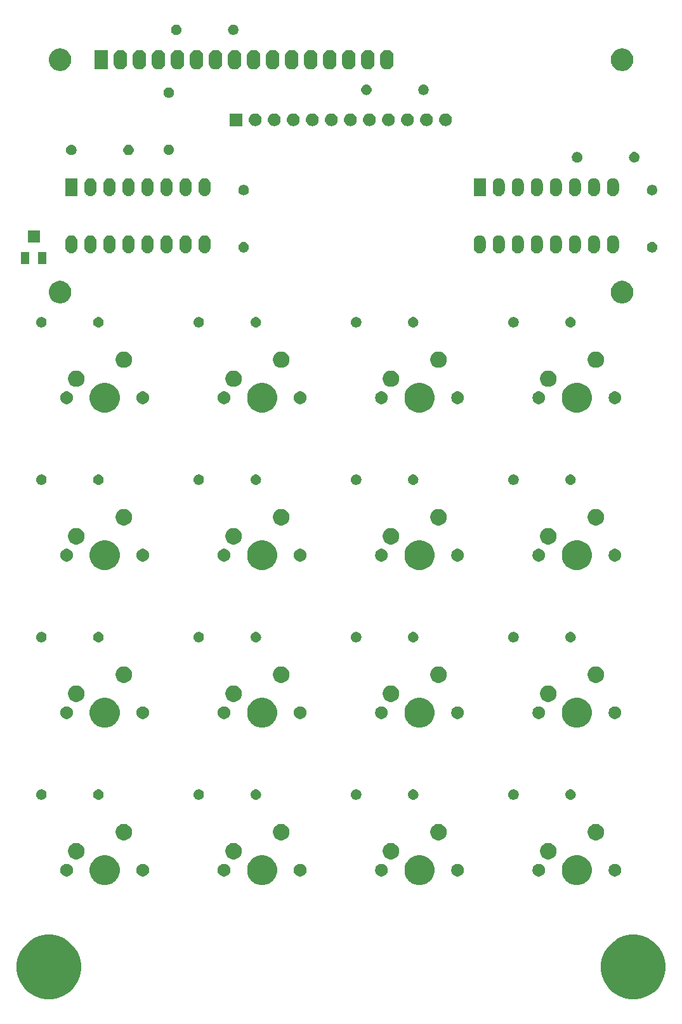
<source format=gbs>
%TF.GenerationSoftware,KiCad,Pcbnew,5.0.2+dfsg1-1*%
%TF.CreationDate,2022-01-02T19:08:51-08:00*%
%TF.ProjectId,keypad,6b657970-6164-42e6-9b69-6361645f7063,rev?*%
%TF.SameCoordinates,Original*%
%TF.FileFunction,Soldermask,Bot*%
%TF.FilePolarity,Negative*%
%FSLAX46Y46*%
G04 Gerber Fmt 4.6, Leading zero omitted, Abs format (unit mm)*
G04 Created by KiCad (PCBNEW 5.0.2+dfsg1-1) date Sun 02 Jan 2022 07:08:51 PM PST*
%MOMM*%
%LPD*%
G01*
G04 APERTURE LIST*
%ADD10C,0.100000*%
G04 APERTURE END LIST*
D10*
G36*
X110254264Y-152865246D02*
X111036814Y-153189389D01*
X111594233Y-153561845D01*
X111741093Y-153659974D01*
X112340026Y-154258907D01*
X112340028Y-154258910D01*
X112810611Y-154963186D01*
X113134754Y-155745736D01*
X113134754Y-155745737D01*
X113300000Y-156576486D01*
X113300000Y-157423514D01*
X113134754Y-158254264D01*
X112810611Y-159036814D01*
X112505413Y-159493574D01*
X112340026Y-159741093D01*
X111741093Y-160340026D01*
X111741090Y-160340028D01*
X111036814Y-160810611D01*
X110254264Y-161134754D01*
X109838888Y-161217377D01*
X109423514Y-161300000D01*
X108576486Y-161300000D01*
X108161112Y-161217377D01*
X107745736Y-161134754D01*
X106963186Y-160810611D01*
X106258910Y-160340028D01*
X106258907Y-160340026D01*
X105659974Y-159741093D01*
X105494587Y-159493574D01*
X105189389Y-159036814D01*
X104865246Y-158254264D01*
X104700000Y-157423514D01*
X104700000Y-156576486D01*
X104865246Y-155745737D01*
X104865246Y-155745736D01*
X105189389Y-154963186D01*
X105659972Y-154258910D01*
X105659974Y-154258907D01*
X106258907Y-153659974D01*
X106405767Y-153561845D01*
X106963186Y-153189389D01*
X107745736Y-152865246D01*
X108576486Y-152700000D01*
X109423514Y-152700000D01*
X110254264Y-152865246D01*
X110254264Y-152865246D01*
G37*
G36*
X188254264Y-152865246D02*
X189036814Y-153189389D01*
X189594233Y-153561845D01*
X189741093Y-153659974D01*
X190340026Y-154258907D01*
X190340028Y-154258910D01*
X190810611Y-154963186D01*
X191134754Y-155745736D01*
X191134754Y-155745737D01*
X191300000Y-156576486D01*
X191300000Y-157423514D01*
X191134754Y-158254264D01*
X190810611Y-159036814D01*
X190505413Y-159493574D01*
X190340026Y-159741093D01*
X189741093Y-160340026D01*
X189741090Y-160340028D01*
X189036814Y-160810611D01*
X188254264Y-161134754D01*
X187838888Y-161217377D01*
X187423514Y-161300000D01*
X186576486Y-161300000D01*
X186161112Y-161217377D01*
X185745736Y-161134754D01*
X184963186Y-160810611D01*
X184258910Y-160340028D01*
X184258907Y-160340026D01*
X183659974Y-159741093D01*
X183494587Y-159493574D01*
X183189389Y-159036814D01*
X182865246Y-158254264D01*
X182700000Y-157423514D01*
X182700000Y-156576486D01*
X182865246Y-155745737D01*
X182865246Y-155745736D01*
X183189389Y-154963186D01*
X183659972Y-154258910D01*
X183659974Y-154258907D01*
X184258907Y-153659974D01*
X184405767Y-153561845D01*
X184963186Y-153189389D01*
X185745736Y-152865246D01*
X186576486Y-152700000D01*
X187423514Y-152700000D01*
X188254264Y-152865246D01*
X188254264Y-152865246D01*
G37*
G36*
X180043378Y-142156859D02*
X180407354Y-142307622D01*
X180734929Y-142526501D01*
X181013499Y-142805071D01*
X181232378Y-143132646D01*
X181383141Y-143496622D01*
X181460000Y-143883016D01*
X181460000Y-144276984D01*
X181383141Y-144663378D01*
X181232378Y-145027354D01*
X181013499Y-145354929D01*
X180734929Y-145633499D01*
X180407354Y-145852378D01*
X180043378Y-146003141D01*
X179656984Y-146080000D01*
X179263016Y-146080000D01*
X178876622Y-146003141D01*
X178512646Y-145852378D01*
X178185071Y-145633499D01*
X177906501Y-145354929D01*
X177687622Y-145027354D01*
X177536859Y-144663378D01*
X177460000Y-144276984D01*
X177460000Y-143883016D01*
X177536859Y-143496622D01*
X177687622Y-143132646D01*
X177906501Y-142805071D01*
X178185071Y-142526501D01*
X178512646Y-142307622D01*
X178876622Y-142156859D01*
X179263016Y-142080000D01*
X179656984Y-142080000D01*
X180043378Y-142156859D01*
X180043378Y-142156859D01*
G37*
G36*
X159043378Y-142156859D02*
X159407354Y-142307622D01*
X159734929Y-142526501D01*
X160013499Y-142805071D01*
X160232378Y-143132646D01*
X160383141Y-143496622D01*
X160460000Y-143883016D01*
X160460000Y-144276984D01*
X160383141Y-144663378D01*
X160232378Y-145027354D01*
X160013499Y-145354929D01*
X159734929Y-145633499D01*
X159407354Y-145852378D01*
X159043378Y-146003141D01*
X158656984Y-146080000D01*
X158263016Y-146080000D01*
X157876622Y-146003141D01*
X157512646Y-145852378D01*
X157185071Y-145633499D01*
X156906501Y-145354929D01*
X156687622Y-145027354D01*
X156536859Y-144663378D01*
X156460000Y-144276984D01*
X156460000Y-143883016D01*
X156536859Y-143496622D01*
X156687622Y-143132646D01*
X156906501Y-142805071D01*
X157185071Y-142526501D01*
X157512646Y-142307622D01*
X157876622Y-142156859D01*
X158263016Y-142080000D01*
X158656984Y-142080000D01*
X159043378Y-142156859D01*
X159043378Y-142156859D01*
G37*
G36*
X117043378Y-142156859D02*
X117407354Y-142307622D01*
X117734929Y-142526501D01*
X118013499Y-142805071D01*
X118232378Y-143132646D01*
X118383141Y-143496622D01*
X118460000Y-143883016D01*
X118460000Y-144276984D01*
X118383141Y-144663378D01*
X118232378Y-145027354D01*
X118013499Y-145354929D01*
X117734929Y-145633499D01*
X117407354Y-145852378D01*
X117043378Y-146003141D01*
X116656984Y-146080000D01*
X116263016Y-146080000D01*
X115876622Y-146003141D01*
X115512646Y-145852378D01*
X115185071Y-145633499D01*
X114906501Y-145354929D01*
X114687622Y-145027354D01*
X114536859Y-144663378D01*
X114460000Y-144276984D01*
X114460000Y-143883016D01*
X114536859Y-143496622D01*
X114687622Y-143132646D01*
X114906501Y-142805071D01*
X115185071Y-142526501D01*
X115512646Y-142307622D01*
X115876622Y-142156859D01*
X116263016Y-142080000D01*
X116656984Y-142080000D01*
X117043378Y-142156859D01*
X117043378Y-142156859D01*
G37*
G36*
X138043378Y-142156859D02*
X138407354Y-142307622D01*
X138734929Y-142526501D01*
X139013499Y-142805071D01*
X139232378Y-143132646D01*
X139383141Y-143496622D01*
X139460000Y-143883016D01*
X139460000Y-144276984D01*
X139383141Y-144663378D01*
X139232378Y-145027354D01*
X139013499Y-145354929D01*
X138734929Y-145633499D01*
X138407354Y-145852378D01*
X138043378Y-146003141D01*
X137656984Y-146080000D01*
X137263016Y-146080000D01*
X136876622Y-146003141D01*
X136512646Y-145852378D01*
X136185071Y-145633499D01*
X135906501Y-145354929D01*
X135687622Y-145027354D01*
X135536859Y-144663378D01*
X135460000Y-144276984D01*
X135460000Y-143883016D01*
X135536859Y-143496622D01*
X135687622Y-143132646D01*
X135906501Y-142805071D01*
X136185071Y-142526501D01*
X136512646Y-142307622D01*
X136876622Y-142156859D01*
X137263016Y-142080000D01*
X137656984Y-142080000D01*
X138043378Y-142156859D01*
X138043378Y-142156859D01*
G37*
G36*
X132627934Y-143262664D02*
X132782627Y-143326740D01*
X132921847Y-143419764D01*
X133040236Y-143538153D01*
X133133260Y-143677373D01*
X133197336Y-143832066D01*
X133230000Y-143996281D01*
X133230000Y-144163719D01*
X133197336Y-144327934D01*
X133133260Y-144482627D01*
X133040236Y-144621847D01*
X132921847Y-144740236D01*
X132782627Y-144833260D01*
X132627934Y-144897336D01*
X132463719Y-144930000D01*
X132296281Y-144930000D01*
X132132066Y-144897336D01*
X131977373Y-144833260D01*
X131838153Y-144740236D01*
X131719764Y-144621847D01*
X131626740Y-144482627D01*
X131562664Y-144327934D01*
X131530000Y-144163719D01*
X131530000Y-143996281D01*
X131562664Y-143832066D01*
X131626740Y-143677373D01*
X131719764Y-143538153D01*
X131838153Y-143419764D01*
X131977373Y-143326740D01*
X132132066Y-143262664D01*
X132296281Y-143230000D01*
X132463719Y-143230000D01*
X132627934Y-143262664D01*
X132627934Y-143262664D01*
G37*
G36*
X142787934Y-143262664D02*
X142942627Y-143326740D01*
X143081847Y-143419764D01*
X143200236Y-143538153D01*
X143293260Y-143677373D01*
X143357336Y-143832066D01*
X143390000Y-143996281D01*
X143390000Y-144163719D01*
X143357336Y-144327934D01*
X143293260Y-144482627D01*
X143200236Y-144621847D01*
X143081847Y-144740236D01*
X142942627Y-144833260D01*
X142787934Y-144897336D01*
X142623719Y-144930000D01*
X142456281Y-144930000D01*
X142292066Y-144897336D01*
X142137373Y-144833260D01*
X141998153Y-144740236D01*
X141879764Y-144621847D01*
X141786740Y-144482627D01*
X141722664Y-144327934D01*
X141690000Y-144163719D01*
X141690000Y-143996281D01*
X141722664Y-143832066D01*
X141786740Y-143677373D01*
X141879764Y-143538153D01*
X141998153Y-143419764D01*
X142137373Y-143326740D01*
X142292066Y-143262664D01*
X142456281Y-143230000D01*
X142623719Y-143230000D01*
X142787934Y-143262664D01*
X142787934Y-143262664D01*
G37*
G36*
X121787934Y-143262664D02*
X121942627Y-143326740D01*
X122081847Y-143419764D01*
X122200236Y-143538153D01*
X122293260Y-143677373D01*
X122357336Y-143832066D01*
X122390000Y-143996281D01*
X122390000Y-144163719D01*
X122357336Y-144327934D01*
X122293260Y-144482627D01*
X122200236Y-144621847D01*
X122081847Y-144740236D01*
X121942627Y-144833260D01*
X121787934Y-144897336D01*
X121623719Y-144930000D01*
X121456281Y-144930000D01*
X121292066Y-144897336D01*
X121137373Y-144833260D01*
X120998153Y-144740236D01*
X120879764Y-144621847D01*
X120786740Y-144482627D01*
X120722664Y-144327934D01*
X120690000Y-144163719D01*
X120690000Y-143996281D01*
X120722664Y-143832066D01*
X120786740Y-143677373D01*
X120879764Y-143538153D01*
X120998153Y-143419764D01*
X121137373Y-143326740D01*
X121292066Y-143262664D01*
X121456281Y-143230000D01*
X121623719Y-143230000D01*
X121787934Y-143262664D01*
X121787934Y-143262664D01*
G37*
G36*
X111627934Y-143262664D02*
X111782627Y-143326740D01*
X111921847Y-143419764D01*
X112040236Y-143538153D01*
X112133260Y-143677373D01*
X112197336Y-143832066D01*
X112230000Y-143996281D01*
X112230000Y-144163719D01*
X112197336Y-144327934D01*
X112133260Y-144482627D01*
X112040236Y-144621847D01*
X111921847Y-144740236D01*
X111782627Y-144833260D01*
X111627934Y-144897336D01*
X111463719Y-144930000D01*
X111296281Y-144930000D01*
X111132066Y-144897336D01*
X110977373Y-144833260D01*
X110838153Y-144740236D01*
X110719764Y-144621847D01*
X110626740Y-144482627D01*
X110562664Y-144327934D01*
X110530000Y-144163719D01*
X110530000Y-143996281D01*
X110562664Y-143832066D01*
X110626740Y-143677373D01*
X110719764Y-143538153D01*
X110838153Y-143419764D01*
X110977373Y-143326740D01*
X111132066Y-143262664D01*
X111296281Y-143230000D01*
X111463719Y-143230000D01*
X111627934Y-143262664D01*
X111627934Y-143262664D01*
G37*
G36*
X153627934Y-143262664D02*
X153782627Y-143326740D01*
X153921847Y-143419764D01*
X154040236Y-143538153D01*
X154133260Y-143677373D01*
X154197336Y-143832066D01*
X154230000Y-143996281D01*
X154230000Y-144163719D01*
X154197336Y-144327934D01*
X154133260Y-144482627D01*
X154040236Y-144621847D01*
X153921847Y-144740236D01*
X153782627Y-144833260D01*
X153627934Y-144897336D01*
X153463719Y-144930000D01*
X153296281Y-144930000D01*
X153132066Y-144897336D01*
X152977373Y-144833260D01*
X152838153Y-144740236D01*
X152719764Y-144621847D01*
X152626740Y-144482627D01*
X152562664Y-144327934D01*
X152530000Y-144163719D01*
X152530000Y-143996281D01*
X152562664Y-143832066D01*
X152626740Y-143677373D01*
X152719764Y-143538153D01*
X152838153Y-143419764D01*
X152977373Y-143326740D01*
X153132066Y-143262664D01*
X153296281Y-143230000D01*
X153463719Y-143230000D01*
X153627934Y-143262664D01*
X153627934Y-143262664D01*
G37*
G36*
X163787934Y-143262664D02*
X163942627Y-143326740D01*
X164081847Y-143419764D01*
X164200236Y-143538153D01*
X164293260Y-143677373D01*
X164357336Y-143832066D01*
X164390000Y-143996281D01*
X164390000Y-144163719D01*
X164357336Y-144327934D01*
X164293260Y-144482627D01*
X164200236Y-144621847D01*
X164081847Y-144740236D01*
X163942627Y-144833260D01*
X163787934Y-144897336D01*
X163623719Y-144930000D01*
X163456281Y-144930000D01*
X163292066Y-144897336D01*
X163137373Y-144833260D01*
X162998153Y-144740236D01*
X162879764Y-144621847D01*
X162786740Y-144482627D01*
X162722664Y-144327934D01*
X162690000Y-144163719D01*
X162690000Y-143996281D01*
X162722664Y-143832066D01*
X162786740Y-143677373D01*
X162879764Y-143538153D01*
X162998153Y-143419764D01*
X163137373Y-143326740D01*
X163292066Y-143262664D01*
X163456281Y-143230000D01*
X163623719Y-143230000D01*
X163787934Y-143262664D01*
X163787934Y-143262664D01*
G37*
G36*
X174627934Y-143262664D02*
X174782627Y-143326740D01*
X174921847Y-143419764D01*
X175040236Y-143538153D01*
X175133260Y-143677373D01*
X175197336Y-143832066D01*
X175230000Y-143996281D01*
X175230000Y-144163719D01*
X175197336Y-144327934D01*
X175133260Y-144482627D01*
X175040236Y-144621847D01*
X174921847Y-144740236D01*
X174782627Y-144833260D01*
X174627934Y-144897336D01*
X174463719Y-144930000D01*
X174296281Y-144930000D01*
X174132066Y-144897336D01*
X173977373Y-144833260D01*
X173838153Y-144740236D01*
X173719764Y-144621847D01*
X173626740Y-144482627D01*
X173562664Y-144327934D01*
X173530000Y-144163719D01*
X173530000Y-143996281D01*
X173562664Y-143832066D01*
X173626740Y-143677373D01*
X173719764Y-143538153D01*
X173838153Y-143419764D01*
X173977373Y-143326740D01*
X174132066Y-143262664D01*
X174296281Y-143230000D01*
X174463719Y-143230000D01*
X174627934Y-143262664D01*
X174627934Y-143262664D01*
G37*
G36*
X184787934Y-143262664D02*
X184942627Y-143326740D01*
X185081847Y-143419764D01*
X185200236Y-143538153D01*
X185293260Y-143677373D01*
X185357336Y-143832066D01*
X185390000Y-143996281D01*
X185390000Y-144163719D01*
X185357336Y-144327934D01*
X185293260Y-144482627D01*
X185200236Y-144621847D01*
X185081847Y-144740236D01*
X184942627Y-144833260D01*
X184787934Y-144897336D01*
X184623719Y-144930000D01*
X184456281Y-144930000D01*
X184292066Y-144897336D01*
X184137373Y-144833260D01*
X183998153Y-144740236D01*
X183879764Y-144621847D01*
X183786740Y-144482627D01*
X183722664Y-144327934D01*
X183690000Y-144163719D01*
X183690000Y-143996281D01*
X183722664Y-143832066D01*
X183786740Y-143677373D01*
X183879764Y-143538153D01*
X183998153Y-143419764D01*
X184137373Y-143326740D01*
X184292066Y-143262664D01*
X184456281Y-143230000D01*
X184623719Y-143230000D01*
X184787934Y-143262664D01*
X184787934Y-143262664D01*
G37*
G36*
X133970857Y-140482272D02*
X134171042Y-140565191D01*
X134351213Y-140685578D01*
X134504422Y-140838787D01*
X134624809Y-141018958D01*
X134707728Y-141219143D01*
X134750000Y-141431658D01*
X134750000Y-141648342D01*
X134707728Y-141860857D01*
X134624809Y-142061042D01*
X134504422Y-142241213D01*
X134351213Y-142394422D01*
X134171042Y-142514809D01*
X133970857Y-142597728D01*
X133758342Y-142640000D01*
X133541658Y-142640000D01*
X133329143Y-142597728D01*
X133128958Y-142514809D01*
X132948787Y-142394422D01*
X132795578Y-142241213D01*
X132675191Y-142061042D01*
X132592272Y-141860857D01*
X132550000Y-141648342D01*
X132550000Y-141431658D01*
X132592272Y-141219143D01*
X132675191Y-141018958D01*
X132795578Y-140838787D01*
X132948787Y-140685578D01*
X133128958Y-140565191D01*
X133329143Y-140482272D01*
X133541658Y-140440000D01*
X133758342Y-140440000D01*
X133970857Y-140482272D01*
X133970857Y-140482272D01*
G37*
G36*
X175970857Y-140482272D02*
X176171042Y-140565191D01*
X176351213Y-140685578D01*
X176504422Y-140838787D01*
X176624809Y-141018958D01*
X176707728Y-141219143D01*
X176750000Y-141431658D01*
X176750000Y-141648342D01*
X176707728Y-141860857D01*
X176624809Y-142061042D01*
X176504422Y-142241213D01*
X176351213Y-142394422D01*
X176171042Y-142514809D01*
X175970857Y-142597728D01*
X175758342Y-142640000D01*
X175541658Y-142640000D01*
X175329143Y-142597728D01*
X175128958Y-142514809D01*
X174948787Y-142394422D01*
X174795578Y-142241213D01*
X174675191Y-142061042D01*
X174592272Y-141860857D01*
X174550000Y-141648342D01*
X174550000Y-141431658D01*
X174592272Y-141219143D01*
X174675191Y-141018958D01*
X174795578Y-140838787D01*
X174948787Y-140685578D01*
X175128958Y-140565191D01*
X175329143Y-140482272D01*
X175541658Y-140440000D01*
X175758342Y-140440000D01*
X175970857Y-140482272D01*
X175970857Y-140482272D01*
G37*
G36*
X112970857Y-140482272D02*
X113171042Y-140565191D01*
X113351213Y-140685578D01*
X113504422Y-140838787D01*
X113624809Y-141018958D01*
X113707728Y-141219143D01*
X113750000Y-141431658D01*
X113750000Y-141648342D01*
X113707728Y-141860857D01*
X113624809Y-142061042D01*
X113504422Y-142241213D01*
X113351213Y-142394422D01*
X113171042Y-142514809D01*
X112970857Y-142597728D01*
X112758342Y-142640000D01*
X112541658Y-142640000D01*
X112329143Y-142597728D01*
X112128958Y-142514809D01*
X111948787Y-142394422D01*
X111795578Y-142241213D01*
X111675191Y-142061042D01*
X111592272Y-141860857D01*
X111550000Y-141648342D01*
X111550000Y-141431658D01*
X111592272Y-141219143D01*
X111675191Y-141018958D01*
X111795578Y-140838787D01*
X111948787Y-140685578D01*
X112128958Y-140565191D01*
X112329143Y-140482272D01*
X112541658Y-140440000D01*
X112758342Y-140440000D01*
X112970857Y-140482272D01*
X112970857Y-140482272D01*
G37*
G36*
X154970857Y-140482272D02*
X155171042Y-140565191D01*
X155351213Y-140685578D01*
X155504422Y-140838787D01*
X155624809Y-141018958D01*
X155707728Y-141219143D01*
X155750000Y-141431658D01*
X155750000Y-141648342D01*
X155707728Y-141860857D01*
X155624809Y-142061042D01*
X155504422Y-142241213D01*
X155351213Y-142394422D01*
X155171042Y-142514809D01*
X154970857Y-142597728D01*
X154758342Y-142640000D01*
X154541658Y-142640000D01*
X154329143Y-142597728D01*
X154128958Y-142514809D01*
X153948787Y-142394422D01*
X153795578Y-142241213D01*
X153675191Y-142061042D01*
X153592272Y-141860857D01*
X153550000Y-141648342D01*
X153550000Y-141431658D01*
X153592272Y-141219143D01*
X153675191Y-141018958D01*
X153795578Y-140838787D01*
X153948787Y-140685578D01*
X154128958Y-140565191D01*
X154329143Y-140482272D01*
X154541658Y-140440000D01*
X154758342Y-140440000D01*
X154970857Y-140482272D01*
X154970857Y-140482272D01*
G37*
G36*
X140320857Y-137942272D02*
X140521042Y-138025191D01*
X140701213Y-138145578D01*
X140854422Y-138298787D01*
X140974809Y-138478958D01*
X141057728Y-138679143D01*
X141100000Y-138891658D01*
X141100000Y-139108342D01*
X141057728Y-139320857D01*
X140974809Y-139521042D01*
X140854422Y-139701213D01*
X140701213Y-139854422D01*
X140521042Y-139974809D01*
X140320857Y-140057728D01*
X140108342Y-140100000D01*
X139891658Y-140100000D01*
X139679143Y-140057728D01*
X139478958Y-139974809D01*
X139298787Y-139854422D01*
X139145578Y-139701213D01*
X139025191Y-139521042D01*
X138942272Y-139320857D01*
X138900000Y-139108342D01*
X138900000Y-138891658D01*
X138942272Y-138679143D01*
X139025191Y-138478958D01*
X139145578Y-138298787D01*
X139298787Y-138145578D01*
X139478958Y-138025191D01*
X139679143Y-137942272D01*
X139891658Y-137900000D01*
X140108342Y-137900000D01*
X140320857Y-137942272D01*
X140320857Y-137942272D01*
G37*
G36*
X161320857Y-137942272D02*
X161521042Y-138025191D01*
X161701213Y-138145578D01*
X161854422Y-138298787D01*
X161974809Y-138478958D01*
X162057728Y-138679143D01*
X162100000Y-138891658D01*
X162100000Y-139108342D01*
X162057728Y-139320857D01*
X161974809Y-139521042D01*
X161854422Y-139701213D01*
X161701213Y-139854422D01*
X161521042Y-139974809D01*
X161320857Y-140057728D01*
X161108342Y-140100000D01*
X160891658Y-140100000D01*
X160679143Y-140057728D01*
X160478958Y-139974809D01*
X160298787Y-139854422D01*
X160145578Y-139701213D01*
X160025191Y-139521042D01*
X159942272Y-139320857D01*
X159900000Y-139108342D01*
X159900000Y-138891658D01*
X159942272Y-138679143D01*
X160025191Y-138478958D01*
X160145578Y-138298787D01*
X160298787Y-138145578D01*
X160478958Y-138025191D01*
X160679143Y-137942272D01*
X160891658Y-137900000D01*
X161108342Y-137900000D01*
X161320857Y-137942272D01*
X161320857Y-137942272D01*
G37*
G36*
X119320857Y-137942272D02*
X119521042Y-138025191D01*
X119701213Y-138145578D01*
X119854422Y-138298787D01*
X119974809Y-138478958D01*
X120057728Y-138679143D01*
X120100000Y-138891658D01*
X120100000Y-139108342D01*
X120057728Y-139320857D01*
X119974809Y-139521042D01*
X119854422Y-139701213D01*
X119701213Y-139854422D01*
X119521042Y-139974809D01*
X119320857Y-140057728D01*
X119108342Y-140100000D01*
X118891658Y-140100000D01*
X118679143Y-140057728D01*
X118478958Y-139974809D01*
X118298787Y-139854422D01*
X118145578Y-139701213D01*
X118025191Y-139521042D01*
X117942272Y-139320857D01*
X117900000Y-139108342D01*
X117900000Y-138891658D01*
X117942272Y-138679143D01*
X118025191Y-138478958D01*
X118145578Y-138298787D01*
X118298787Y-138145578D01*
X118478958Y-138025191D01*
X118679143Y-137942272D01*
X118891658Y-137900000D01*
X119108342Y-137900000D01*
X119320857Y-137942272D01*
X119320857Y-137942272D01*
G37*
G36*
X182320857Y-137942272D02*
X182521042Y-138025191D01*
X182701213Y-138145578D01*
X182854422Y-138298787D01*
X182974809Y-138478958D01*
X183057728Y-138679143D01*
X183100000Y-138891658D01*
X183100000Y-139108342D01*
X183057728Y-139320857D01*
X182974809Y-139521042D01*
X182854422Y-139701213D01*
X182701213Y-139854422D01*
X182521042Y-139974809D01*
X182320857Y-140057728D01*
X182108342Y-140100000D01*
X181891658Y-140100000D01*
X181679143Y-140057728D01*
X181478958Y-139974809D01*
X181298787Y-139854422D01*
X181145578Y-139701213D01*
X181025191Y-139521042D01*
X180942272Y-139320857D01*
X180900000Y-139108342D01*
X180900000Y-138891658D01*
X180942272Y-138679143D01*
X181025191Y-138478958D01*
X181145578Y-138298787D01*
X181298787Y-138145578D01*
X181478958Y-138025191D01*
X181679143Y-137942272D01*
X181891658Y-137900000D01*
X182108342Y-137900000D01*
X182320857Y-137942272D01*
X182320857Y-137942272D01*
G37*
G36*
X171204183Y-133326900D02*
X171331574Y-133379668D01*
X171384685Y-133415155D01*
X171446225Y-133456275D01*
X171543725Y-133553775D01*
X171620332Y-133668426D01*
X171673100Y-133795817D01*
X171700000Y-133931055D01*
X171700000Y-134068945D01*
X171673100Y-134204183D01*
X171620332Y-134331574D01*
X171543726Y-134446224D01*
X171446224Y-134543726D01*
X171331574Y-134620332D01*
X171204183Y-134673100D01*
X171068945Y-134700000D01*
X170931055Y-134700000D01*
X170795817Y-134673100D01*
X170668426Y-134620332D01*
X170553776Y-134543726D01*
X170456274Y-134446224D01*
X170379668Y-134331574D01*
X170326900Y-134204183D01*
X170300000Y-134068945D01*
X170300000Y-133931055D01*
X170326900Y-133795817D01*
X170379668Y-133668426D01*
X170456275Y-133553775D01*
X170553775Y-133456275D01*
X170615316Y-133415155D01*
X170668426Y-133379668D01*
X170795817Y-133326900D01*
X170931055Y-133300000D01*
X171068945Y-133300000D01*
X171204183Y-133326900D01*
X171204183Y-133326900D01*
G37*
G36*
X108204183Y-133326900D02*
X108331574Y-133379668D01*
X108384685Y-133415155D01*
X108446225Y-133456275D01*
X108543725Y-133553775D01*
X108620332Y-133668426D01*
X108673100Y-133795817D01*
X108700000Y-133931055D01*
X108700000Y-134068945D01*
X108673100Y-134204183D01*
X108620332Y-134331574D01*
X108543726Y-134446224D01*
X108446224Y-134543726D01*
X108331574Y-134620332D01*
X108204183Y-134673100D01*
X108068945Y-134700000D01*
X107931055Y-134700000D01*
X107795817Y-134673100D01*
X107668426Y-134620332D01*
X107553776Y-134543726D01*
X107456274Y-134446224D01*
X107379668Y-134331574D01*
X107326900Y-134204183D01*
X107300000Y-134068945D01*
X107300000Y-133931055D01*
X107326900Y-133795817D01*
X107379668Y-133668426D01*
X107456275Y-133553775D01*
X107553775Y-133456275D01*
X107615316Y-133415155D01*
X107668426Y-133379668D01*
X107795817Y-133326900D01*
X107931055Y-133300000D01*
X108068945Y-133300000D01*
X108204183Y-133326900D01*
X108204183Y-133326900D01*
G37*
G36*
X129204183Y-133326900D02*
X129331574Y-133379668D01*
X129384685Y-133415155D01*
X129446225Y-133456275D01*
X129543725Y-133553775D01*
X129620332Y-133668426D01*
X129673100Y-133795817D01*
X129700000Y-133931055D01*
X129700000Y-134068945D01*
X129673100Y-134204183D01*
X129620332Y-134331574D01*
X129543726Y-134446224D01*
X129446224Y-134543726D01*
X129331574Y-134620332D01*
X129204183Y-134673100D01*
X129068945Y-134700000D01*
X128931055Y-134700000D01*
X128795817Y-134673100D01*
X128668426Y-134620332D01*
X128553776Y-134543726D01*
X128456274Y-134446224D01*
X128379668Y-134331574D01*
X128326900Y-134204183D01*
X128300000Y-134068945D01*
X128300000Y-133931055D01*
X128326900Y-133795817D01*
X128379668Y-133668426D01*
X128456275Y-133553775D01*
X128553775Y-133456275D01*
X128615316Y-133415155D01*
X128668426Y-133379668D01*
X128795817Y-133326900D01*
X128931055Y-133300000D01*
X129068945Y-133300000D01*
X129204183Y-133326900D01*
X129204183Y-133326900D01*
G37*
G36*
X136757224Y-133310128D02*
X136889175Y-133350155D01*
X137010781Y-133415155D01*
X137117370Y-133502630D01*
X137204845Y-133609219D01*
X137269845Y-133730825D01*
X137309872Y-133862776D01*
X137323387Y-134000000D01*
X137309872Y-134137224D01*
X137269845Y-134269175D01*
X137204845Y-134390781D01*
X137117370Y-134497370D01*
X137010781Y-134584845D01*
X136889175Y-134649845D01*
X136757224Y-134689872D01*
X136654390Y-134700000D01*
X136585610Y-134700000D01*
X136482776Y-134689872D01*
X136350825Y-134649845D01*
X136229219Y-134584845D01*
X136122630Y-134497370D01*
X136035155Y-134390781D01*
X135970155Y-134269175D01*
X135930128Y-134137224D01*
X135916613Y-134000000D01*
X135930128Y-133862776D01*
X135970155Y-133730825D01*
X136035155Y-133609219D01*
X136122630Y-133502630D01*
X136229219Y-133415155D01*
X136350825Y-133350155D01*
X136482776Y-133310128D01*
X136585610Y-133300000D01*
X136654390Y-133300000D01*
X136757224Y-133310128D01*
X136757224Y-133310128D01*
G37*
G36*
X157757224Y-133310128D02*
X157889175Y-133350155D01*
X158010781Y-133415155D01*
X158117370Y-133502630D01*
X158204845Y-133609219D01*
X158269845Y-133730825D01*
X158309872Y-133862776D01*
X158323387Y-134000000D01*
X158309872Y-134137224D01*
X158269845Y-134269175D01*
X158204845Y-134390781D01*
X158117370Y-134497370D01*
X158010781Y-134584845D01*
X157889175Y-134649845D01*
X157757224Y-134689872D01*
X157654390Y-134700000D01*
X157585610Y-134700000D01*
X157482776Y-134689872D01*
X157350825Y-134649845D01*
X157229219Y-134584845D01*
X157122630Y-134497370D01*
X157035155Y-134390781D01*
X156970155Y-134269175D01*
X156930128Y-134137224D01*
X156916613Y-134000000D01*
X156930128Y-133862776D01*
X156970155Y-133730825D01*
X157035155Y-133609219D01*
X157122630Y-133502630D01*
X157229219Y-133415155D01*
X157350825Y-133350155D01*
X157482776Y-133310128D01*
X157585610Y-133300000D01*
X157654390Y-133300000D01*
X157757224Y-133310128D01*
X157757224Y-133310128D01*
G37*
G36*
X115757224Y-133310128D02*
X115889175Y-133350155D01*
X116010781Y-133415155D01*
X116117370Y-133502630D01*
X116204845Y-133609219D01*
X116269845Y-133730825D01*
X116309872Y-133862776D01*
X116323387Y-134000000D01*
X116309872Y-134137224D01*
X116269845Y-134269175D01*
X116204845Y-134390781D01*
X116117370Y-134497370D01*
X116010781Y-134584845D01*
X115889175Y-134649845D01*
X115757224Y-134689872D01*
X115654390Y-134700000D01*
X115585610Y-134700000D01*
X115482776Y-134689872D01*
X115350825Y-134649845D01*
X115229219Y-134584845D01*
X115122630Y-134497370D01*
X115035155Y-134390781D01*
X114970155Y-134269175D01*
X114930128Y-134137224D01*
X114916613Y-134000000D01*
X114930128Y-133862776D01*
X114970155Y-133730825D01*
X115035155Y-133609219D01*
X115122630Y-133502630D01*
X115229219Y-133415155D01*
X115350825Y-133350155D01*
X115482776Y-133310128D01*
X115585610Y-133300000D01*
X115654390Y-133300000D01*
X115757224Y-133310128D01*
X115757224Y-133310128D01*
G37*
G36*
X178757224Y-133310128D02*
X178889175Y-133350155D01*
X179010781Y-133415155D01*
X179117370Y-133502630D01*
X179204845Y-133609219D01*
X179269845Y-133730825D01*
X179309872Y-133862776D01*
X179323387Y-134000000D01*
X179309872Y-134137224D01*
X179269845Y-134269175D01*
X179204845Y-134390781D01*
X179117370Y-134497370D01*
X179010781Y-134584845D01*
X178889175Y-134649845D01*
X178757224Y-134689872D01*
X178654390Y-134700000D01*
X178585610Y-134700000D01*
X178482776Y-134689872D01*
X178350825Y-134649845D01*
X178229219Y-134584845D01*
X178122630Y-134497370D01*
X178035155Y-134390781D01*
X177970155Y-134269175D01*
X177930128Y-134137224D01*
X177916613Y-134000000D01*
X177930128Y-133862776D01*
X177970155Y-133730825D01*
X178035155Y-133609219D01*
X178122630Y-133502630D01*
X178229219Y-133415155D01*
X178350825Y-133350155D01*
X178482776Y-133310128D01*
X178585610Y-133300000D01*
X178654390Y-133300000D01*
X178757224Y-133310128D01*
X178757224Y-133310128D01*
G37*
G36*
X150204183Y-133326900D02*
X150331574Y-133379668D01*
X150384685Y-133415155D01*
X150446225Y-133456275D01*
X150543725Y-133553775D01*
X150620332Y-133668426D01*
X150673100Y-133795817D01*
X150700000Y-133931055D01*
X150700000Y-134068945D01*
X150673100Y-134204183D01*
X150620332Y-134331574D01*
X150543726Y-134446224D01*
X150446224Y-134543726D01*
X150331574Y-134620332D01*
X150204183Y-134673100D01*
X150068945Y-134700000D01*
X149931055Y-134700000D01*
X149795817Y-134673100D01*
X149668426Y-134620332D01*
X149553776Y-134543726D01*
X149456274Y-134446224D01*
X149379668Y-134331574D01*
X149326900Y-134204183D01*
X149300000Y-134068945D01*
X149300000Y-133931055D01*
X149326900Y-133795817D01*
X149379668Y-133668426D01*
X149456275Y-133553775D01*
X149553775Y-133456275D01*
X149615316Y-133415155D01*
X149668426Y-133379668D01*
X149795817Y-133326900D01*
X149931055Y-133300000D01*
X150068945Y-133300000D01*
X150204183Y-133326900D01*
X150204183Y-133326900D01*
G37*
G36*
X180043378Y-121156859D02*
X180407354Y-121307622D01*
X180734929Y-121526501D01*
X181013499Y-121805071D01*
X181232378Y-122132646D01*
X181383141Y-122496622D01*
X181460000Y-122883016D01*
X181460000Y-123276984D01*
X181383141Y-123663378D01*
X181232378Y-124027354D01*
X181013499Y-124354929D01*
X180734929Y-124633499D01*
X180407354Y-124852378D01*
X180043378Y-125003141D01*
X179656984Y-125080000D01*
X179263016Y-125080000D01*
X178876622Y-125003141D01*
X178512646Y-124852378D01*
X178185071Y-124633499D01*
X177906501Y-124354929D01*
X177687622Y-124027354D01*
X177536859Y-123663378D01*
X177460000Y-123276984D01*
X177460000Y-122883016D01*
X177536859Y-122496622D01*
X177687622Y-122132646D01*
X177906501Y-121805071D01*
X178185071Y-121526501D01*
X178512646Y-121307622D01*
X178876622Y-121156859D01*
X179263016Y-121080000D01*
X179656984Y-121080000D01*
X180043378Y-121156859D01*
X180043378Y-121156859D01*
G37*
G36*
X117043378Y-121156859D02*
X117407354Y-121307622D01*
X117734929Y-121526501D01*
X118013499Y-121805071D01*
X118232378Y-122132646D01*
X118383141Y-122496622D01*
X118460000Y-122883016D01*
X118460000Y-123276984D01*
X118383141Y-123663378D01*
X118232378Y-124027354D01*
X118013499Y-124354929D01*
X117734929Y-124633499D01*
X117407354Y-124852378D01*
X117043378Y-125003141D01*
X116656984Y-125080000D01*
X116263016Y-125080000D01*
X115876622Y-125003141D01*
X115512646Y-124852378D01*
X115185071Y-124633499D01*
X114906501Y-124354929D01*
X114687622Y-124027354D01*
X114536859Y-123663378D01*
X114460000Y-123276984D01*
X114460000Y-122883016D01*
X114536859Y-122496622D01*
X114687622Y-122132646D01*
X114906501Y-121805071D01*
X115185071Y-121526501D01*
X115512646Y-121307622D01*
X115876622Y-121156859D01*
X116263016Y-121080000D01*
X116656984Y-121080000D01*
X117043378Y-121156859D01*
X117043378Y-121156859D01*
G37*
G36*
X159043378Y-121156859D02*
X159407354Y-121307622D01*
X159734929Y-121526501D01*
X160013499Y-121805071D01*
X160232378Y-122132646D01*
X160383141Y-122496622D01*
X160460000Y-122883016D01*
X160460000Y-123276984D01*
X160383141Y-123663378D01*
X160232378Y-124027354D01*
X160013499Y-124354929D01*
X159734929Y-124633499D01*
X159407354Y-124852378D01*
X159043378Y-125003141D01*
X158656984Y-125080000D01*
X158263016Y-125080000D01*
X157876622Y-125003141D01*
X157512646Y-124852378D01*
X157185071Y-124633499D01*
X156906501Y-124354929D01*
X156687622Y-124027354D01*
X156536859Y-123663378D01*
X156460000Y-123276984D01*
X156460000Y-122883016D01*
X156536859Y-122496622D01*
X156687622Y-122132646D01*
X156906501Y-121805071D01*
X157185071Y-121526501D01*
X157512646Y-121307622D01*
X157876622Y-121156859D01*
X158263016Y-121080000D01*
X158656984Y-121080000D01*
X159043378Y-121156859D01*
X159043378Y-121156859D01*
G37*
G36*
X138043378Y-121156859D02*
X138407354Y-121307622D01*
X138734929Y-121526501D01*
X139013499Y-121805071D01*
X139232378Y-122132646D01*
X139383141Y-122496622D01*
X139460000Y-122883016D01*
X139460000Y-123276984D01*
X139383141Y-123663378D01*
X139232378Y-124027354D01*
X139013499Y-124354929D01*
X138734929Y-124633499D01*
X138407354Y-124852378D01*
X138043378Y-125003141D01*
X137656984Y-125080000D01*
X137263016Y-125080000D01*
X136876622Y-125003141D01*
X136512646Y-124852378D01*
X136185071Y-124633499D01*
X135906501Y-124354929D01*
X135687622Y-124027354D01*
X135536859Y-123663378D01*
X135460000Y-123276984D01*
X135460000Y-122883016D01*
X135536859Y-122496622D01*
X135687622Y-122132646D01*
X135906501Y-121805071D01*
X136185071Y-121526501D01*
X136512646Y-121307622D01*
X136876622Y-121156859D01*
X137263016Y-121080000D01*
X137656984Y-121080000D01*
X138043378Y-121156859D01*
X138043378Y-121156859D01*
G37*
G36*
X163787934Y-122262664D02*
X163942627Y-122326740D01*
X164081847Y-122419764D01*
X164200236Y-122538153D01*
X164293260Y-122677373D01*
X164357336Y-122832066D01*
X164390000Y-122996281D01*
X164390000Y-123163719D01*
X164357336Y-123327934D01*
X164293260Y-123482627D01*
X164200236Y-123621847D01*
X164081847Y-123740236D01*
X163942627Y-123833260D01*
X163787934Y-123897336D01*
X163623719Y-123930000D01*
X163456281Y-123930000D01*
X163292066Y-123897336D01*
X163137373Y-123833260D01*
X162998153Y-123740236D01*
X162879764Y-123621847D01*
X162786740Y-123482627D01*
X162722664Y-123327934D01*
X162690000Y-123163719D01*
X162690000Y-122996281D01*
X162722664Y-122832066D01*
X162786740Y-122677373D01*
X162879764Y-122538153D01*
X162998153Y-122419764D01*
X163137373Y-122326740D01*
X163292066Y-122262664D01*
X163456281Y-122230000D01*
X163623719Y-122230000D01*
X163787934Y-122262664D01*
X163787934Y-122262664D01*
G37*
G36*
X184787934Y-122262664D02*
X184942627Y-122326740D01*
X185081847Y-122419764D01*
X185200236Y-122538153D01*
X185293260Y-122677373D01*
X185357336Y-122832066D01*
X185390000Y-122996281D01*
X185390000Y-123163719D01*
X185357336Y-123327934D01*
X185293260Y-123482627D01*
X185200236Y-123621847D01*
X185081847Y-123740236D01*
X184942627Y-123833260D01*
X184787934Y-123897336D01*
X184623719Y-123930000D01*
X184456281Y-123930000D01*
X184292066Y-123897336D01*
X184137373Y-123833260D01*
X183998153Y-123740236D01*
X183879764Y-123621847D01*
X183786740Y-123482627D01*
X183722664Y-123327934D01*
X183690000Y-123163719D01*
X183690000Y-122996281D01*
X183722664Y-122832066D01*
X183786740Y-122677373D01*
X183879764Y-122538153D01*
X183998153Y-122419764D01*
X184137373Y-122326740D01*
X184292066Y-122262664D01*
X184456281Y-122230000D01*
X184623719Y-122230000D01*
X184787934Y-122262664D01*
X184787934Y-122262664D01*
G37*
G36*
X121787934Y-122262664D02*
X121942627Y-122326740D01*
X122081847Y-122419764D01*
X122200236Y-122538153D01*
X122293260Y-122677373D01*
X122357336Y-122832066D01*
X122390000Y-122996281D01*
X122390000Y-123163719D01*
X122357336Y-123327934D01*
X122293260Y-123482627D01*
X122200236Y-123621847D01*
X122081847Y-123740236D01*
X121942627Y-123833260D01*
X121787934Y-123897336D01*
X121623719Y-123930000D01*
X121456281Y-123930000D01*
X121292066Y-123897336D01*
X121137373Y-123833260D01*
X120998153Y-123740236D01*
X120879764Y-123621847D01*
X120786740Y-123482627D01*
X120722664Y-123327934D01*
X120690000Y-123163719D01*
X120690000Y-122996281D01*
X120722664Y-122832066D01*
X120786740Y-122677373D01*
X120879764Y-122538153D01*
X120998153Y-122419764D01*
X121137373Y-122326740D01*
X121292066Y-122262664D01*
X121456281Y-122230000D01*
X121623719Y-122230000D01*
X121787934Y-122262664D01*
X121787934Y-122262664D01*
G37*
G36*
X111627934Y-122262664D02*
X111782627Y-122326740D01*
X111921847Y-122419764D01*
X112040236Y-122538153D01*
X112133260Y-122677373D01*
X112197336Y-122832066D01*
X112230000Y-122996281D01*
X112230000Y-123163719D01*
X112197336Y-123327934D01*
X112133260Y-123482627D01*
X112040236Y-123621847D01*
X111921847Y-123740236D01*
X111782627Y-123833260D01*
X111627934Y-123897336D01*
X111463719Y-123930000D01*
X111296281Y-123930000D01*
X111132066Y-123897336D01*
X110977373Y-123833260D01*
X110838153Y-123740236D01*
X110719764Y-123621847D01*
X110626740Y-123482627D01*
X110562664Y-123327934D01*
X110530000Y-123163719D01*
X110530000Y-122996281D01*
X110562664Y-122832066D01*
X110626740Y-122677373D01*
X110719764Y-122538153D01*
X110838153Y-122419764D01*
X110977373Y-122326740D01*
X111132066Y-122262664D01*
X111296281Y-122230000D01*
X111463719Y-122230000D01*
X111627934Y-122262664D01*
X111627934Y-122262664D01*
G37*
G36*
X153627934Y-122262664D02*
X153782627Y-122326740D01*
X153921847Y-122419764D01*
X154040236Y-122538153D01*
X154133260Y-122677373D01*
X154197336Y-122832066D01*
X154230000Y-122996281D01*
X154230000Y-123163719D01*
X154197336Y-123327934D01*
X154133260Y-123482627D01*
X154040236Y-123621847D01*
X153921847Y-123740236D01*
X153782627Y-123833260D01*
X153627934Y-123897336D01*
X153463719Y-123930000D01*
X153296281Y-123930000D01*
X153132066Y-123897336D01*
X152977373Y-123833260D01*
X152838153Y-123740236D01*
X152719764Y-123621847D01*
X152626740Y-123482627D01*
X152562664Y-123327934D01*
X152530000Y-123163719D01*
X152530000Y-122996281D01*
X152562664Y-122832066D01*
X152626740Y-122677373D01*
X152719764Y-122538153D01*
X152838153Y-122419764D01*
X152977373Y-122326740D01*
X153132066Y-122262664D01*
X153296281Y-122230000D01*
X153463719Y-122230000D01*
X153627934Y-122262664D01*
X153627934Y-122262664D01*
G37*
G36*
X142787934Y-122262664D02*
X142942627Y-122326740D01*
X143081847Y-122419764D01*
X143200236Y-122538153D01*
X143293260Y-122677373D01*
X143357336Y-122832066D01*
X143390000Y-122996281D01*
X143390000Y-123163719D01*
X143357336Y-123327934D01*
X143293260Y-123482627D01*
X143200236Y-123621847D01*
X143081847Y-123740236D01*
X142942627Y-123833260D01*
X142787934Y-123897336D01*
X142623719Y-123930000D01*
X142456281Y-123930000D01*
X142292066Y-123897336D01*
X142137373Y-123833260D01*
X141998153Y-123740236D01*
X141879764Y-123621847D01*
X141786740Y-123482627D01*
X141722664Y-123327934D01*
X141690000Y-123163719D01*
X141690000Y-122996281D01*
X141722664Y-122832066D01*
X141786740Y-122677373D01*
X141879764Y-122538153D01*
X141998153Y-122419764D01*
X142137373Y-122326740D01*
X142292066Y-122262664D01*
X142456281Y-122230000D01*
X142623719Y-122230000D01*
X142787934Y-122262664D01*
X142787934Y-122262664D01*
G37*
G36*
X132627934Y-122262664D02*
X132782627Y-122326740D01*
X132921847Y-122419764D01*
X133040236Y-122538153D01*
X133133260Y-122677373D01*
X133197336Y-122832066D01*
X133230000Y-122996281D01*
X133230000Y-123163719D01*
X133197336Y-123327934D01*
X133133260Y-123482627D01*
X133040236Y-123621847D01*
X132921847Y-123740236D01*
X132782627Y-123833260D01*
X132627934Y-123897336D01*
X132463719Y-123930000D01*
X132296281Y-123930000D01*
X132132066Y-123897336D01*
X131977373Y-123833260D01*
X131838153Y-123740236D01*
X131719764Y-123621847D01*
X131626740Y-123482627D01*
X131562664Y-123327934D01*
X131530000Y-123163719D01*
X131530000Y-122996281D01*
X131562664Y-122832066D01*
X131626740Y-122677373D01*
X131719764Y-122538153D01*
X131838153Y-122419764D01*
X131977373Y-122326740D01*
X132132066Y-122262664D01*
X132296281Y-122230000D01*
X132463719Y-122230000D01*
X132627934Y-122262664D01*
X132627934Y-122262664D01*
G37*
G36*
X174627934Y-122262664D02*
X174782627Y-122326740D01*
X174921847Y-122419764D01*
X175040236Y-122538153D01*
X175133260Y-122677373D01*
X175197336Y-122832066D01*
X175230000Y-122996281D01*
X175230000Y-123163719D01*
X175197336Y-123327934D01*
X175133260Y-123482627D01*
X175040236Y-123621847D01*
X174921847Y-123740236D01*
X174782627Y-123833260D01*
X174627934Y-123897336D01*
X174463719Y-123930000D01*
X174296281Y-123930000D01*
X174132066Y-123897336D01*
X173977373Y-123833260D01*
X173838153Y-123740236D01*
X173719764Y-123621847D01*
X173626740Y-123482627D01*
X173562664Y-123327934D01*
X173530000Y-123163719D01*
X173530000Y-122996281D01*
X173562664Y-122832066D01*
X173626740Y-122677373D01*
X173719764Y-122538153D01*
X173838153Y-122419764D01*
X173977373Y-122326740D01*
X174132066Y-122262664D01*
X174296281Y-122230000D01*
X174463719Y-122230000D01*
X174627934Y-122262664D01*
X174627934Y-122262664D01*
G37*
G36*
X154970857Y-119482272D02*
X155171042Y-119565191D01*
X155351213Y-119685578D01*
X155504422Y-119838787D01*
X155624809Y-120018958D01*
X155707728Y-120219143D01*
X155750000Y-120431658D01*
X155750000Y-120648342D01*
X155707728Y-120860857D01*
X155624809Y-121061042D01*
X155504422Y-121241213D01*
X155351213Y-121394422D01*
X155171042Y-121514809D01*
X154970857Y-121597728D01*
X154758342Y-121640000D01*
X154541658Y-121640000D01*
X154329143Y-121597728D01*
X154128958Y-121514809D01*
X153948787Y-121394422D01*
X153795578Y-121241213D01*
X153675191Y-121061042D01*
X153592272Y-120860857D01*
X153550000Y-120648342D01*
X153550000Y-120431658D01*
X153592272Y-120219143D01*
X153675191Y-120018958D01*
X153795578Y-119838787D01*
X153948787Y-119685578D01*
X154128958Y-119565191D01*
X154329143Y-119482272D01*
X154541658Y-119440000D01*
X154758342Y-119440000D01*
X154970857Y-119482272D01*
X154970857Y-119482272D01*
G37*
G36*
X175970857Y-119482272D02*
X176171042Y-119565191D01*
X176351213Y-119685578D01*
X176504422Y-119838787D01*
X176624809Y-120018958D01*
X176707728Y-120219143D01*
X176750000Y-120431658D01*
X176750000Y-120648342D01*
X176707728Y-120860857D01*
X176624809Y-121061042D01*
X176504422Y-121241213D01*
X176351213Y-121394422D01*
X176171042Y-121514809D01*
X175970857Y-121597728D01*
X175758342Y-121640000D01*
X175541658Y-121640000D01*
X175329143Y-121597728D01*
X175128958Y-121514809D01*
X174948787Y-121394422D01*
X174795578Y-121241213D01*
X174675191Y-121061042D01*
X174592272Y-120860857D01*
X174550000Y-120648342D01*
X174550000Y-120431658D01*
X174592272Y-120219143D01*
X174675191Y-120018958D01*
X174795578Y-119838787D01*
X174948787Y-119685578D01*
X175128958Y-119565191D01*
X175329143Y-119482272D01*
X175541658Y-119440000D01*
X175758342Y-119440000D01*
X175970857Y-119482272D01*
X175970857Y-119482272D01*
G37*
G36*
X112970857Y-119482272D02*
X113171042Y-119565191D01*
X113351213Y-119685578D01*
X113504422Y-119838787D01*
X113624809Y-120018958D01*
X113707728Y-120219143D01*
X113750000Y-120431658D01*
X113750000Y-120648342D01*
X113707728Y-120860857D01*
X113624809Y-121061042D01*
X113504422Y-121241213D01*
X113351213Y-121394422D01*
X113171042Y-121514809D01*
X112970857Y-121597728D01*
X112758342Y-121640000D01*
X112541658Y-121640000D01*
X112329143Y-121597728D01*
X112128958Y-121514809D01*
X111948787Y-121394422D01*
X111795578Y-121241213D01*
X111675191Y-121061042D01*
X111592272Y-120860857D01*
X111550000Y-120648342D01*
X111550000Y-120431658D01*
X111592272Y-120219143D01*
X111675191Y-120018958D01*
X111795578Y-119838787D01*
X111948787Y-119685578D01*
X112128958Y-119565191D01*
X112329143Y-119482272D01*
X112541658Y-119440000D01*
X112758342Y-119440000D01*
X112970857Y-119482272D01*
X112970857Y-119482272D01*
G37*
G36*
X133970857Y-119482272D02*
X134171042Y-119565191D01*
X134351213Y-119685578D01*
X134504422Y-119838787D01*
X134624809Y-120018958D01*
X134707728Y-120219143D01*
X134750000Y-120431658D01*
X134750000Y-120648342D01*
X134707728Y-120860857D01*
X134624809Y-121061042D01*
X134504422Y-121241213D01*
X134351213Y-121394422D01*
X134171042Y-121514809D01*
X133970857Y-121597728D01*
X133758342Y-121640000D01*
X133541658Y-121640000D01*
X133329143Y-121597728D01*
X133128958Y-121514809D01*
X132948787Y-121394422D01*
X132795578Y-121241213D01*
X132675191Y-121061042D01*
X132592272Y-120860857D01*
X132550000Y-120648342D01*
X132550000Y-120431658D01*
X132592272Y-120219143D01*
X132675191Y-120018958D01*
X132795578Y-119838787D01*
X132948787Y-119685578D01*
X133128958Y-119565191D01*
X133329143Y-119482272D01*
X133541658Y-119440000D01*
X133758342Y-119440000D01*
X133970857Y-119482272D01*
X133970857Y-119482272D01*
G37*
G36*
X161320857Y-116942272D02*
X161521042Y-117025191D01*
X161701213Y-117145578D01*
X161854422Y-117298787D01*
X161974809Y-117478958D01*
X162057728Y-117679143D01*
X162100000Y-117891658D01*
X162100000Y-118108342D01*
X162057728Y-118320857D01*
X161974809Y-118521042D01*
X161854422Y-118701213D01*
X161701213Y-118854422D01*
X161521042Y-118974809D01*
X161320857Y-119057728D01*
X161108342Y-119100000D01*
X160891658Y-119100000D01*
X160679143Y-119057728D01*
X160478958Y-118974809D01*
X160298787Y-118854422D01*
X160145578Y-118701213D01*
X160025191Y-118521042D01*
X159942272Y-118320857D01*
X159900000Y-118108342D01*
X159900000Y-117891658D01*
X159942272Y-117679143D01*
X160025191Y-117478958D01*
X160145578Y-117298787D01*
X160298787Y-117145578D01*
X160478958Y-117025191D01*
X160679143Y-116942272D01*
X160891658Y-116900000D01*
X161108342Y-116900000D01*
X161320857Y-116942272D01*
X161320857Y-116942272D01*
G37*
G36*
X182320857Y-116942272D02*
X182521042Y-117025191D01*
X182701213Y-117145578D01*
X182854422Y-117298787D01*
X182974809Y-117478958D01*
X183057728Y-117679143D01*
X183100000Y-117891658D01*
X183100000Y-118108342D01*
X183057728Y-118320857D01*
X182974809Y-118521042D01*
X182854422Y-118701213D01*
X182701213Y-118854422D01*
X182521042Y-118974809D01*
X182320857Y-119057728D01*
X182108342Y-119100000D01*
X181891658Y-119100000D01*
X181679143Y-119057728D01*
X181478958Y-118974809D01*
X181298787Y-118854422D01*
X181145578Y-118701213D01*
X181025191Y-118521042D01*
X180942272Y-118320857D01*
X180900000Y-118108342D01*
X180900000Y-117891658D01*
X180942272Y-117679143D01*
X181025191Y-117478958D01*
X181145578Y-117298787D01*
X181298787Y-117145578D01*
X181478958Y-117025191D01*
X181679143Y-116942272D01*
X181891658Y-116900000D01*
X182108342Y-116900000D01*
X182320857Y-116942272D01*
X182320857Y-116942272D01*
G37*
G36*
X119320857Y-116942272D02*
X119521042Y-117025191D01*
X119701213Y-117145578D01*
X119854422Y-117298787D01*
X119974809Y-117478958D01*
X120057728Y-117679143D01*
X120100000Y-117891658D01*
X120100000Y-118108342D01*
X120057728Y-118320857D01*
X119974809Y-118521042D01*
X119854422Y-118701213D01*
X119701213Y-118854422D01*
X119521042Y-118974809D01*
X119320857Y-119057728D01*
X119108342Y-119100000D01*
X118891658Y-119100000D01*
X118679143Y-119057728D01*
X118478958Y-118974809D01*
X118298787Y-118854422D01*
X118145578Y-118701213D01*
X118025191Y-118521042D01*
X117942272Y-118320857D01*
X117900000Y-118108342D01*
X117900000Y-117891658D01*
X117942272Y-117679143D01*
X118025191Y-117478958D01*
X118145578Y-117298787D01*
X118298787Y-117145578D01*
X118478958Y-117025191D01*
X118679143Y-116942272D01*
X118891658Y-116900000D01*
X119108342Y-116900000D01*
X119320857Y-116942272D01*
X119320857Y-116942272D01*
G37*
G36*
X140320857Y-116942272D02*
X140521042Y-117025191D01*
X140701213Y-117145578D01*
X140854422Y-117298787D01*
X140974809Y-117478958D01*
X141057728Y-117679143D01*
X141100000Y-117891658D01*
X141100000Y-118108342D01*
X141057728Y-118320857D01*
X140974809Y-118521042D01*
X140854422Y-118701213D01*
X140701213Y-118854422D01*
X140521042Y-118974809D01*
X140320857Y-119057728D01*
X140108342Y-119100000D01*
X139891658Y-119100000D01*
X139679143Y-119057728D01*
X139478958Y-118974809D01*
X139298787Y-118854422D01*
X139145578Y-118701213D01*
X139025191Y-118521042D01*
X138942272Y-118320857D01*
X138900000Y-118108342D01*
X138900000Y-117891658D01*
X138942272Y-117679143D01*
X139025191Y-117478958D01*
X139145578Y-117298787D01*
X139298787Y-117145578D01*
X139478958Y-117025191D01*
X139679143Y-116942272D01*
X139891658Y-116900000D01*
X140108342Y-116900000D01*
X140320857Y-116942272D01*
X140320857Y-116942272D01*
G37*
G36*
X178757224Y-112310128D02*
X178889175Y-112350155D01*
X179010781Y-112415155D01*
X179117370Y-112502630D01*
X179204845Y-112609219D01*
X179269845Y-112730825D01*
X179309872Y-112862776D01*
X179323387Y-113000000D01*
X179309872Y-113137224D01*
X179269845Y-113269175D01*
X179204845Y-113390781D01*
X179117370Y-113497370D01*
X179010781Y-113584845D01*
X178889175Y-113649845D01*
X178757224Y-113689872D01*
X178654390Y-113700000D01*
X178585610Y-113700000D01*
X178482776Y-113689872D01*
X178350825Y-113649845D01*
X178229219Y-113584845D01*
X178122630Y-113497370D01*
X178035155Y-113390781D01*
X177970155Y-113269175D01*
X177930128Y-113137224D01*
X177916613Y-113000000D01*
X177930128Y-112862776D01*
X177970155Y-112730825D01*
X178035155Y-112609219D01*
X178122630Y-112502630D01*
X178229219Y-112415155D01*
X178350825Y-112350155D01*
X178482776Y-112310128D01*
X178585610Y-112300000D01*
X178654390Y-112300000D01*
X178757224Y-112310128D01*
X178757224Y-112310128D01*
G37*
G36*
X171204183Y-112326900D02*
X171331574Y-112379668D01*
X171384685Y-112415155D01*
X171446225Y-112456275D01*
X171543725Y-112553775D01*
X171620332Y-112668426D01*
X171673100Y-112795817D01*
X171700000Y-112931055D01*
X171700000Y-113068945D01*
X171673100Y-113204183D01*
X171620332Y-113331574D01*
X171543726Y-113446224D01*
X171446224Y-113543726D01*
X171331574Y-113620332D01*
X171204183Y-113673100D01*
X171068945Y-113700000D01*
X170931055Y-113700000D01*
X170795817Y-113673100D01*
X170668426Y-113620332D01*
X170553776Y-113543726D01*
X170456274Y-113446224D01*
X170379668Y-113331574D01*
X170326900Y-113204183D01*
X170300000Y-113068945D01*
X170300000Y-112931055D01*
X170326900Y-112795817D01*
X170379668Y-112668426D01*
X170456275Y-112553775D01*
X170553775Y-112456275D01*
X170615316Y-112415155D01*
X170668426Y-112379668D01*
X170795817Y-112326900D01*
X170931055Y-112300000D01*
X171068945Y-112300000D01*
X171204183Y-112326900D01*
X171204183Y-112326900D01*
G37*
G36*
X157757224Y-112310128D02*
X157889175Y-112350155D01*
X158010781Y-112415155D01*
X158117370Y-112502630D01*
X158204845Y-112609219D01*
X158269845Y-112730825D01*
X158309872Y-112862776D01*
X158323387Y-113000000D01*
X158309872Y-113137224D01*
X158269845Y-113269175D01*
X158204845Y-113390781D01*
X158117370Y-113497370D01*
X158010781Y-113584845D01*
X157889175Y-113649845D01*
X157757224Y-113689872D01*
X157654390Y-113700000D01*
X157585610Y-113700000D01*
X157482776Y-113689872D01*
X157350825Y-113649845D01*
X157229219Y-113584845D01*
X157122630Y-113497370D01*
X157035155Y-113390781D01*
X156970155Y-113269175D01*
X156930128Y-113137224D01*
X156916613Y-113000000D01*
X156930128Y-112862776D01*
X156970155Y-112730825D01*
X157035155Y-112609219D01*
X157122630Y-112502630D01*
X157229219Y-112415155D01*
X157350825Y-112350155D01*
X157482776Y-112310128D01*
X157585610Y-112300000D01*
X157654390Y-112300000D01*
X157757224Y-112310128D01*
X157757224Y-112310128D01*
G37*
G36*
X150204183Y-112326900D02*
X150331574Y-112379668D01*
X150384685Y-112415155D01*
X150446225Y-112456275D01*
X150543725Y-112553775D01*
X150620332Y-112668426D01*
X150673100Y-112795817D01*
X150700000Y-112931055D01*
X150700000Y-113068945D01*
X150673100Y-113204183D01*
X150620332Y-113331574D01*
X150543726Y-113446224D01*
X150446224Y-113543726D01*
X150331574Y-113620332D01*
X150204183Y-113673100D01*
X150068945Y-113700000D01*
X149931055Y-113700000D01*
X149795817Y-113673100D01*
X149668426Y-113620332D01*
X149553776Y-113543726D01*
X149456274Y-113446224D01*
X149379668Y-113331574D01*
X149326900Y-113204183D01*
X149300000Y-113068945D01*
X149300000Y-112931055D01*
X149326900Y-112795817D01*
X149379668Y-112668426D01*
X149456275Y-112553775D01*
X149553775Y-112456275D01*
X149615316Y-112415155D01*
X149668426Y-112379668D01*
X149795817Y-112326900D01*
X149931055Y-112300000D01*
X150068945Y-112300000D01*
X150204183Y-112326900D01*
X150204183Y-112326900D01*
G37*
G36*
X136757224Y-112310128D02*
X136889175Y-112350155D01*
X137010781Y-112415155D01*
X137117370Y-112502630D01*
X137204845Y-112609219D01*
X137269845Y-112730825D01*
X137309872Y-112862776D01*
X137323387Y-113000000D01*
X137309872Y-113137224D01*
X137269845Y-113269175D01*
X137204845Y-113390781D01*
X137117370Y-113497370D01*
X137010781Y-113584845D01*
X136889175Y-113649845D01*
X136757224Y-113689872D01*
X136654390Y-113700000D01*
X136585610Y-113700000D01*
X136482776Y-113689872D01*
X136350825Y-113649845D01*
X136229219Y-113584845D01*
X136122630Y-113497370D01*
X136035155Y-113390781D01*
X135970155Y-113269175D01*
X135930128Y-113137224D01*
X135916613Y-113000000D01*
X135930128Y-112862776D01*
X135970155Y-112730825D01*
X136035155Y-112609219D01*
X136122630Y-112502630D01*
X136229219Y-112415155D01*
X136350825Y-112350155D01*
X136482776Y-112310128D01*
X136585610Y-112300000D01*
X136654390Y-112300000D01*
X136757224Y-112310128D01*
X136757224Y-112310128D01*
G37*
G36*
X129204183Y-112326900D02*
X129331574Y-112379668D01*
X129384685Y-112415155D01*
X129446225Y-112456275D01*
X129543725Y-112553775D01*
X129620332Y-112668426D01*
X129673100Y-112795817D01*
X129700000Y-112931055D01*
X129700000Y-113068945D01*
X129673100Y-113204183D01*
X129620332Y-113331574D01*
X129543726Y-113446224D01*
X129446224Y-113543726D01*
X129331574Y-113620332D01*
X129204183Y-113673100D01*
X129068945Y-113700000D01*
X128931055Y-113700000D01*
X128795817Y-113673100D01*
X128668426Y-113620332D01*
X128553776Y-113543726D01*
X128456274Y-113446224D01*
X128379668Y-113331574D01*
X128326900Y-113204183D01*
X128300000Y-113068945D01*
X128300000Y-112931055D01*
X128326900Y-112795817D01*
X128379668Y-112668426D01*
X128456275Y-112553775D01*
X128553775Y-112456275D01*
X128615316Y-112415155D01*
X128668426Y-112379668D01*
X128795817Y-112326900D01*
X128931055Y-112300000D01*
X129068945Y-112300000D01*
X129204183Y-112326900D01*
X129204183Y-112326900D01*
G37*
G36*
X115757224Y-112310128D02*
X115889175Y-112350155D01*
X116010781Y-112415155D01*
X116117370Y-112502630D01*
X116204845Y-112609219D01*
X116269845Y-112730825D01*
X116309872Y-112862776D01*
X116323387Y-113000000D01*
X116309872Y-113137224D01*
X116269845Y-113269175D01*
X116204845Y-113390781D01*
X116117370Y-113497370D01*
X116010781Y-113584845D01*
X115889175Y-113649845D01*
X115757224Y-113689872D01*
X115654390Y-113700000D01*
X115585610Y-113700000D01*
X115482776Y-113689872D01*
X115350825Y-113649845D01*
X115229219Y-113584845D01*
X115122630Y-113497370D01*
X115035155Y-113390781D01*
X114970155Y-113269175D01*
X114930128Y-113137224D01*
X114916613Y-113000000D01*
X114930128Y-112862776D01*
X114970155Y-112730825D01*
X115035155Y-112609219D01*
X115122630Y-112502630D01*
X115229219Y-112415155D01*
X115350825Y-112350155D01*
X115482776Y-112310128D01*
X115585610Y-112300000D01*
X115654390Y-112300000D01*
X115757224Y-112310128D01*
X115757224Y-112310128D01*
G37*
G36*
X108204183Y-112326900D02*
X108331574Y-112379668D01*
X108384685Y-112415155D01*
X108446225Y-112456275D01*
X108543725Y-112553775D01*
X108620332Y-112668426D01*
X108673100Y-112795817D01*
X108700000Y-112931055D01*
X108700000Y-113068945D01*
X108673100Y-113204183D01*
X108620332Y-113331574D01*
X108543726Y-113446224D01*
X108446224Y-113543726D01*
X108331574Y-113620332D01*
X108204183Y-113673100D01*
X108068945Y-113700000D01*
X107931055Y-113700000D01*
X107795817Y-113673100D01*
X107668426Y-113620332D01*
X107553776Y-113543726D01*
X107456274Y-113446224D01*
X107379668Y-113331574D01*
X107326900Y-113204183D01*
X107300000Y-113068945D01*
X107300000Y-112931055D01*
X107326900Y-112795817D01*
X107379668Y-112668426D01*
X107456275Y-112553775D01*
X107553775Y-112456275D01*
X107615316Y-112415155D01*
X107668426Y-112379668D01*
X107795817Y-112326900D01*
X107931055Y-112300000D01*
X108068945Y-112300000D01*
X108204183Y-112326900D01*
X108204183Y-112326900D01*
G37*
G36*
X138043378Y-100156859D02*
X138407354Y-100307622D01*
X138734929Y-100526501D01*
X139013499Y-100805071D01*
X139232378Y-101132646D01*
X139383141Y-101496622D01*
X139460000Y-101883016D01*
X139460000Y-102276984D01*
X139383141Y-102663378D01*
X139232378Y-103027354D01*
X139013499Y-103354929D01*
X138734929Y-103633499D01*
X138407354Y-103852378D01*
X138043378Y-104003141D01*
X137656984Y-104080000D01*
X137263016Y-104080000D01*
X136876622Y-104003141D01*
X136512646Y-103852378D01*
X136185071Y-103633499D01*
X135906501Y-103354929D01*
X135687622Y-103027354D01*
X135536859Y-102663378D01*
X135460000Y-102276984D01*
X135460000Y-101883016D01*
X135536859Y-101496622D01*
X135687622Y-101132646D01*
X135906501Y-100805071D01*
X136185071Y-100526501D01*
X136512646Y-100307622D01*
X136876622Y-100156859D01*
X137263016Y-100080000D01*
X137656984Y-100080000D01*
X138043378Y-100156859D01*
X138043378Y-100156859D01*
G37*
G36*
X117043378Y-100156859D02*
X117407354Y-100307622D01*
X117734929Y-100526501D01*
X118013499Y-100805071D01*
X118232378Y-101132646D01*
X118383141Y-101496622D01*
X118460000Y-101883016D01*
X118460000Y-102276984D01*
X118383141Y-102663378D01*
X118232378Y-103027354D01*
X118013499Y-103354929D01*
X117734929Y-103633499D01*
X117407354Y-103852378D01*
X117043378Y-104003141D01*
X116656984Y-104080000D01*
X116263016Y-104080000D01*
X115876622Y-104003141D01*
X115512646Y-103852378D01*
X115185071Y-103633499D01*
X114906501Y-103354929D01*
X114687622Y-103027354D01*
X114536859Y-102663378D01*
X114460000Y-102276984D01*
X114460000Y-101883016D01*
X114536859Y-101496622D01*
X114687622Y-101132646D01*
X114906501Y-100805071D01*
X115185071Y-100526501D01*
X115512646Y-100307622D01*
X115876622Y-100156859D01*
X116263016Y-100080000D01*
X116656984Y-100080000D01*
X117043378Y-100156859D01*
X117043378Y-100156859D01*
G37*
G36*
X159043378Y-100156859D02*
X159407354Y-100307622D01*
X159734929Y-100526501D01*
X160013499Y-100805071D01*
X160232378Y-101132646D01*
X160383141Y-101496622D01*
X160460000Y-101883016D01*
X160460000Y-102276984D01*
X160383141Y-102663378D01*
X160232378Y-103027354D01*
X160013499Y-103354929D01*
X159734929Y-103633499D01*
X159407354Y-103852378D01*
X159043378Y-104003141D01*
X158656984Y-104080000D01*
X158263016Y-104080000D01*
X157876622Y-104003141D01*
X157512646Y-103852378D01*
X157185071Y-103633499D01*
X156906501Y-103354929D01*
X156687622Y-103027354D01*
X156536859Y-102663378D01*
X156460000Y-102276984D01*
X156460000Y-101883016D01*
X156536859Y-101496622D01*
X156687622Y-101132646D01*
X156906501Y-100805071D01*
X157185071Y-100526501D01*
X157512646Y-100307622D01*
X157876622Y-100156859D01*
X158263016Y-100080000D01*
X158656984Y-100080000D01*
X159043378Y-100156859D01*
X159043378Y-100156859D01*
G37*
G36*
X180043378Y-100156859D02*
X180407354Y-100307622D01*
X180734929Y-100526501D01*
X181013499Y-100805071D01*
X181232378Y-101132646D01*
X181383141Y-101496622D01*
X181460000Y-101883016D01*
X181460000Y-102276984D01*
X181383141Y-102663378D01*
X181232378Y-103027354D01*
X181013499Y-103354929D01*
X180734929Y-103633499D01*
X180407354Y-103852378D01*
X180043378Y-104003141D01*
X179656984Y-104080000D01*
X179263016Y-104080000D01*
X178876622Y-104003141D01*
X178512646Y-103852378D01*
X178185071Y-103633499D01*
X177906501Y-103354929D01*
X177687622Y-103027354D01*
X177536859Y-102663378D01*
X177460000Y-102276984D01*
X177460000Y-101883016D01*
X177536859Y-101496622D01*
X177687622Y-101132646D01*
X177906501Y-100805071D01*
X178185071Y-100526501D01*
X178512646Y-100307622D01*
X178876622Y-100156859D01*
X179263016Y-100080000D01*
X179656984Y-100080000D01*
X180043378Y-100156859D01*
X180043378Y-100156859D01*
G37*
G36*
X132627934Y-101262664D02*
X132782627Y-101326740D01*
X132921847Y-101419764D01*
X133040236Y-101538153D01*
X133133260Y-101677373D01*
X133197336Y-101832066D01*
X133230000Y-101996281D01*
X133230000Y-102163719D01*
X133197336Y-102327934D01*
X133133260Y-102482627D01*
X133040236Y-102621847D01*
X132921847Y-102740236D01*
X132782627Y-102833260D01*
X132627934Y-102897336D01*
X132463719Y-102930000D01*
X132296281Y-102930000D01*
X132132066Y-102897336D01*
X131977373Y-102833260D01*
X131838153Y-102740236D01*
X131719764Y-102621847D01*
X131626740Y-102482627D01*
X131562664Y-102327934D01*
X131530000Y-102163719D01*
X131530000Y-101996281D01*
X131562664Y-101832066D01*
X131626740Y-101677373D01*
X131719764Y-101538153D01*
X131838153Y-101419764D01*
X131977373Y-101326740D01*
X132132066Y-101262664D01*
X132296281Y-101230000D01*
X132463719Y-101230000D01*
X132627934Y-101262664D01*
X132627934Y-101262664D01*
G37*
G36*
X111627934Y-101262664D02*
X111782627Y-101326740D01*
X111921847Y-101419764D01*
X112040236Y-101538153D01*
X112133260Y-101677373D01*
X112197336Y-101832066D01*
X112230000Y-101996281D01*
X112230000Y-102163719D01*
X112197336Y-102327934D01*
X112133260Y-102482627D01*
X112040236Y-102621847D01*
X111921847Y-102740236D01*
X111782627Y-102833260D01*
X111627934Y-102897336D01*
X111463719Y-102930000D01*
X111296281Y-102930000D01*
X111132066Y-102897336D01*
X110977373Y-102833260D01*
X110838153Y-102740236D01*
X110719764Y-102621847D01*
X110626740Y-102482627D01*
X110562664Y-102327934D01*
X110530000Y-102163719D01*
X110530000Y-101996281D01*
X110562664Y-101832066D01*
X110626740Y-101677373D01*
X110719764Y-101538153D01*
X110838153Y-101419764D01*
X110977373Y-101326740D01*
X111132066Y-101262664D01*
X111296281Y-101230000D01*
X111463719Y-101230000D01*
X111627934Y-101262664D01*
X111627934Y-101262664D01*
G37*
G36*
X121787934Y-101262664D02*
X121942627Y-101326740D01*
X122081847Y-101419764D01*
X122200236Y-101538153D01*
X122293260Y-101677373D01*
X122357336Y-101832066D01*
X122390000Y-101996281D01*
X122390000Y-102163719D01*
X122357336Y-102327934D01*
X122293260Y-102482627D01*
X122200236Y-102621847D01*
X122081847Y-102740236D01*
X121942627Y-102833260D01*
X121787934Y-102897336D01*
X121623719Y-102930000D01*
X121456281Y-102930000D01*
X121292066Y-102897336D01*
X121137373Y-102833260D01*
X120998153Y-102740236D01*
X120879764Y-102621847D01*
X120786740Y-102482627D01*
X120722664Y-102327934D01*
X120690000Y-102163719D01*
X120690000Y-101996281D01*
X120722664Y-101832066D01*
X120786740Y-101677373D01*
X120879764Y-101538153D01*
X120998153Y-101419764D01*
X121137373Y-101326740D01*
X121292066Y-101262664D01*
X121456281Y-101230000D01*
X121623719Y-101230000D01*
X121787934Y-101262664D01*
X121787934Y-101262664D01*
G37*
G36*
X142787934Y-101262664D02*
X142942627Y-101326740D01*
X143081847Y-101419764D01*
X143200236Y-101538153D01*
X143293260Y-101677373D01*
X143357336Y-101832066D01*
X143390000Y-101996281D01*
X143390000Y-102163719D01*
X143357336Y-102327934D01*
X143293260Y-102482627D01*
X143200236Y-102621847D01*
X143081847Y-102740236D01*
X142942627Y-102833260D01*
X142787934Y-102897336D01*
X142623719Y-102930000D01*
X142456281Y-102930000D01*
X142292066Y-102897336D01*
X142137373Y-102833260D01*
X141998153Y-102740236D01*
X141879764Y-102621847D01*
X141786740Y-102482627D01*
X141722664Y-102327934D01*
X141690000Y-102163719D01*
X141690000Y-101996281D01*
X141722664Y-101832066D01*
X141786740Y-101677373D01*
X141879764Y-101538153D01*
X141998153Y-101419764D01*
X142137373Y-101326740D01*
X142292066Y-101262664D01*
X142456281Y-101230000D01*
X142623719Y-101230000D01*
X142787934Y-101262664D01*
X142787934Y-101262664D01*
G37*
G36*
X153627934Y-101262664D02*
X153782627Y-101326740D01*
X153921847Y-101419764D01*
X154040236Y-101538153D01*
X154133260Y-101677373D01*
X154197336Y-101832066D01*
X154230000Y-101996281D01*
X154230000Y-102163719D01*
X154197336Y-102327934D01*
X154133260Y-102482627D01*
X154040236Y-102621847D01*
X153921847Y-102740236D01*
X153782627Y-102833260D01*
X153627934Y-102897336D01*
X153463719Y-102930000D01*
X153296281Y-102930000D01*
X153132066Y-102897336D01*
X152977373Y-102833260D01*
X152838153Y-102740236D01*
X152719764Y-102621847D01*
X152626740Y-102482627D01*
X152562664Y-102327934D01*
X152530000Y-102163719D01*
X152530000Y-101996281D01*
X152562664Y-101832066D01*
X152626740Y-101677373D01*
X152719764Y-101538153D01*
X152838153Y-101419764D01*
X152977373Y-101326740D01*
X153132066Y-101262664D01*
X153296281Y-101230000D01*
X153463719Y-101230000D01*
X153627934Y-101262664D01*
X153627934Y-101262664D01*
G37*
G36*
X163787934Y-101262664D02*
X163942627Y-101326740D01*
X164081847Y-101419764D01*
X164200236Y-101538153D01*
X164293260Y-101677373D01*
X164357336Y-101832066D01*
X164390000Y-101996281D01*
X164390000Y-102163719D01*
X164357336Y-102327934D01*
X164293260Y-102482627D01*
X164200236Y-102621847D01*
X164081847Y-102740236D01*
X163942627Y-102833260D01*
X163787934Y-102897336D01*
X163623719Y-102930000D01*
X163456281Y-102930000D01*
X163292066Y-102897336D01*
X163137373Y-102833260D01*
X162998153Y-102740236D01*
X162879764Y-102621847D01*
X162786740Y-102482627D01*
X162722664Y-102327934D01*
X162690000Y-102163719D01*
X162690000Y-101996281D01*
X162722664Y-101832066D01*
X162786740Y-101677373D01*
X162879764Y-101538153D01*
X162998153Y-101419764D01*
X163137373Y-101326740D01*
X163292066Y-101262664D01*
X163456281Y-101230000D01*
X163623719Y-101230000D01*
X163787934Y-101262664D01*
X163787934Y-101262664D01*
G37*
G36*
X174627934Y-101262664D02*
X174782627Y-101326740D01*
X174921847Y-101419764D01*
X175040236Y-101538153D01*
X175133260Y-101677373D01*
X175197336Y-101832066D01*
X175230000Y-101996281D01*
X175230000Y-102163719D01*
X175197336Y-102327934D01*
X175133260Y-102482627D01*
X175040236Y-102621847D01*
X174921847Y-102740236D01*
X174782627Y-102833260D01*
X174627934Y-102897336D01*
X174463719Y-102930000D01*
X174296281Y-102930000D01*
X174132066Y-102897336D01*
X173977373Y-102833260D01*
X173838153Y-102740236D01*
X173719764Y-102621847D01*
X173626740Y-102482627D01*
X173562664Y-102327934D01*
X173530000Y-102163719D01*
X173530000Y-101996281D01*
X173562664Y-101832066D01*
X173626740Y-101677373D01*
X173719764Y-101538153D01*
X173838153Y-101419764D01*
X173977373Y-101326740D01*
X174132066Y-101262664D01*
X174296281Y-101230000D01*
X174463719Y-101230000D01*
X174627934Y-101262664D01*
X174627934Y-101262664D01*
G37*
G36*
X184787934Y-101262664D02*
X184942627Y-101326740D01*
X185081847Y-101419764D01*
X185200236Y-101538153D01*
X185293260Y-101677373D01*
X185357336Y-101832066D01*
X185390000Y-101996281D01*
X185390000Y-102163719D01*
X185357336Y-102327934D01*
X185293260Y-102482627D01*
X185200236Y-102621847D01*
X185081847Y-102740236D01*
X184942627Y-102833260D01*
X184787934Y-102897336D01*
X184623719Y-102930000D01*
X184456281Y-102930000D01*
X184292066Y-102897336D01*
X184137373Y-102833260D01*
X183998153Y-102740236D01*
X183879764Y-102621847D01*
X183786740Y-102482627D01*
X183722664Y-102327934D01*
X183690000Y-102163719D01*
X183690000Y-101996281D01*
X183722664Y-101832066D01*
X183786740Y-101677373D01*
X183879764Y-101538153D01*
X183998153Y-101419764D01*
X184137373Y-101326740D01*
X184292066Y-101262664D01*
X184456281Y-101230000D01*
X184623719Y-101230000D01*
X184787934Y-101262664D01*
X184787934Y-101262664D01*
G37*
G36*
X154970857Y-98482272D02*
X155171042Y-98565191D01*
X155351213Y-98685578D01*
X155504422Y-98838787D01*
X155624809Y-99018958D01*
X155707728Y-99219143D01*
X155750000Y-99431658D01*
X155750000Y-99648342D01*
X155707728Y-99860857D01*
X155624809Y-100061042D01*
X155504422Y-100241213D01*
X155351213Y-100394422D01*
X155171042Y-100514809D01*
X154970857Y-100597728D01*
X154758342Y-100640000D01*
X154541658Y-100640000D01*
X154329143Y-100597728D01*
X154128958Y-100514809D01*
X153948787Y-100394422D01*
X153795578Y-100241213D01*
X153675191Y-100061042D01*
X153592272Y-99860857D01*
X153550000Y-99648342D01*
X153550000Y-99431658D01*
X153592272Y-99219143D01*
X153675191Y-99018958D01*
X153795578Y-98838787D01*
X153948787Y-98685578D01*
X154128958Y-98565191D01*
X154329143Y-98482272D01*
X154541658Y-98440000D01*
X154758342Y-98440000D01*
X154970857Y-98482272D01*
X154970857Y-98482272D01*
G37*
G36*
X112970857Y-98482272D02*
X113171042Y-98565191D01*
X113351213Y-98685578D01*
X113504422Y-98838787D01*
X113624809Y-99018958D01*
X113707728Y-99219143D01*
X113750000Y-99431658D01*
X113750000Y-99648342D01*
X113707728Y-99860857D01*
X113624809Y-100061042D01*
X113504422Y-100241213D01*
X113351213Y-100394422D01*
X113171042Y-100514809D01*
X112970857Y-100597728D01*
X112758342Y-100640000D01*
X112541658Y-100640000D01*
X112329143Y-100597728D01*
X112128958Y-100514809D01*
X111948787Y-100394422D01*
X111795578Y-100241213D01*
X111675191Y-100061042D01*
X111592272Y-99860857D01*
X111550000Y-99648342D01*
X111550000Y-99431658D01*
X111592272Y-99219143D01*
X111675191Y-99018958D01*
X111795578Y-98838787D01*
X111948787Y-98685578D01*
X112128958Y-98565191D01*
X112329143Y-98482272D01*
X112541658Y-98440000D01*
X112758342Y-98440000D01*
X112970857Y-98482272D01*
X112970857Y-98482272D01*
G37*
G36*
X175970857Y-98482272D02*
X176171042Y-98565191D01*
X176351213Y-98685578D01*
X176504422Y-98838787D01*
X176624809Y-99018958D01*
X176707728Y-99219143D01*
X176750000Y-99431658D01*
X176750000Y-99648342D01*
X176707728Y-99860857D01*
X176624809Y-100061042D01*
X176504422Y-100241213D01*
X176351213Y-100394422D01*
X176171042Y-100514809D01*
X175970857Y-100597728D01*
X175758342Y-100640000D01*
X175541658Y-100640000D01*
X175329143Y-100597728D01*
X175128958Y-100514809D01*
X174948787Y-100394422D01*
X174795578Y-100241213D01*
X174675191Y-100061042D01*
X174592272Y-99860857D01*
X174550000Y-99648342D01*
X174550000Y-99431658D01*
X174592272Y-99219143D01*
X174675191Y-99018958D01*
X174795578Y-98838787D01*
X174948787Y-98685578D01*
X175128958Y-98565191D01*
X175329143Y-98482272D01*
X175541658Y-98440000D01*
X175758342Y-98440000D01*
X175970857Y-98482272D01*
X175970857Y-98482272D01*
G37*
G36*
X133970857Y-98482272D02*
X134171042Y-98565191D01*
X134351213Y-98685578D01*
X134504422Y-98838787D01*
X134624809Y-99018958D01*
X134707728Y-99219143D01*
X134750000Y-99431658D01*
X134750000Y-99648342D01*
X134707728Y-99860857D01*
X134624809Y-100061042D01*
X134504422Y-100241213D01*
X134351213Y-100394422D01*
X134171042Y-100514809D01*
X133970857Y-100597728D01*
X133758342Y-100640000D01*
X133541658Y-100640000D01*
X133329143Y-100597728D01*
X133128958Y-100514809D01*
X132948787Y-100394422D01*
X132795578Y-100241213D01*
X132675191Y-100061042D01*
X132592272Y-99860857D01*
X132550000Y-99648342D01*
X132550000Y-99431658D01*
X132592272Y-99219143D01*
X132675191Y-99018958D01*
X132795578Y-98838787D01*
X132948787Y-98685578D01*
X133128958Y-98565191D01*
X133329143Y-98482272D01*
X133541658Y-98440000D01*
X133758342Y-98440000D01*
X133970857Y-98482272D01*
X133970857Y-98482272D01*
G37*
G36*
X119320857Y-95942272D02*
X119521042Y-96025191D01*
X119701213Y-96145578D01*
X119854422Y-96298787D01*
X119974809Y-96478958D01*
X120057728Y-96679143D01*
X120100000Y-96891658D01*
X120100000Y-97108342D01*
X120057728Y-97320857D01*
X119974809Y-97521042D01*
X119854422Y-97701213D01*
X119701213Y-97854422D01*
X119521042Y-97974809D01*
X119320857Y-98057728D01*
X119108342Y-98100000D01*
X118891658Y-98100000D01*
X118679143Y-98057728D01*
X118478958Y-97974809D01*
X118298787Y-97854422D01*
X118145578Y-97701213D01*
X118025191Y-97521042D01*
X117942272Y-97320857D01*
X117900000Y-97108342D01*
X117900000Y-96891658D01*
X117942272Y-96679143D01*
X118025191Y-96478958D01*
X118145578Y-96298787D01*
X118298787Y-96145578D01*
X118478958Y-96025191D01*
X118679143Y-95942272D01*
X118891658Y-95900000D01*
X119108342Y-95900000D01*
X119320857Y-95942272D01*
X119320857Y-95942272D01*
G37*
G36*
X161320857Y-95942272D02*
X161521042Y-96025191D01*
X161701213Y-96145578D01*
X161854422Y-96298787D01*
X161974809Y-96478958D01*
X162057728Y-96679143D01*
X162100000Y-96891658D01*
X162100000Y-97108342D01*
X162057728Y-97320857D01*
X161974809Y-97521042D01*
X161854422Y-97701213D01*
X161701213Y-97854422D01*
X161521042Y-97974809D01*
X161320857Y-98057728D01*
X161108342Y-98100000D01*
X160891658Y-98100000D01*
X160679143Y-98057728D01*
X160478958Y-97974809D01*
X160298787Y-97854422D01*
X160145578Y-97701213D01*
X160025191Y-97521042D01*
X159942272Y-97320857D01*
X159900000Y-97108342D01*
X159900000Y-96891658D01*
X159942272Y-96679143D01*
X160025191Y-96478958D01*
X160145578Y-96298787D01*
X160298787Y-96145578D01*
X160478958Y-96025191D01*
X160679143Y-95942272D01*
X160891658Y-95900000D01*
X161108342Y-95900000D01*
X161320857Y-95942272D01*
X161320857Y-95942272D01*
G37*
G36*
X140320857Y-95942272D02*
X140521042Y-96025191D01*
X140701213Y-96145578D01*
X140854422Y-96298787D01*
X140974809Y-96478958D01*
X141057728Y-96679143D01*
X141100000Y-96891658D01*
X141100000Y-97108342D01*
X141057728Y-97320857D01*
X140974809Y-97521042D01*
X140854422Y-97701213D01*
X140701213Y-97854422D01*
X140521042Y-97974809D01*
X140320857Y-98057728D01*
X140108342Y-98100000D01*
X139891658Y-98100000D01*
X139679143Y-98057728D01*
X139478958Y-97974809D01*
X139298787Y-97854422D01*
X139145578Y-97701213D01*
X139025191Y-97521042D01*
X138942272Y-97320857D01*
X138900000Y-97108342D01*
X138900000Y-96891658D01*
X138942272Y-96679143D01*
X139025191Y-96478958D01*
X139145578Y-96298787D01*
X139298787Y-96145578D01*
X139478958Y-96025191D01*
X139679143Y-95942272D01*
X139891658Y-95900000D01*
X140108342Y-95900000D01*
X140320857Y-95942272D01*
X140320857Y-95942272D01*
G37*
G36*
X182320857Y-95942272D02*
X182521042Y-96025191D01*
X182701213Y-96145578D01*
X182854422Y-96298787D01*
X182974809Y-96478958D01*
X183057728Y-96679143D01*
X183100000Y-96891658D01*
X183100000Y-97108342D01*
X183057728Y-97320857D01*
X182974809Y-97521042D01*
X182854422Y-97701213D01*
X182701213Y-97854422D01*
X182521042Y-97974809D01*
X182320857Y-98057728D01*
X182108342Y-98100000D01*
X181891658Y-98100000D01*
X181679143Y-98057728D01*
X181478958Y-97974809D01*
X181298787Y-97854422D01*
X181145578Y-97701213D01*
X181025191Y-97521042D01*
X180942272Y-97320857D01*
X180900000Y-97108342D01*
X180900000Y-96891658D01*
X180942272Y-96679143D01*
X181025191Y-96478958D01*
X181145578Y-96298787D01*
X181298787Y-96145578D01*
X181478958Y-96025191D01*
X181679143Y-95942272D01*
X181891658Y-95900000D01*
X182108342Y-95900000D01*
X182320857Y-95942272D01*
X182320857Y-95942272D01*
G37*
G36*
X171204183Y-91326900D02*
X171331574Y-91379668D01*
X171384685Y-91415155D01*
X171446225Y-91456275D01*
X171543725Y-91553775D01*
X171620332Y-91668426D01*
X171673100Y-91795817D01*
X171700000Y-91931055D01*
X171700000Y-92068945D01*
X171673100Y-92204183D01*
X171620332Y-92331574D01*
X171543726Y-92446224D01*
X171446224Y-92543726D01*
X171331574Y-92620332D01*
X171204183Y-92673100D01*
X171068945Y-92700000D01*
X170931055Y-92700000D01*
X170795817Y-92673100D01*
X170668426Y-92620332D01*
X170553776Y-92543726D01*
X170456274Y-92446224D01*
X170379668Y-92331574D01*
X170326900Y-92204183D01*
X170300000Y-92068945D01*
X170300000Y-91931055D01*
X170326900Y-91795817D01*
X170379668Y-91668426D01*
X170456275Y-91553775D01*
X170553775Y-91456275D01*
X170615316Y-91415155D01*
X170668426Y-91379668D01*
X170795817Y-91326900D01*
X170931055Y-91300000D01*
X171068945Y-91300000D01*
X171204183Y-91326900D01*
X171204183Y-91326900D01*
G37*
G36*
X157757224Y-91310128D02*
X157889175Y-91350155D01*
X158010781Y-91415155D01*
X158117370Y-91502630D01*
X158204845Y-91609219D01*
X158269845Y-91730825D01*
X158309872Y-91862776D01*
X158323387Y-92000000D01*
X158309872Y-92137224D01*
X158269845Y-92269175D01*
X158204845Y-92390781D01*
X158117370Y-92497370D01*
X158010781Y-92584845D01*
X157889175Y-92649845D01*
X157757224Y-92689872D01*
X157654390Y-92700000D01*
X157585610Y-92700000D01*
X157482776Y-92689872D01*
X157350825Y-92649845D01*
X157229219Y-92584845D01*
X157122630Y-92497370D01*
X157035155Y-92390781D01*
X156970155Y-92269175D01*
X156930128Y-92137224D01*
X156916613Y-92000000D01*
X156930128Y-91862776D01*
X156970155Y-91730825D01*
X157035155Y-91609219D01*
X157122630Y-91502630D01*
X157229219Y-91415155D01*
X157350825Y-91350155D01*
X157482776Y-91310128D01*
X157585610Y-91300000D01*
X157654390Y-91300000D01*
X157757224Y-91310128D01*
X157757224Y-91310128D01*
G37*
G36*
X150204183Y-91326900D02*
X150331574Y-91379668D01*
X150384685Y-91415155D01*
X150446225Y-91456275D01*
X150543725Y-91553775D01*
X150620332Y-91668426D01*
X150673100Y-91795817D01*
X150700000Y-91931055D01*
X150700000Y-92068945D01*
X150673100Y-92204183D01*
X150620332Y-92331574D01*
X150543726Y-92446224D01*
X150446224Y-92543726D01*
X150331574Y-92620332D01*
X150204183Y-92673100D01*
X150068945Y-92700000D01*
X149931055Y-92700000D01*
X149795817Y-92673100D01*
X149668426Y-92620332D01*
X149553776Y-92543726D01*
X149456274Y-92446224D01*
X149379668Y-92331574D01*
X149326900Y-92204183D01*
X149300000Y-92068945D01*
X149300000Y-91931055D01*
X149326900Y-91795817D01*
X149379668Y-91668426D01*
X149456275Y-91553775D01*
X149553775Y-91456275D01*
X149615316Y-91415155D01*
X149668426Y-91379668D01*
X149795817Y-91326900D01*
X149931055Y-91300000D01*
X150068945Y-91300000D01*
X150204183Y-91326900D01*
X150204183Y-91326900D01*
G37*
G36*
X108204183Y-91326900D02*
X108331574Y-91379668D01*
X108384685Y-91415155D01*
X108446225Y-91456275D01*
X108543725Y-91553775D01*
X108620332Y-91668426D01*
X108673100Y-91795817D01*
X108700000Y-91931055D01*
X108700000Y-92068945D01*
X108673100Y-92204183D01*
X108620332Y-92331574D01*
X108543726Y-92446224D01*
X108446224Y-92543726D01*
X108331574Y-92620332D01*
X108204183Y-92673100D01*
X108068945Y-92700000D01*
X107931055Y-92700000D01*
X107795817Y-92673100D01*
X107668426Y-92620332D01*
X107553776Y-92543726D01*
X107456274Y-92446224D01*
X107379668Y-92331574D01*
X107326900Y-92204183D01*
X107300000Y-92068945D01*
X107300000Y-91931055D01*
X107326900Y-91795817D01*
X107379668Y-91668426D01*
X107456275Y-91553775D01*
X107553775Y-91456275D01*
X107615316Y-91415155D01*
X107668426Y-91379668D01*
X107795817Y-91326900D01*
X107931055Y-91300000D01*
X108068945Y-91300000D01*
X108204183Y-91326900D01*
X108204183Y-91326900D01*
G37*
G36*
X115757224Y-91310128D02*
X115889175Y-91350155D01*
X116010781Y-91415155D01*
X116117370Y-91502630D01*
X116204845Y-91609219D01*
X116269845Y-91730825D01*
X116309872Y-91862776D01*
X116323387Y-92000000D01*
X116309872Y-92137224D01*
X116269845Y-92269175D01*
X116204845Y-92390781D01*
X116117370Y-92497370D01*
X116010781Y-92584845D01*
X115889175Y-92649845D01*
X115757224Y-92689872D01*
X115654390Y-92700000D01*
X115585610Y-92700000D01*
X115482776Y-92689872D01*
X115350825Y-92649845D01*
X115229219Y-92584845D01*
X115122630Y-92497370D01*
X115035155Y-92390781D01*
X114970155Y-92269175D01*
X114930128Y-92137224D01*
X114916613Y-92000000D01*
X114930128Y-91862776D01*
X114970155Y-91730825D01*
X115035155Y-91609219D01*
X115122630Y-91502630D01*
X115229219Y-91415155D01*
X115350825Y-91350155D01*
X115482776Y-91310128D01*
X115585610Y-91300000D01*
X115654390Y-91300000D01*
X115757224Y-91310128D01*
X115757224Y-91310128D01*
G37*
G36*
X129204183Y-91326900D02*
X129331574Y-91379668D01*
X129384685Y-91415155D01*
X129446225Y-91456275D01*
X129543725Y-91553775D01*
X129620332Y-91668426D01*
X129673100Y-91795817D01*
X129700000Y-91931055D01*
X129700000Y-92068945D01*
X129673100Y-92204183D01*
X129620332Y-92331574D01*
X129543726Y-92446224D01*
X129446224Y-92543726D01*
X129331574Y-92620332D01*
X129204183Y-92673100D01*
X129068945Y-92700000D01*
X128931055Y-92700000D01*
X128795817Y-92673100D01*
X128668426Y-92620332D01*
X128553776Y-92543726D01*
X128456274Y-92446224D01*
X128379668Y-92331574D01*
X128326900Y-92204183D01*
X128300000Y-92068945D01*
X128300000Y-91931055D01*
X128326900Y-91795817D01*
X128379668Y-91668426D01*
X128456275Y-91553775D01*
X128553775Y-91456275D01*
X128615316Y-91415155D01*
X128668426Y-91379668D01*
X128795817Y-91326900D01*
X128931055Y-91300000D01*
X129068945Y-91300000D01*
X129204183Y-91326900D01*
X129204183Y-91326900D01*
G37*
G36*
X178757224Y-91310128D02*
X178889175Y-91350155D01*
X179010781Y-91415155D01*
X179117370Y-91502630D01*
X179204845Y-91609219D01*
X179269845Y-91730825D01*
X179309872Y-91862776D01*
X179323387Y-92000000D01*
X179309872Y-92137224D01*
X179269845Y-92269175D01*
X179204845Y-92390781D01*
X179117370Y-92497370D01*
X179010781Y-92584845D01*
X178889175Y-92649845D01*
X178757224Y-92689872D01*
X178654390Y-92700000D01*
X178585610Y-92700000D01*
X178482776Y-92689872D01*
X178350825Y-92649845D01*
X178229219Y-92584845D01*
X178122630Y-92497370D01*
X178035155Y-92390781D01*
X177970155Y-92269175D01*
X177930128Y-92137224D01*
X177916613Y-92000000D01*
X177930128Y-91862776D01*
X177970155Y-91730825D01*
X178035155Y-91609219D01*
X178122630Y-91502630D01*
X178229219Y-91415155D01*
X178350825Y-91350155D01*
X178482776Y-91310128D01*
X178585610Y-91300000D01*
X178654390Y-91300000D01*
X178757224Y-91310128D01*
X178757224Y-91310128D01*
G37*
G36*
X136757224Y-91310128D02*
X136889175Y-91350155D01*
X137010781Y-91415155D01*
X137117370Y-91502630D01*
X137204845Y-91609219D01*
X137269845Y-91730825D01*
X137309872Y-91862776D01*
X137323387Y-92000000D01*
X137309872Y-92137224D01*
X137269845Y-92269175D01*
X137204845Y-92390781D01*
X137117370Y-92497370D01*
X137010781Y-92584845D01*
X136889175Y-92649845D01*
X136757224Y-92689872D01*
X136654390Y-92700000D01*
X136585610Y-92700000D01*
X136482776Y-92689872D01*
X136350825Y-92649845D01*
X136229219Y-92584845D01*
X136122630Y-92497370D01*
X136035155Y-92390781D01*
X135970155Y-92269175D01*
X135930128Y-92137224D01*
X135916613Y-92000000D01*
X135930128Y-91862776D01*
X135970155Y-91730825D01*
X136035155Y-91609219D01*
X136122630Y-91502630D01*
X136229219Y-91415155D01*
X136350825Y-91350155D01*
X136482776Y-91310128D01*
X136585610Y-91300000D01*
X136654390Y-91300000D01*
X136757224Y-91310128D01*
X136757224Y-91310128D01*
G37*
G36*
X180043378Y-79156859D02*
X180407354Y-79307622D01*
X180734929Y-79526501D01*
X181013499Y-79805071D01*
X181232378Y-80132646D01*
X181383141Y-80496622D01*
X181460000Y-80883016D01*
X181460000Y-81276984D01*
X181383141Y-81663378D01*
X181232378Y-82027354D01*
X181013499Y-82354929D01*
X180734929Y-82633499D01*
X180407354Y-82852378D01*
X180043378Y-83003141D01*
X179656984Y-83080000D01*
X179263016Y-83080000D01*
X178876622Y-83003141D01*
X178512646Y-82852378D01*
X178185071Y-82633499D01*
X177906501Y-82354929D01*
X177687622Y-82027354D01*
X177536859Y-81663378D01*
X177460000Y-81276984D01*
X177460000Y-80883016D01*
X177536859Y-80496622D01*
X177687622Y-80132646D01*
X177906501Y-79805071D01*
X178185071Y-79526501D01*
X178512646Y-79307622D01*
X178876622Y-79156859D01*
X179263016Y-79080000D01*
X179656984Y-79080000D01*
X180043378Y-79156859D01*
X180043378Y-79156859D01*
G37*
G36*
X138043378Y-79156859D02*
X138407354Y-79307622D01*
X138734929Y-79526501D01*
X139013499Y-79805071D01*
X139232378Y-80132646D01*
X139383141Y-80496622D01*
X139460000Y-80883016D01*
X139460000Y-81276984D01*
X139383141Y-81663378D01*
X139232378Y-82027354D01*
X139013499Y-82354929D01*
X138734929Y-82633499D01*
X138407354Y-82852378D01*
X138043378Y-83003141D01*
X137656984Y-83080000D01*
X137263016Y-83080000D01*
X136876622Y-83003141D01*
X136512646Y-82852378D01*
X136185071Y-82633499D01*
X135906501Y-82354929D01*
X135687622Y-82027354D01*
X135536859Y-81663378D01*
X135460000Y-81276984D01*
X135460000Y-80883016D01*
X135536859Y-80496622D01*
X135687622Y-80132646D01*
X135906501Y-79805071D01*
X136185071Y-79526501D01*
X136512646Y-79307622D01*
X136876622Y-79156859D01*
X137263016Y-79080000D01*
X137656984Y-79080000D01*
X138043378Y-79156859D01*
X138043378Y-79156859D01*
G37*
G36*
X159043378Y-79156859D02*
X159407354Y-79307622D01*
X159734929Y-79526501D01*
X160013499Y-79805071D01*
X160232378Y-80132646D01*
X160383141Y-80496622D01*
X160460000Y-80883016D01*
X160460000Y-81276984D01*
X160383141Y-81663378D01*
X160232378Y-82027354D01*
X160013499Y-82354929D01*
X159734929Y-82633499D01*
X159407354Y-82852378D01*
X159043378Y-83003141D01*
X158656984Y-83080000D01*
X158263016Y-83080000D01*
X157876622Y-83003141D01*
X157512646Y-82852378D01*
X157185071Y-82633499D01*
X156906501Y-82354929D01*
X156687622Y-82027354D01*
X156536859Y-81663378D01*
X156460000Y-81276984D01*
X156460000Y-80883016D01*
X156536859Y-80496622D01*
X156687622Y-80132646D01*
X156906501Y-79805071D01*
X157185071Y-79526501D01*
X157512646Y-79307622D01*
X157876622Y-79156859D01*
X158263016Y-79080000D01*
X158656984Y-79080000D01*
X159043378Y-79156859D01*
X159043378Y-79156859D01*
G37*
G36*
X117043378Y-79156859D02*
X117407354Y-79307622D01*
X117734929Y-79526501D01*
X118013499Y-79805071D01*
X118232378Y-80132646D01*
X118383141Y-80496622D01*
X118460000Y-80883016D01*
X118460000Y-81276984D01*
X118383141Y-81663378D01*
X118232378Y-82027354D01*
X118013499Y-82354929D01*
X117734929Y-82633499D01*
X117407354Y-82852378D01*
X117043378Y-83003141D01*
X116656984Y-83080000D01*
X116263016Y-83080000D01*
X115876622Y-83003141D01*
X115512646Y-82852378D01*
X115185071Y-82633499D01*
X114906501Y-82354929D01*
X114687622Y-82027354D01*
X114536859Y-81663378D01*
X114460000Y-81276984D01*
X114460000Y-80883016D01*
X114536859Y-80496622D01*
X114687622Y-80132646D01*
X114906501Y-79805071D01*
X115185071Y-79526501D01*
X115512646Y-79307622D01*
X115876622Y-79156859D01*
X116263016Y-79080000D01*
X116656984Y-79080000D01*
X117043378Y-79156859D01*
X117043378Y-79156859D01*
G37*
G36*
X163787934Y-80262664D02*
X163942627Y-80326740D01*
X164081847Y-80419764D01*
X164200236Y-80538153D01*
X164293260Y-80677373D01*
X164357336Y-80832066D01*
X164390000Y-80996281D01*
X164390000Y-81163719D01*
X164357336Y-81327934D01*
X164293260Y-81482627D01*
X164200236Y-81621847D01*
X164081847Y-81740236D01*
X163942627Y-81833260D01*
X163787934Y-81897336D01*
X163623719Y-81930000D01*
X163456281Y-81930000D01*
X163292066Y-81897336D01*
X163137373Y-81833260D01*
X162998153Y-81740236D01*
X162879764Y-81621847D01*
X162786740Y-81482627D01*
X162722664Y-81327934D01*
X162690000Y-81163719D01*
X162690000Y-80996281D01*
X162722664Y-80832066D01*
X162786740Y-80677373D01*
X162879764Y-80538153D01*
X162998153Y-80419764D01*
X163137373Y-80326740D01*
X163292066Y-80262664D01*
X163456281Y-80230000D01*
X163623719Y-80230000D01*
X163787934Y-80262664D01*
X163787934Y-80262664D01*
G37*
G36*
X174627934Y-80262664D02*
X174782627Y-80326740D01*
X174921847Y-80419764D01*
X175040236Y-80538153D01*
X175133260Y-80677373D01*
X175197336Y-80832066D01*
X175230000Y-80996281D01*
X175230000Y-81163719D01*
X175197336Y-81327934D01*
X175133260Y-81482627D01*
X175040236Y-81621847D01*
X174921847Y-81740236D01*
X174782627Y-81833260D01*
X174627934Y-81897336D01*
X174463719Y-81930000D01*
X174296281Y-81930000D01*
X174132066Y-81897336D01*
X173977373Y-81833260D01*
X173838153Y-81740236D01*
X173719764Y-81621847D01*
X173626740Y-81482627D01*
X173562664Y-81327934D01*
X173530000Y-81163719D01*
X173530000Y-80996281D01*
X173562664Y-80832066D01*
X173626740Y-80677373D01*
X173719764Y-80538153D01*
X173838153Y-80419764D01*
X173977373Y-80326740D01*
X174132066Y-80262664D01*
X174296281Y-80230000D01*
X174463719Y-80230000D01*
X174627934Y-80262664D01*
X174627934Y-80262664D01*
G37*
G36*
X184787934Y-80262664D02*
X184942627Y-80326740D01*
X185081847Y-80419764D01*
X185200236Y-80538153D01*
X185293260Y-80677373D01*
X185357336Y-80832066D01*
X185390000Y-80996281D01*
X185390000Y-81163719D01*
X185357336Y-81327934D01*
X185293260Y-81482627D01*
X185200236Y-81621847D01*
X185081847Y-81740236D01*
X184942627Y-81833260D01*
X184787934Y-81897336D01*
X184623719Y-81930000D01*
X184456281Y-81930000D01*
X184292066Y-81897336D01*
X184137373Y-81833260D01*
X183998153Y-81740236D01*
X183879764Y-81621847D01*
X183786740Y-81482627D01*
X183722664Y-81327934D01*
X183690000Y-81163719D01*
X183690000Y-80996281D01*
X183722664Y-80832066D01*
X183786740Y-80677373D01*
X183879764Y-80538153D01*
X183998153Y-80419764D01*
X184137373Y-80326740D01*
X184292066Y-80262664D01*
X184456281Y-80230000D01*
X184623719Y-80230000D01*
X184787934Y-80262664D01*
X184787934Y-80262664D01*
G37*
G36*
X111627934Y-80262664D02*
X111782627Y-80326740D01*
X111921847Y-80419764D01*
X112040236Y-80538153D01*
X112133260Y-80677373D01*
X112197336Y-80832066D01*
X112230000Y-80996281D01*
X112230000Y-81163719D01*
X112197336Y-81327934D01*
X112133260Y-81482627D01*
X112040236Y-81621847D01*
X111921847Y-81740236D01*
X111782627Y-81833260D01*
X111627934Y-81897336D01*
X111463719Y-81930000D01*
X111296281Y-81930000D01*
X111132066Y-81897336D01*
X110977373Y-81833260D01*
X110838153Y-81740236D01*
X110719764Y-81621847D01*
X110626740Y-81482627D01*
X110562664Y-81327934D01*
X110530000Y-81163719D01*
X110530000Y-80996281D01*
X110562664Y-80832066D01*
X110626740Y-80677373D01*
X110719764Y-80538153D01*
X110838153Y-80419764D01*
X110977373Y-80326740D01*
X111132066Y-80262664D01*
X111296281Y-80230000D01*
X111463719Y-80230000D01*
X111627934Y-80262664D01*
X111627934Y-80262664D01*
G37*
G36*
X142787934Y-80262664D02*
X142942627Y-80326740D01*
X143081847Y-80419764D01*
X143200236Y-80538153D01*
X143293260Y-80677373D01*
X143357336Y-80832066D01*
X143390000Y-80996281D01*
X143390000Y-81163719D01*
X143357336Y-81327934D01*
X143293260Y-81482627D01*
X143200236Y-81621847D01*
X143081847Y-81740236D01*
X142942627Y-81833260D01*
X142787934Y-81897336D01*
X142623719Y-81930000D01*
X142456281Y-81930000D01*
X142292066Y-81897336D01*
X142137373Y-81833260D01*
X141998153Y-81740236D01*
X141879764Y-81621847D01*
X141786740Y-81482627D01*
X141722664Y-81327934D01*
X141690000Y-81163719D01*
X141690000Y-80996281D01*
X141722664Y-80832066D01*
X141786740Y-80677373D01*
X141879764Y-80538153D01*
X141998153Y-80419764D01*
X142137373Y-80326740D01*
X142292066Y-80262664D01*
X142456281Y-80230000D01*
X142623719Y-80230000D01*
X142787934Y-80262664D01*
X142787934Y-80262664D01*
G37*
G36*
X153627934Y-80262664D02*
X153782627Y-80326740D01*
X153921847Y-80419764D01*
X154040236Y-80538153D01*
X154133260Y-80677373D01*
X154197336Y-80832066D01*
X154230000Y-80996281D01*
X154230000Y-81163719D01*
X154197336Y-81327934D01*
X154133260Y-81482627D01*
X154040236Y-81621847D01*
X153921847Y-81740236D01*
X153782627Y-81833260D01*
X153627934Y-81897336D01*
X153463719Y-81930000D01*
X153296281Y-81930000D01*
X153132066Y-81897336D01*
X152977373Y-81833260D01*
X152838153Y-81740236D01*
X152719764Y-81621847D01*
X152626740Y-81482627D01*
X152562664Y-81327934D01*
X152530000Y-81163719D01*
X152530000Y-80996281D01*
X152562664Y-80832066D01*
X152626740Y-80677373D01*
X152719764Y-80538153D01*
X152838153Y-80419764D01*
X152977373Y-80326740D01*
X153132066Y-80262664D01*
X153296281Y-80230000D01*
X153463719Y-80230000D01*
X153627934Y-80262664D01*
X153627934Y-80262664D01*
G37*
G36*
X121787934Y-80262664D02*
X121942627Y-80326740D01*
X122081847Y-80419764D01*
X122200236Y-80538153D01*
X122293260Y-80677373D01*
X122357336Y-80832066D01*
X122390000Y-80996281D01*
X122390000Y-81163719D01*
X122357336Y-81327934D01*
X122293260Y-81482627D01*
X122200236Y-81621847D01*
X122081847Y-81740236D01*
X121942627Y-81833260D01*
X121787934Y-81897336D01*
X121623719Y-81930000D01*
X121456281Y-81930000D01*
X121292066Y-81897336D01*
X121137373Y-81833260D01*
X120998153Y-81740236D01*
X120879764Y-81621847D01*
X120786740Y-81482627D01*
X120722664Y-81327934D01*
X120690000Y-81163719D01*
X120690000Y-80996281D01*
X120722664Y-80832066D01*
X120786740Y-80677373D01*
X120879764Y-80538153D01*
X120998153Y-80419764D01*
X121137373Y-80326740D01*
X121292066Y-80262664D01*
X121456281Y-80230000D01*
X121623719Y-80230000D01*
X121787934Y-80262664D01*
X121787934Y-80262664D01*
G37*
G36*
X132627934Y-80262664D02*
X132782627Y-80326740D01*
X132921847Y-80419764D01*
X133040236Y-80538153D01*
X133133260Y-80677373D01*
X133197336Y-80832066D01*
X133230000Y-80996281D01*
X133230000Y-81163719D01*
X133197336Y-81327934D01*
X133133260Y-81482627D01*
X133040236Y-81621847D01*
X132921847Y-81740236D01*
X132782627Y-81833260D01*
X132627934Y-81897336D01*
X132463719Y-81930000D01*
X132296281Y-81930000D01*
X132132066Y-81897336D01*
X131977373Y-81833260D01*
X131838153Y-81740236D01*
X131719764Y-81621847D01*
X131626740Y-81482627D01*
X131562664Y-81327934D01*
X131530000Y-81163719D01*
X131530000Y-80996281D01*
X131562664Y-80832066D01*
X131626740Y-80677373D01*
X131719764Y-80538153D01*
X131838153Y-80419764D01*
X131977373Y-80326740D01*
X132132066Y-80262664D01*
X132296281Y-80230000D01*
X132463719Y-80230000D01*
X132627934Y-80262664D01*
X132627934Y-80262664D01*
G37*
G36*
X175970857Y-77482272D02*
X176171042Y-77565191D01*
X176351213Y-77685578D01*
X176504422Y-77838787D01*
X176624809Y-78018958D01*
X176707728Y-78219143D01*
X176750000Y-78431658D01*
X176750000Y-78648342D01*
X176707728Y-78860857D01*
X176624809Y-79061042D01*
X176504422Y-79241213D01*
X176351213Y-79394422D01*
X176171042Y-79514809D01*
X175970857Y-79597728D01*
X175758342Y-79640000D01*
X175541658Y-79640000D01*
X175329143Y-79597728D01*
X175128958Y-79514809D01*
X174948787Y-79394422D01*
X174795578Y-79241213D01*
X174675191Y-79061042D01*
X174592272Y-78860857D01*
X174550000Y-78648342D01*
X174550000Y-78431658D01*
X174592272Y-78219143D01*
X174675191Y-78018958D01*
X174795578Y-77838787D01*
X174948787Y-77685578D01*
X175128958Y-77565191D01*
X175329143Y-77482272D01*
X175541658Y-77440000D01*
X175758342Y-77440000D01*
X175970857Y-77482272D01*
X175970857Y-77482272D01*
G37*
G36*
X112970857Y-77482272D02*
X113171042Y-77565191D01*
X113351213Y-77685578D01*
X113504422Y-77838787D01*
X113624809Y-78018958D01*
X113707728Y-78219143D01*
X113750000Y-78431658D01*
X113750000Y-78648342D01*
X113707728Y-78860857D01*
X113624809Y-79061042D01*
X113504422Y-79241213D01*
X113351213Y-79394422D01*
X113171042Y-79514809D01*
X112970857Y-79597728D01*
X112758342Y-79640000D01*
X112541658Y-79640000D01*
X112329143Y-79597728D01*
X112128958Y-79514809D01*
X111948787Y-79394422D01*
X111795578Y-79241213D01*
X111675191Y-79061042D01*
X111592272Y-78860857D01*
X111550000Y-78648342D01*
X111550000Y-78431658D01*
X111592272Y-78219143D01*
X111675191Y-78018958D01*
X111795578Y-77838787D01*
X111948787Y-77685578D01*
X112128958Y-77565191D01*
X112329143Y-77482272D01*
X112541658Y-77440000D01*
X112758342Y-77440000D01*
X112970857Y-77482272D01*
X112970857Y-77482272D01*
G37*
G36*
X133970857Y-77482272D02*
X134171042Y-77565191D01*
X134351213Y-77685578D01*
X134504422Y-77838787D01*
X134624809Y-78018958D01*
X134707728Y-78219143D01*
X134750000Y-78431658D01*
X134750000Y-78648342D01*
X134707728Y-78860857D01*
X134624809Y-79061042D01*
X134504422Y-79241213D01*
X134351213Y-79394422D01*
X134171042Y-79514809D01*
X133970857Y-79597728D01*
X133758342Y-79640000D01*
X133541658Y-79640000D01*
X133329143Y-79597728D01*
X133128958Y-79514809D01*
X132948787Y-79394422D01*
X132795578Y-79241213D01*
X132675191Y-79061042D01*
X132592272Y-78860857D01*
X132550000Y-78648342D01*
X132550000Y-78431658D01*
X132592272Y-78219143D01*
X132675191Y-78018958D01*
X132795578Y-77838787D01*
X132948787Y-77685578D01*
X133128958Y-77565191D01*
X133329143Y-77482272D01*
X133541658Y-77440000D01*
X133758342Y-77440000D01*
X133970857Y-77482272D01*
X133970857Y-77482272D01*
G37*
G36*
X154970857Y-77482272D02*
X155171042Y-77565191D01*
X155351213Y-77685578D01*
X155504422Y-77838787D01*
X155624809Y-78018958D01*
X155707728Y-78219143D01*
X155750000Y-78431658D01*
X155750000Y-78648342D01*
X155707728Y-78860857D01*
X155624809Y-79061042D01*
X155504422Y-79241213D01*
X155351213Y-79394422D01*
X155171042Y-79514809D01*
X154970857Y-79597728D01*
X154758342Y-79640000D01*
X154541658Y-79640000D01*
X154329143Y-79597728D01*
X154128958Y-79514809D01*
X153948787Y-79394422D01*
X153795578Y-79241213D01*
X153675191Y-79061042D01*
X153592272Y-78860857D01*
X153550000Y-78648342D01*
X153550000Y-78431658D01*
X153592272Y-78219143D01*
X153675191Y-78018958D01*
X153795578Y-77838787D01*
X153948787Y-77685578D01*
X154128958Y-77565191D01*
X154329143Y-77482272D01*
X154541658Y-77440000D01*
X154758342Y-77440000D01*
X154970857Y-77482272D01*
X154970857Y-77482272D01*
G37*
G36*
X161320857Y-74942272D02*
X161521042Y-75025191D01*
X161701213Y-75145578D01*
X161854422Y-75298787D01*
X161974809Y-75478958D01*
X162057728Y-75679143D01*
X162100000Y-75891658D01*
X162100000Y-76108342D01*
X162057728Y-76320857D01*
X161974809Y-76521042D01*
X161854422Y-76701213D01*
X161701213Y-76854422D01*
X161521042Y-76974809D01*
X161320857Y-77057728D01*
X161108342Y-77100000D01*
X160891658Y-77100000D01*
X160679143Y-77057728D01*
X160478958Y-76974809D01*
X160298787Y-76854422D01*
X160145578Y-76701213D01*
X160025191Y-76521042D01*
X159942272Y-76320857D01*
X159900000Y-76108342D01*
X159900000Y-75891658D01*
X159942272Y-75679143D01*
X160025191Y-75478958D01*
X160145578Y-75298787D01*
X160298787Y-75145578D01*
X160478958Y-75025191D01*
X160679143Y-74942272D01*
X160891658Y-74900000D01*
X161108342Y-74900000D01*
X161320857Y-74942272D01*
X161320857Y-74942272D01*
G37*
G36*
X140320857Y-74942272D02*
X140521042Y-75025191D01*
X140701213Y-75145578D01*
X140854422Y-75298787D01*
X140974809Y-75478958D01*
X141057728Y-75679143D01*
X141100000Y-75891658D01*
X141100000Y-76108342D01*
X141057728Y-76320857D01*
X140974809Y-76521042D01*
X140854422Y-76701213D01*
X140701213Y-76854422D01*
X140521042Y-76974809D01*
X140320857Y-77057728D01*
X140108342Y-77100000D01*
X139891658Y-77100000D01*
X139679143Y-77057728D01*
X139478958Y-76974809D01*
X139298787Y-76854422D01*
X139145578Y-76701213D01*
X139025191Y-76521042D01*
X138942272Y-76320857D01*
X138900000Y-76108342D01*
X138900000Y-75891658D01*
X138942272Y-75679143D01*
X139025191Y-75478958D01*
X139145578Y-75298787D01*
X139298787Y-75145578D01*
X139478958Y-75025191D01*
X139679143Y-74942272D01*
X139891658Y-74900000D01*
X140108342Y-74900000D01*
X140320857Y-74942272D01*
X140320857Y-74942272D01*
G37*
G36*
X182320857Y-74942272D02*
X182521042Y-75025191D01*
X182701213Y-75145578D01*
X182854422Y-75298787D01*
X182974809Y-75478958D01*
X183057728Y-75679143D01*
X183100000Y-75891658D01*
X183100000Y-76108342D01*
X183057728Y-76320857D01*
X182974809Y-76521042D01*
X182854422Y-76701213D01*
X182701213Y-76854422D01*
X182521042Y-76974809D01*
X182320857Y-77057728D01*
X182108342Y-77100000D01*
X181891658Y-77100000D01*
X181679143Y-77057728D01*
X181478958Y-76974809D01*
X181298787Y-76854422D01*
X181145578Y-76701213D01*
X181025191Y-76521042D01*
X180942272Y-76320857D01*
X180900000Y-76108342D01*
X180900000Y-75891658D01*
X180942272Y-75679143D01*
X181025191Y-75478958D01*
X181145578Y-75298787D01*
X181298787Y-75145578D01*
X181478958Y-75025191D01*
X181679143Y-74942272D01*
X181891658Y-74900000D01*
X182108342Y-74900000D01*
X182320857Y-74942272D01*
X182320857Y-74942272D01*
G37*
G36*
X119320857Y-74942272D02*
X119521042Y-75025191D01*
X119701213Y-75145578D01*
X119854422Y-75298787D01*
X119974809Y-75478958D01*
X120057728Y-75679143D01*
X120100000Y-75891658D01*
X120100000Y-76108342D01*
X120057728Y-76320857D01*
X119974809Y-76521042D01*
X119854422Y-76701213D01*
X119701213Y-76854422D01*
X119521042Y-76974809D01*
X119320857Y-77057728D01*
X119108342Y-77100000D01*
X118891658Y-77100000D01*
X118679143Y-77057728D01*
X118478958Y-76974809D01*
X118298787Y-76854422D01*
X118145578Y-76701213D01*
X118025191Y-76521042D01*
X117942272Y-76320857D01*
X117900000Y-76108342D01*
X117900000Y-75891658D01*
X117942272Y-75679143D01*
X118025191Y-75478958D01*
X118145578Y-75298787D01*
X118298787Y-75145578D01*
X118478958Y-75025191D01*
X118679143Y-74942272D01*
X118891658Y-74900000D01*
X119108342Y-74900000D01*
X119320857Y-74942272D01*
X119320857Y-74942272D01*
G37*
G36*
X115757224Y-70310128D02*
X115889175Y-70350155D01*
X116010781Y-70415155D01*
X116117370Y-70502630D01*
X116204845Y-70609219D01*
X116269845Y-70730825D01*
X116309872Y-70862776D01*
X116323387Y-71000000D01*
X116309872Y-71137224D01*
X116269845Y-71269175D01*
X116204845Y-71390781D01*
X116117370Y-71497370D01*
X116010781Y-71584845D01*
X115889175Y-71649845D01*
X115757224Y-71689872D01*
X115654390Y-71700000D01*
X115585610Y-71700000D01*
X115482776Y-71689872D01*
X115350825Y-71649845D01*
X115229219Y-71584845D01*
X115122630Y-71497370D01*
X115035155Y-71390781D01*
X114970155Y-71269175D01*
X114930128Y-71137224D01*
X114916613Y-71000000D01*
X114930128Y-70862776D01*
X114970155Y-70730825D01*
X115035155Y-70609219D01*
X115122630Y-70502630D01*
X115229219Y-70415155D01*
X115350825Y-70350155D01*
X115482776Y-70310128D01*
X115585610Y-70300000D01*
X115654390Y-70300000D01*
X115757224Y-70310128D01*
X115757224Y-70310128D01*
G37*
G36*
X178757224Y-70310128D02*
X178889175Y-70350155D01*
X179010781Y-70415155D01*
X179117370Y-70502630D01*
X179204845Y-70609219D01*
X179269845Y-70730825D01*
X179309872Y-70862776D01*
X179323387Y-71000000D01*
X179309872Y-71137224D01*
X179269845Y-71269175D01*
X179204845Y-71390781D01*
X179117370Y-71497370D01*
X179010781Y-71584845D01*
X178889175Y-71649845D01*
X178757224Y-71689872D01*
X178654390Y-71700000D01*
X178585610Y-71700000D01*
X178482776Y-71689872D01*
X178350825Y-71649845D01*
X178229219Y-71584845D01*
X178122630Y-71497370D01*
X178035155Y-71390781D01*
X177970155Y-71269175D01*
X177930128Y-71137224D01*
X177916613Y-71000000D01*
X177930128Y-70862776D01*
X177970155Y-70730825D01*
X178035155Y-70609219D01*
X178122630Y-70502630D01*
X178229219Y-70415155D01*
X178350825Y-70350155D01*
X178482776Y-70310128D01*
X178585610Y-70300000D01*
X178654390Y-70300000D01*
X178757224Y-70310128D01*
X178757224Y-70310128D01*
G37*
G36*
X150204183Y-70326900D02*
X150331574Y-70379668D01*
X150384685Y-70415155D01*
X150446225Y-70456275D01*
X150543725Y-70553775D01*
X150620332Y-70668426D01*
X150673100Y-70795817D01*
X150700000Y-70931055D01*
X150700000Y-71068945D01*
X150673100Y-71204183D01*
X150620332Y-71331574D01*
X150543726Y-71446224D01*
X150446224Y-71543726D01*
X150331574Y-71620332D01*
X150204183Y-71673100D01*
X150068945Y-71700000D01*
X149931055Y-71700000D01*
X149795817Y-71673100D01*
X149668426Y-71620332D01*
X149553776Y-71543726D01*
X149456274Y-71446224D01*
X149379668Y-71331574D01*
X149326900Y-71204183D01*
X149300000Y-71068945D01*
X149300000Y-70931055D01*
X149326900Y-70795817D01*
X149379668Y-70668426D01*
X149456275Y-70553775D01*
X149553775Y-70456275D01*
X149615316Y-70415155D01*
X149668426Y-70379668D01*
X149795817Y-70326900D01*
X149931055Y-70300000D01*
X150068945Y-70300000D01*
X150204183Y-70326900D01*
X150204183Y-70326900D01*
G37*
G36*
X157757224Y-70310128D02*
X157889175Y-70350155D01*
X158010781Y-70415155D01*
X158117370Y-70502630D01*
X158204845Y-70609219D01*
X158269845Y-70730825D01*
X158309872Y-70862776D01*
X158323387Y-71000000D01*
X158309872Y-71137224D01*
X158269845Y-71269175D01*
X158204845Y-71390781D01*
X158117370Y-71497370D01*
X158010781Y-71584845D01*
X157889175Y-71649845D01*
X157757224Y-71689872D01*
X157654390Y-71700000D01*
X157585610Y-71700000D01*
X157482776Y-71689872D01*
X157350825Y-71649845D01*
X157229219Y-71584845D01*
X157122630Y-71497370D01*
X157035155Y-71390781D01*
X156970155Y-71269175D01*
X156930128Y-71137224D01*
X156916613Y-71000000D01*
X156930128Y-70862776D01*
X156970155Y-70730825D01*
X157035155Y-70609219D01*
X157122630Y-70502630D01*
X157229219Y-70415155D01*
X157350825Y-70350155D01*
X157482776Y-70310128D01*
X157585610Y-70300000D01*
X157654390Y-70300000D01*
X157757224Y-70310128D01*
X157757224Y-70310128D01*
G37*
G36*
X129204183Y-70326900D02*
X129331574Y-70379668D01*
X129384685Y-70415155D01*
X129446225Y-70456275D01*
X129543725Y-70553775D01*
X129620332Y-70668426D01*
X129673100Y-70795817D01*
X129700000Y-70931055D01*
X129700000Y-71068945D01*
X129673100Y-71204183D01*
X129620332Y-71331574D01*
X129543726Y-71446224D01*
X129446224Y-71543726D01*
X129331574Y-71620332D01*
X129204183Y-71673100D01*
X129068945Y-71700000D01*
X128931055Y-71700000D01*
X128795817Y-71673100D01*
X128668426Y-71620332D01*
X128553776Y-71543726D01*
X128456274Y-71446224D01*
X128379668Y-71331574D01*
X128326900Y-71204183D01*
X128300000Y-71068945D01*
X128300000Y-70931055D01*
X128326900Y-70795817D01*
X128379668Y-70668426D01*
X128456275Y-70553775D01*
X128553775Y-70456275D01*
X128615316Y-70415155D01*
X128668426Y-70379668D01*
X128795817Y-70326900D01*
X128931055Y-70300000D01*
X129068945Y-70300000D01*
X129204183Y-70326900D01*
X129204183Y-70326900D01*
G37*
G36*
X136757224Y-70310128D02*
X136889175Y-70350155D01*
X137010781Y-70415155D01*
X137117370Y-70502630D01*
X137204845Y-70609219D01*
X137269845Y-70730825D01*
X137309872Y-70862776D01*
X137323387Y-71000000D01*
X137309872Y-71137224D01*
X137269845Y-71269175D01*
X137204845Y-71390781D01*
X137117370Y-71497370D01*
X137010781Y-71584845D01*
X136889175Y-71649845D01*
X136757224Y-71689872D01*
X136654390Y-71700000D01*
X136585610Y-71700000D01*
X136482776Y-71689872D01*
X136350825Y-71649845D01*
X136229219Y-71584845D01*
X136122630Y-71497370D01*
X136035155Y-71390781D01*
X135970155Y-71269175D01*
X135930128Y-71137224D01*
X135916613Y-71000000D01*
X135930128Y-70862776D01*
X135970155Y-70730825D01*
X136035155Y-70609219D01*
X136122630Y-70502630D01*
X136229219Y-70415155D01*
X136350825Y-70350155D01*
X136482776Y-70310128D01*
X136585610Y-70300000D01*
X136654390Y-70300000D01*
X136757224Y-70310128D01*
X136757224Y-70310128D01*
G37*
G36*
X171204183Y-70326900D02*
X171331574Y-70379668D01*
X171384685Y-70415155D01*
X171446225Y-70456275D01*
X171543725Y-70553775D01*
X171620332Y-70668426D01*
X171673100Y-70795817D01*
X171700000Y-70931055D01*
X171700000Y-71068945D01*
X171673100Y-71204183D01*
X171620332Y-71331574D01*
X171543726Y-71446224D01*
X171446224Y-71543726D01*
X171331574Y-71620332D01*
X171204183Y-71673100D01*
X171068945Y-71700000D01*
X170931055Y-71700000D01*
X170795817Y-71673100D01*
X170668426Y-71620332D01*
X170553776Y-71543726D01*
X170456274Y-71446224D01*
X170379668Y-71331574D01*
X170326900Y-71204183D01*
X170300000Y-71068945D01*
X170300000Y-70931055D01*
X170326900Y-70795817D01*
X170379668Y-70668426D01*
X170456275Y-70553775D01*
X170553775Y-70456275D01*
X170615316Y-70415155D01*
X170668426Y-70379668D01*
X170795817Y-70326900D01*
X170931055Y-70300000D01*
X171068945Y-70300000D01*
X171204183Y-70326900D01*
X171204183Y-70326900D01*
G37*
G36*
X108204183Y-70326900D02*
X108331574Y-70379668D01*
X108384685Y-70415155D01*
X108446225Y-70456275D01*
X108543725Y-70553775D01*
X108620332Y-70668426D01*
X108673100Y-70795817D01*
X108700000Y-70931055D01*
X108700000Y-71068945D01*
X108673100Y-71204183D01*
X108620332Y-71331574D01*
X108543726Y-71446224D01*
X108446224Y-71543726D01*
X108331574Y-71620332D01*
X108204183Y-71673100D01*
X108068945Y-71700000D01*
X107931055Y-71700000D01*
X107795817Y-71673100D01*
X107668426Y-71620332D01*
X107553776Y-71543726D01*
X107456274Y-71446224D01*
X107379668Y-71331574D01*
X107326900Y-71204183D01*
X107300000Y-71068945D01*
X107300000Y-70931055D01*
X107326900Y-70795817D01*
X107379668Y-70668426D01*
X107456275Y-70553775D01*
X107553775Y-70456275D01*
X107615316Y-70415155D01*
X107668426Y-70379668D01*
X107795817Y-70326900D01*
X107931055Y-70300000D01*
X108068945Y-70300000D01*
X108204183Y-70326900D01*
X108204183Y-70326900D01*
G37*
G36*
X110841835Y-65539129D02*
X110938434Y-65558344D01*
X111211417Y-65671417D01*
X111453820Y-65833387D01*
X111457097Y-65835576D01*
X111666024Y-66044503D01*
X111830184Y-66290185D01*
X111943256Y-66563167D01*
X112000900Y-66852961D01*
X112000900Y-67148439D01*
X111943256Y-67438233D01*
X111830184Y-67711215D01*
X111666024Y-67956897D01*
X111457097Y-68165824D01*
X111457094Y-68165826D01*
X111211417Y-68329983D01*
X110938434Y-68443056D01*
X110841835Y-68462271D01*
X110648639Y-68500700D01*
X110353161Y-68500700D01*
X110159965Y-68462271D01*
X110063366Y-68443056D01*
X109790383Y-68329983D01*
X109544706Y-68165826D01*
X109544703Y-68165824D01*
X109335776Y-67956897D01*
X109171616Y-67711215D01*
X109058544Y-67438233D01*
X109000900Y-67148439D01*
X109000900Y-66852961D01*
X109058544Y-66563167D01*
X109171616Y-66290185D01*
X109335776Y-66044503D01*
X109544703Y-65835576D01*
X109547980Y-65833387D01*
X109790383Y-65671417D01*
X110063366Y-65558344D01*
X110159965Y-65539129D01*
X110353161Y-65500700D01*
X110648639Y-65500700D01*
X110841835Y-65539129D01*
X110841835Y-65539129D01*
G37*
G36*
X185840415Y-65539129D02*
X185937014Y-65558344D01*
X186209997Y-65671417D01*
X186452400Y-65833387D01*
X186455677Y-65835576D01*
X186664604Y-66044503D01*
X186828764Y-66290185D01*
X186941836Y-66563167D01*
X186999480Y-66852961D01*
X186999480Y-67148439D01*
X186941836Y-67438233D01*
X186828764Y-67711215D01*
X186664604Y-67956897D01*
X186455677Y-68165824D01*
X186455674Y-68165826D01*
X186209997Y-68329983D01*
X185937014Y-68443056D01*
X185840415Y-68462271D01*
X185647219Y-68500700D01*
X185351741Y-68500700D01*
X185158545Y-68462271D01*
X185061946Y-68443056D01*
X184788963Y-68329983D01*
X184543286Y-68165826D01*
X184543283Y-68165824D01*
X184334356Y-67956897D01*
X184170196Y-67711215D01*
X184057124Y-67438233D01*
X183999480Y-67148439D01*
X183999480Y-66852961D01*
X184057124Y-66563167D01*
X184170196Y-66290185D01*
X184334356Y-66044503D01*
X184543283Y-65835576D01*
X184546560Y-65833387D01*
X184788963Y-65671417D01*
X185061946Y-65558344D01*
X185158545Y-65539129D01*
X185351741Y-65500700D01*
X185647219Y-65500700D01*
X185840415Y-65539129D01*
X185840415Y-65539129D01*
G37*
G36*
X108700000Y-63250000D02*
X107600000Y-63250000D01*
X107600000Y-61650000D01*
X108700000Y-61650000D01*
X108700000Y-63250000D01*
X108700000Y-63250000D01*
G37*
G36*
X106400000Y-63250000D02*
X105300000Y-63250000D01*
X105300000Y-61650000D01*
X106400000Y-61650000D01*
X106400000Y-63250000D01*
X106400000Y-63250000D01*
G37*
G36*
X184436827Y-59431576D02*
X184512227Y-59454448D01*
X184587629Y-59477321D01*
X184726608Y-59551608D01*
X184848422Y-59651578D01*
X184948392Y-59773392D01*
X185022679Y-59912371D01*
X185068424Y-60063174D01*
X185080000Y-60180705D01*
X185080000Y-61059295D01*
X185072283Y-61137649D01*
X185068424Y-61176827D01*
X185045551Y-61252228D01*
X185022679Y-61327629D01*
X184948392Y-61466608D01*
X184848425Y-61588419D01*
X184848423Y-61588420D01*
X184848422Y-61588422D01*
X184848418Y-61588425D01*
X184726604Y-61688394D01*
X184587628Y-61762679D01*
X184512226Y-61785552D01*
X184436826Y-61808424D01*
X184280000Y-61823870D01*
X184123173Y-61808424D01*
X184047773Y-61785552D01*
X183972371Y-61762679D01*
X183833392Y-61688392D01*
X183711581Y-61588425D01*
X183711580Y-61588423D01*
X183711578Y-61588422D01*
X183611607Y-61466605D01*
X183611606Y-61466604D01*
X183537321Y-61327628D01*
X183499875Y-61204183D01*
X183491576Y-61176826D01*
X183480951Y-61068945D01*
X183480000Y-61059294D01*
X183480000Y-60180706D01*
X183491577Y-60063174D01*
X183537322Y-59912371D01*
X183611609Y-59773392D01*
X183711579Y-59651578D01*
X183833393Y-59551608D01*
X183972372Y-59477321D01*
X184047774Y-59454448D01*
X184123174Y-59431576D01*
X184280000Y-59416130D01*
X184436827Y-59431576D01*
X184436827Y-59431576D01*
G37*
G36*
X122316827Y-59431576D02*
X122392227Y-59454448D01*
X122467629Y-59477321D01*
X122606608Y-59551608D01*
X122728422Y-59651578D01*
X122828392Y-59773392D01*
X122902679Y-59912371D01*
X122948424Y-60063174D01*
X122960000Y-60180705D01*
X122960000Y-61059295D01*
X122952283Y-61137649D01*
X122948424Y-61176827D01*
X122925551Y-61252228D01*
X122902679Y-61327629D01*
X122828392Y-61466608D01*
X122728425Y-61588419D01*
X122728423Y-61588420D01*
X122728422Y-61588422D01*
X122728418Y-61588425D01*
X122606604Y-61688394D01*
X122467628Y-61762679D01*
X122392226Y-61785552D01*
X122316826Y-61808424D01*
X122160000Y-61823870D01*
X122003173Y-61808424D01*
X121927773Y-61785552D01*
X121852371Y-61762679D01*
X121713392Y-61688392D01*
X121591581Y-61588425D01*
X121591580Y-61588423D01*
X121591578Y-61588422D01*
X121491607Y-61466605D01*
X121491606Y-61466604D01*
X121417321Y-61327628D01*
X121379875Y-61204183D01*
X121371576Y-61176826D01*
X121360951Y-61068945D01*
X121360000Y-61059294D01*
X121360000Y-60180706D01*
X121371577Y-60063174D01*
X121417322Y-59912371D01*
X121491609Y-59773392D01*
X121591579Y-59651578D01*
X121713393Y-59551608D01*
X121852372Y-59477321D01*
X121927774Y-59454448D01*
X122003174Y-59431576D01*
X122160000Y-59416130D01*
X122316827Y-59431576D01*
X122316827Y-59431576D01*
G37*
G36*
X119776827Y-59431576D02*
X119852227Y-59454448D01*
X119927629Y-59477321D01*
X120066608Y-59551608D01*
X120188422Y-59651578D01*
X120288392Y-59773392D01*
X120362679Y-59912371D01*
X120408424Y-60063174D01*
X120420000Y-60180705D01*
X120420000Y-61059295D01*
X120412283Y-61137649D01*
X120408424Y-61176827D01*
X120385551Y-61252228D01*
X120362679Y-61327629D01*
X120288392Y-61466608D01*
X120188425Y-61588419D01*
X120188423Y-61588420D01*
X120188422Y-61588422D01*
X120188418Y-61588425D01*
X120066604Y-61688394D01*
X119927628Y-61762679D01*
X119852226Y-61785552D01*
X119776826Y-61808424D01*
X119620000Y-61823870D01*
X119463173Y-61808424D01*
X119387773Y-61785552D01*
X119312371Y-61762679D01*
X119173392Y-61688392D01*
X119051581Y-61588425D01*
X119051580Y-61588423D01*
X119051578Y-61588422D01*
X118951607Y-61466605D01*
X118951606Y-61466604D01*
X118877321Y-61327628D01*
X118839875Y-61204183D01*
X118831576Y-61176826D01*
X118820951Y-61068945D01*
X118820000Y-61059294D01*
X118820000Y-60180706D01*
X118831577Y-60063174D01*
X118877322Y-59912371D01*
X118951609Y-59773392D01*
X119051579Y-59651578D01*
X119173393Y-59551608D01*
X119312372Y-59477321D01*
X119387774Y-59454448D01*
X119463174Y-59431576D01*
X119620000Y-59416130D01*
X119776827Y-59431576D01*
X119776827Y-59431576D01*
G37*
G36*
X124856827Y-59431576D02*
X124932227Y-59454448D01*
X125007629Y-59477321D01*
X125146608Y-59551608D01*
X125268422Y-59651578D01*
X125368392Y-59773392D01*
X125442679Y-59912371D01*
X125488424Y-60063174D01*
X125500000Y-60180705D01*
X125500000Y-61059295D01*
X125492283Y-61137649D01*
X125488424Y-61176827D01*
X125465551Y-61252228D01*
X125442679Y-61327629D01*
X125368392Y-61466608D01*
X125268425Y-61588419D01*
X125268423Y-61588420D01*
X125268422Y-61588422D01*
X125268418Y-61588425D01*
X125146604Y-61688394D01*
X125007628Y-61762679D01*
X124932226Y-61785552D01*
X124856826Y-61808424D01*
X124700000Y-61823870D01*
X124543173Y-61808424D01*
X124467773Y-61785552D01*
X124392371Y-61762679D01*
X124253392Y-61688392D01*
X124131581Y-61588425D01*
X124131580Y-61588423D01*
X124131578Y-61588422D01*
X124031607Y-61466605D01*
X124031606Y-61466604D01*
X123957321Y-61327628D01*
X123919875Y-61204183D01*
X123911576Y-61176826D01*
X123900951Y-61068945D01*
X123900000Y-61059294D01*
X123900000Y-60180706D01*
X123911577Y-60063174D01*
X123957322Y-59912371D01*
X124031609Y-59773392D01*
X124131579Y-59651578D01*
X124253393Y-59551608D01*
X124392372Y-59477321D01*
X124467774Y-59454448D01*
X124543174Y-59431576D01*
X124700000Y-59416130D01*
X124856827Y-59431576D01*
X124856827Y-59431576D01*
G37*
G36*
X117236827Y-59431576D02*
X117312227Y-59454448D01*
X117387629Y-59477321D01*
X117526608Y-59551608D01*
X117648422Y-59651578D01*
X117748392Y-59773392D01*
X117822679Y-59912371D01*
X117868424Y-60063174D01*
X117880000Y-60180705D01*
X117880000Y-61059295D01*
X117872283Y-61137649D01*
X117868424Y-61176827D01*
X117845551Y-61252228D01*
X117822679Y-61327629D01*
X117748392Y-61466608D01*
X117648425Y-61588419D01*
X117648423Y-61588420D01*
X117648422Y-61588422D01*
X117648418Y-61588425D01*
X117526604Y-61688394D01*
X117387628Y-61762679D01*
X117312226Y-61785552D01*
X117236826Y-61808424D01*
X117080000Y-61823870D01*
X116923173Y-61808424D01*
X116847773Y-61785552D01*
X116772371Y-61762679D01*
X116633392Y-61688392D01*
X116511581Y-61588425D01*
X116511580Y-61588423D01*
X116511578Y-61588422D01*
X116411607Y-61466605D01*
X116411606Y-61466604D01*
X116337321Y-61327628D01*
X116299875Y-61204183D01*
X116291576Y-61176826D01*
X116280951Y-61068945D01*
X116280000Y-61059294D01*
X116280000Y-60180706D01*
X116291577Y-60063174D01*
X116337322Y-59912371D01*
X116411609Y-59773392D01*
X116511579Y-59651578D01*
X116633393Y-59551608D01*
X116772372Y-59477321D01*
X116847774Y-59454448D01*
X116923174Y-59431576D01*
X117080000Y-59416130D01*
X117236827Y-59431576D01*
X117236827Y-59431576D01*
G37*
G36*
X127396827Y-59431576D02*
X127472227Y-59454448D01*
X127547629Y-59477321D01*
X127686608Y-59551608D01*
X127808422Y-59651578D01*
X127908392Y-59773392D01*
X127982679Y-59912371D01*
X128028424Y-60063174D01*
X128040000Y-60180705D01*
X128040000Y-61059295D01*
X128032283Y-61137649D01*
X128028424Y-61176827D01*
X128005551Y-61252228D01*
X127982679Y-61327629D01*
X127908392Y-61466608D01*
X127808425Y-61588419D01*
X127808423Y-61588420D01*
X127808422Y-61588422D01*
X127808418Y-61588425D01*
X127686604Y-61688394D01*
X127547628Y-61762679D01*
X127472226Y-61785552D01*
X127396826Y-61808424D01*
X127240000Y-61823870D01*
X127083173Y-61808424D01*
X127007773Y-61785552D01*
X126932371Y-61762679D01*
X126793392Y-61688392D01*
X126671581Y-61588425D01*
X126671580Y-61588423D01*
X126671578Y-61588422D01*
X126571607Y-61466605D01*
X126571606Y-61466604D01*
X126497321Y-61327628D01*
X126459875Y-61204183D01*
X126451576Y-61176826D01*
X126440951Y-61068945D01*
X126440000Y-61059294D01*
X126440000Y-60180706D01*
X126451577Y-60063174D01*
X126497322Y-59912371D01*
X126571609Y-59773392D01*
X126671579Y-59651578D01*
X126793393Y-59551608D01*
X126932372Y-59477321D01*
X127007774Y-59454448D01*
X127083174Y-59431576D01*
X127240000Y-59416130D01*
X127396827Y-59431576D01*
X127396827Y-59431576D01*
G37*
G36*
X129936827Y-59431576D02*
X130012227Y-59454448D01*
X130087629Y-59477321D01*
X130226608Y-59551608D01*
X130348422Y-59651578D01*
X130448392Y-59773392D01*
X130522679Y-59912371D01*
X130568424Y-60063174D01*
X130580000Y-60180705D01*
X130580000Y-61059295D01*
X130572283Y-61137649D01*
X130568424Y-61176827D01*
X130545551Y-61252228D01*
X130522679Y-61327629D01*
X130448392Y-61466608D01*
X130348425Y-61588419D01*
X130348423Y-61588420D01*
X130348422Y-61588422D01*
X130348418Y-61588425D01*
X130226604Y-61688394D01*
X130087628Y-61762679D01*
X130012226Y-61785552D01*
X129936826Y-61808424D01*
X129780000Y-61823870D01*
X129623173Y-61808424D01*
X129547773Y-61785552D01*
X129472371Y-61762679D01*
X129333392Y-61688392D01*
X129211581Y-61588425D01*
X129211580Y-61588423D01*
X129211578Y-61588422D01*
X129111607Y-61466605D01*
X129111606Y-61466604D01*
X129037321Y-61327628D01*
X128999875Y-61204183D01*
X128991576Y-61176826D01*
X128980951Y-61068945D01*
X128980000Y-61059294D01*
X128980000Y-60180706D01*
X128991577Y-60063174D01*
X129037322Y-59912371D01*
X129111609Y-59773392D01*
X129211579Y-59651578D01*
X129333393Y-59551608D01*
X129472372Y-59477321D01*
X129547774Y-59454448D01*
X129623174Y-59431576D01*
X129780000Y-59416130D01*
X129936827Y-59431576D01*
X129936827Y-59431576D01*
G37*
G36*
X112156827Y-59431576D02*
X112232227Y-59454448D01*
X112307629Y-59477321D01*
X112446608Y-59551608D01*
X112568422Y-59651578D01*
X112668392Y-59773392D01*
X112742679Y-59912371D01*
X112788424Y-60063174D01*
X112800000Y-60180705D01*
X112800000Y-61059295D01*
X112792283Y-61137649D01*
X112788424Y-61176827D01*
X112765551Y-61252228D01*
X112742679Y-61327629D01*
X112668392Y-61466608D01*
X112568425Y-61588419D01*
X112568423Y-61588420D01*
X112568422Y-61588422D01*
X112568418Y-61588425D01*
X112446604Y-61688394D01*
X112307628Y-61762679D01*
X112232226Y-61785552D01*
X112156826Y-61808424D01*
X112000000Y-61823870D01*
X111843173Y-61808424D01*
X111767773Y-61785552D01*
X111692371Y-61762679D01*
X111553392Y-61688392D01*
X111431581Y-61588425D01*
X111431580Y-61588423D01*
X111431578Y-61588422D01*
X111331607Y-61466605D01*
X111331606Y-61466604D01*
X111257321Y-61327628D01*
X111219875Y-61204183D01*
X111211576Y-61176826D01*
X111200951Y-61068945D01*
X111200000Y-61059294D01*
X111200000Y-60180706D01*
X111211577Y-60063174D01*
X111257322Y-59912371D01*
X111331609Y-59773392D01*
X111431579Y-59651578D01*
X111553393Y-59551608D01*
X111692372Y-59477321D01*
X111767774Y-59454448D01*
X111843174Y-59431576D01*
X112000000Y-59416130D01*
X112156827Y-59431576D01*
X112156827Y-59431576D01*
G37*
G36*
X171736827Y-59431576D02*
X171812227Y-59454448D01*
X171887629Y-59477321D01*
X172026608Y-59551608D01*
X172148422Y-59651578D01*
X172248392Y-59773392D01*
X172322679Y-59912371D01*
X172368424Y-60063174D01*
X172380000Y-60180705D01*
X172380000Y-61059295D01*
X172372283Y-61137649D01*
X172368424Y-61176827D01*
X172345551Y-61252228D01*
X172322679Y-61327629D01*
X172248392Y-61466608D01*
X172148425Y-61588419D01*
X172148423Y-61588420D01*
X172148422Y-61588422D01*
X172148418Y-61588425D01*
X172026604Y-61688394D01*
X171887628Y-61762679D01*
X171812226Y-61785552D01*
X171736826Y-61808424D01*
X171580000Y-61823870D01*
X171423173Y-61808424D01*
X171347773Y-61785552D01*
X171272371Y-61762679D01*
X171133392Y-61688392D01*
X171011581Y-61588425D01*
X171011580Y-61588423D01*
X171011578Y-61588422D01*
X170911607Y-61466605D01*
X170911606Y-61466604D01*
X170837321Y-61327628D01*
X170799875Y-61204183D01*
X170791576Y-61176826D01*
X170780951Y-61068945D01*
X170780000Y-61059294D01*
X170780000Y-60180706D01*
X170791577Y-60063174D01*
X170837322Y-59912371D01*
X170911609Y-59773392D01*
X171011579Y-59651578D01*
X171133393Y-59551608D01*
X171272372Y-59477321D01*
X171347774Y-59454448D01*
X171423174Y-59431576D01*
X171580000Y-59416130D01*
X171736827Y-59431576D01*
X171736827Y-59431576D01*
G37*
G36*
X174276827Y-59431576D02*
X174352227Y-59454448D01*
X174427629Y-59477321D01*
X174566608Y-59551608D01*
X174688422Y-59651578D01*
X174788392Y-59773392D01*
X174862679Y-59912371D01*
X174908424Y-60063174D01*
X174920000Y-60180705D01*
X174920000Y-61059295D01*
X174912283Y-61137649D01*
X174908424Y-61176827D01*
X174885551Y-61252228D01*
X174862679Y-61327629D01*
X174788392Y-61466608D01*
X174688425Y-61588419D01*
X174688423Y-61588420D01*
X174688422Y-61588422D01*
X174688418Y-61588425D01*
X174566604Y-61688394D01*
X174427628Y-61762679D01*
X174352226Y-61785552D01*
X174276826Y-61808424D01*
X174120000Y-61823870D01*
X173963173Y-61808424D01*
X173887773Y-61785552D01*
X173812371Y-61762679D01*
X173673392Y-61688392D01*
X173551581Y-61588425D01*
X173551580Y-61588423D01*
X173551578Y-61588422D01*
X173451607Y-61466605D01*
X173451606Y-61466604D01*
X173377321Y-61327628D01*
X173339875Y-61204183D01*
X173331576Y-61176826D01*
X173320951Y-61068945D01*
X173320000Y-61059294D01*
X173320000Y-60180706D01*
X173331577Y-60063174D01*
X173377322Y-59912371D01*
X173451609Y-59773392D01*
X173551579Y-59651578D01*
X173673393Y-59551608D01*
X173812372Y-59477321D01*
X173887774Y-59454448D01*
X173963174Y-59431576D01*
X174120000Y-59416130D01*
X174276827Y-59431576D01*
X174276827Y-59431576D01*
G37*
G36*
X176816827Y-59431576D02*
X176892227Y-59454448D01*
X176967629Y-59477321D01*
X177106608Y-59551608D01*
X177228422Y-59651578D01*
X177328392Y-59773392D01*
X177402679Y-59912371D01*
X177448424Y-60063174D01*
X177460000Y-60180705D01*
X177460000Y-61059295D01*
X177452283Y-61137649D01*
X177448424Y-61176827D01*
X177425551Y-61252228D01*
X177402679Y-61327629D01*
X177328392Y-61466608D01*
X177228425Y-61588419D01*
X177228423Y-61588420D01*
X177228422Y-61588422D01*
X177228418Y-61588425D01*
X177106604Y-61688394D01*
X176967628Y-61762679D01*
X176892226Y-61785552D01*
X176816826Y-61808424D01*
X176660000Y-61823870D01*
X176503173Y-61808424D01*
X176427773Y-61785552D01*
X176352371Y-61762679D01*
X176213392Y-61688392D01*
X176091581Y-61588425D01*
X176091580Y-61588423D01*
X176091578Y-61588422D01*
X175991607Y-61466605D01*
X175991606Y-61466604D01*
X175917321Y-61327628D01*
X175879875Y-61204183D01*
X175871576Y-61176826D01*
X175860951Y-61068945D01*
X175860000Y-61059294D01*
X175860000Y-60180706D01*
X175871577Y-60063174D01*
X175917322Y-59912371D01*
X175991609Y-59773392D01*
X176091579Y-59651578D01*
X176213393Y-59551608D01*
X176352372Y-59477321D01*
X176427774Y-59454448D01*
X176503174Y-59431576D01*
X176660000Y-59416130D01*
X176816827Y-59431576D01*
X176816827Y-59431576D01*
G37*
G36*
X179356827Y-59431576D02*
X179432227Y-59454448D01*
X179507629Y-59477321D01*
X179646608Y-59551608D01*
X179768422Y-59651578D01*
X179868392Y-59773392D01*
X179942679Y-59912371D01*
X179988424Y-60063174D01*
X180000000Y-60180705D01*
X180000000Y-61059295D01*
X179992283Y-61137649D01*
X179988424Y-61176827D01*
X179965551Y-61252228D01*
X179942679Y-61327629D01*
X179868392Y-61466608D01*
X179768425Y-61588419D01*
X179768423Y-61588420D01*
X179768422Y-61588422D01*
X179768418Y-61588425D01*
X179646604Y-61688394D01*
X179507628Y-61762679D01*
X179432226Y-61785552D01*
X179356826Y-61808424D01*
X179200000Y-61823870D01*
X179043173Y-61808424D01*
X178967773Y-61785552D01*
X178892371Y-61762679D01*
X178753392Y-61688392D01*
X178631581Y-61588425D01*
X178631580Y-61588423D01*
X178631578Y-61588422D01*
X178531607Y-61466605D01*
X178531606Y-61466604D01*
X178457321Y-61327628D01*
X178419875Y-61204183D01*
X178411576Y-61176826D01*
X178400951Y-61068945D01*
X178400000Y-61059294D01*
X178400000Y-60180706D01*
X178411577Y-60063174D01*
X178457322Y-59912371D01*
X178531609Y-59773392D01*
X178631579Y-59651578D01*
X178753393Y-59551608D01*
X178892372Y-59477321D01*
X178967774Y-59454448D01*
X179043174Y-59431576D01*
X179200000Y-59416130D01*
X179356827Y-59431576D01*
X179356827Y-59431576D01*
G37*
G36*
X181896827Y-59431576D02*
X181972227Y-59454448D01*
X182047629Y-59477321D01*
X182186608Y-59551608D01*
X182308422Y-59651578D01*
X182408392Y-59773392D01*
X182482679Y-59912371D01*
X182528424Y-60063174D01*
X182540000Y-60180705D01*
X182540000Y-61059295D01*
X182532283Y-61137649D01*
X182528424Y-61176827D01*
X182505551Y-61252228D01*
X182482679Y-61327629D01*
X182408392Y-61466608D01*
X182308425Y-61588419D01*
X182308423Y-61588420D01*
X182308422Y-61588422D01*
X182308418Y-61588425D01*
X182186604Y-61688394D01*
X182047628Y-61762679D01*
X181972226Y-61785552D01*
X181896826Y-61808424D01*
X181740000Y-61823870D01*
X181583173Y-61808424D01*
X181507773Y-61785552D01*
X181432371Y-61762679D01*
X181293392Y-61688392D01*
X181171581Y-61588425D01*
X181171580Y-61588423D01*
X181171578Y-61588422D01*
X181071607Y-61466605D01*
X181071606Y-61466604D01*
X180997321Y-61327628D01*
X180959875Y-61204183D01*
X180951576Y-61176826D01*
X180940951Y-61068945D01*
X180940000Y-61059294D01*
X180940000Y-60180706D01*
X180951577Y-60063174D01*
X180997322Y-59912371D01*
X181071609Y-59773392D01*
X181171579Y-59651578D01*
X181293393Y-59551608D01*
X181432372Y-59477321D01*
X181507774Y-59454448D01*
X181583174Y-59431576D01*
X181740000Y-59416130D01*
X181896827Y-59431576D01*
X181896827Y-59431576D01*
G37*
G36*
X166656827Y-59431576D02*
X166732227Y-59454448D01*
X166807629Y-59477321D01*
X166946608Y-59551608D01*
X167068422Y-59651578D01*
X167168392Y-59773392D01*
X167242679Y-59912371D01*
X167288424Y-60063174D01*
X167300000Y-60180705D01*
X167300000Y-61059295D01*
X167292283Y-61137649D01*
X167288424Y-61176827D01*
X167265551Y-61252228D01*
X167242679Y-61327629D01*
X167168392Y-61466608D01*
X167068425Y-61588419D01*
X167068423Y-61588420D01*
X167068422Y-61588422D01*
X167068418Y-61588425D01*
X166946604Y-61688394D01*
X166807628Y-61762679D01*
X166732226Y-61785552D01*
X166656826Y-61808424D01*
X166500000Y-61823870D01*
X166343173Y-61808424D01*
X166267773Y-61785552D01*
X166192371Y-61762679D01*
X166053392Y-61688392D01*
X165931581Y-61588425D01*
X165931580Y-61588423D01*
X165931578Y-61588422D01*
X165831607Y-61466605D01*
X165831606Y-61466604D01*
X165757321Y-61327628D01*
X165719875Y-61204183D01*
X165711576Y-61176826D01*
X165700951Y-61068945D01*
X165700000Y-61059294D01*
X165700000Y-60180706D01*
X165711577Y-60063174D01*
X165757322Y-59912371D01*
X165831609Y-59773392D01*
X165931579Y-59651578D01*
X166053393Y-59551608D01*
X166192372Y-59477321D01*
X166267774Y-59454448D01*
X166343174Y-59431576D01*
X166500000Y-59416130D01*
X166656827Y-59431576D01*
X166656827Y-59431576D01*
G37*
G36*
X114696827Y-59431576D02*
X114772227Y-59454448D01*
X114847629Y-59477321D01*
X114986608Y-59551608D01*
X115108422Y-59651578D01*
X115208392Y-59773392D01*
X115282679Y-59912371D01*
X115328424Y-60063174D01*
X115340000Y-60180705D01*
X115340000Y-61059295D01*
X115332283Y-61137649D01*
X115328424Y-61176827D01*
X115305551Y-61252228D01*
X115282679Y-61327629D01*
X115208392Y-61466608D01*
X115108425Y-61588419D01*
X115108423Y-61588420D01*
X115108422Y-61588422D01*
X115108418Y-61588425D01*
X114986604Y-61688394D01*
X114847628Y-61762679D01*
X114772226Y-61785552D01*
X114696826Y-61808424D01*
X114540000Y-61823870D01*
X114383173Y-61808424D01*
X114307773Y-61785552D01*
X114232371Y-61762679D01*
X114093392Y-61688392D01*
X113971581Y-61588425D01*
X113971580Y-61588423D01*
X113971578Y-61588422D01*
X113871607Y-61466605D01*
X113871606Y-61466604D01*
X113797321Y-61327628D01*
X113759875Y-61204183D01*
X113751576Y-61176826D01*
X113740951Y-61068945D01*
X113740000Y-61059294D01*
X113740000Y-60180706D01*
X113751577Y-60063174D01*
X113797322Y-59912371D01*
X113871609Y-59773392D01*
X113971579Y-59651578D01*
X114093393Y-59551608D01*
X114232372Y-59477321D01*
X114307774Y-59454448D01*
X114383174Y-59431576D01*
X114540000Y-59416130D01*
X114696827Y-59431576D01*
X114696827Y-59431576D01*
G37*
G36*
X169196827Y-59431576D02*
X169272227Y-59454448D01*
X169347629Y-59477321D01*
X169486608Y-59551608D01*
X169608422Y-59651578D01*
X169708392Y-59773392D01*
X169782679Y-59912371D01*
X169828424Y-60063174D01*
X169840000Y-60180705D01*
X169840000Y-61059295D01*
X169832283Y-61137649D01*
X169828424Y-61176827D01*
X169805551Y-61252228D01*
X169782679Y-61327629D01*
X169708392Y-61466608D01*
X169608425Y-61588419D01*
X169608423Y-61588420D01*
X169608422Y-61588422D01*
X169608418Y-61588425D01*
X169486604Y-61688394D01*
X169347628Y-61762679D01*
X169272226Y-61785552D01*
X169196826Y-61808424D01*
X169040000Y-61823870D01*
X168883173Y-61808424D01*
X168807773Y-61785552D01*
X168732371Y-61762679D01*
X168593392Y-61688392D01*
X168471581Y-61588425D01*
X168471580Y-61588423D01*
X168471578Y-61588422D01*
X168371607Y-61466605D01*
X168371606Y-61466604D01*
X168297321Y-61327628D01*
X168259875Y-61204183D01*
X168251576Y-61176826D01*
X168240951Y-61068945D01*
X168240000Y-61059294D01*
X168240000Y-60180706D01*
X168251577Y-60063174D01*
X168297322Y-59912371D01*
X168371609Y-59773392D01*
X168471579Y-59651578D01*
X168593393Y-59551608D01*
X168732372Y-59477321D01*
X168807774Y-59454448D01*
X168883174Y-59431576D01*
X169040000Y-59416130D01*
X169196827Y-59431576D01*
X169196827Y-59431576D01*
G37*
G36*
X189704183Y-60326900D02*
X189831574Y-60379668D01*
X189946225Y-60456275D01*
X190043725Y-60553775D01*
X190120332Y-60668426D01*
X190173100Y-60795817D01*
X190200000Y-60931055D01*
X190200000Y-61068945D01*
X190173100Y-61204183D01*
X190121966Y-61327629D01*
X190120332Y-61331574D01*
X190043726Y-61446224D01*
X189946224Y-61543726D01*
X189831574Y-61620332D01*
X189704183Y-61673100D01*
X189568945Y-61700000D01*
X189431055Y-61700000D01*
X189295817Y-61673100D01*
X189168426Y-61620332D01*
X189053776Y-61543726D01*
X188956274Y-61446224D01*
X188879668Y-61331574D01*
X188878034Y-61327629D01*
X188826900Y-61204183D01*
X188800000Y-61068945D01*
X188800000Y-60931055D01*
X188826900Y-60795817D01*
X188879668Y-60668426D01*
X188956275Y-60553775D01*
X189053775Y-60456275D01*
X189168426Y-60379668D01*
X189295817Y-60326900D01*
X189431055Y-60300000D01*
X189568945Y-60300000D01*
X189704183Y-60326900D01*
X189704183Y-60326900D01*
G37*
G36*
X135204183Y-60326900D02*
X135331574Y-60379668D01*
X135446225Y-60456275D01*
X135543725Y-60553775D01*
X135620332Y-60668426D01*
X135673100Y-60795817D01*
X135700000Y-60931055D01*
X135700000Y-61068945D01*
X135673100Y-61204183D01*
X135621966Y-61327629D01*
X135620332Y-61331574D01*
X135543726Y-61446224D01*
X135446224Y-61543726D01*
X135331574Y-61620332D01*
X135204183Y-61673100D01*
X135068945Y-61700000D01*
X134931055Y-61700000D01*
X134795817Y-61673100D01*
X134668426Y-61620332D01*
X134553776Y-61543726D01*
X134456274Y-61446224D01*
X134379668Y-61331574D01*
X134378034Y-61327629D01*
X134326900Y-61204183D01*
X134300000Y-61068945D01*
X134300000Y-60931055D01*
X134326900Y-60795817D01*
X134379668Y-60668426D01*
X134456275Y-60553775D01*
X134553775Y-60456275D01*
X134668426Y-60379668D01*
X134795817Y-60326900D01*
X134931055Y-60300000D01*
X135068945Y-60300000D01*
X135204183Y-60326900D01*
X135204183Y-60326900D01*
G37*
G36*
X107800000Y-60350000D02*
X106200000Y-60350000D01*
X106200000Y-58750000D01*
X107800000Y-58750000D01*
X107800000Y-60350000D01*
X107800000Y-60350000D01*
G37*
G36*
X169196827Y-51811576D02*
X169272227Y-51834448D01*
X169347629Y-51857321D01*
X169486608Y-51931608D01*
X169608422Y-52031578D01*
X169708392Y-52153392D01*
X169782679Y-52292371D01*
X169828424Y-52443174D01*
X169840000Y-52560705D01*
X169840000Y-53439295D01*
X169828424Y-53556826D01*
X169782679Y-53707629D01*
X169708392Y-53846608D01*
X169608425Y-53968419D01*
X169608423Y-53968420D01*
X169608422Y-53968422D01*
X169608418Y-53968425D01*
X169486604Y-54068394D01*
X169347628Y-54142679D01*
X169272226Y-54165552D01*
X169196826Y-54188424D01*
X169040000Y-54203870D01*
X168883173Y-54188424D01*
X168807773Y-54165552D01*
X168732371Y-54142679D01*
X168593392Y-54068392D01*
X168471581Y-53968425D01*
X168471580Y-53968423D01*
X168471578Y-53968422D01*
X168371607Y-53846605D01*
X168371606Y-53846604D01*
X168297321Y-53707628D01*
X168274448Y-53632226D01*
X168251576Y-53556826D01*
X168240000Y-53439292D01*
X168240000Y-52560707D01*
X168251577Y-52443173D01*
X168297322Y-52292372D01*
X168297322Y-52292371D01*
X168371609Y-52153392D01*
X168471579Y-52031578D01*
X168593393Y-51931608D01*
X168732372Y-51857321D01*
X168807773Y-51834449D01*
X168883174Y-51811576D01*
X169040000Y-51796130D01*
X169196827Y-51811576D01*
X169196827Y-51811576D01*
G37*
G36*
X171736827Y-51811576D02*
X171812227Y-51834448D01*
X171887629Y-51857321D01*
X172026608Y-51931608D01*
X172148422Y-52031578D01*
X172248392Y-52153392D01*
X172322679Y-52292371D01*
X172368424Y-52443174D01*
X172380000Y-52560705D01*
X172380000Y-53439295D01*
X172368424Y-53556826D01*
X172322679Y-53707629D01*
X172248392Y-53846608D01*
X172148425Y-53968419D01*
X172148423Y-53968420D01*
X172148422Y-53968422D01*
X172148418Y-53968425D01*
X172026604Y-54068394D01*
X171887628Y-54142679D01*
X171812226Y-54165552D01*
X171736826Y-54188424D01*
X171580000Y-54203870D01*
X171423173Y-54188424D01*
X171347773Y-54165552D01*
X171272371Y-54142679D01*
X171133392Y-54068392D01*
X171011581Y-53968425D01*
X171011580Y-53968423D01*
X171011578Y-53968422D01*
X170911607Y-53846605D01*
X170911606Y-53846604D01*
X170837321Y-53707628D01*
X170814448Y-53632226D01*
X170791576Y-53556826D01*
X170780000Y-53439292D01*
X170780000Y-52560707D01*
X170791577Y-52443173D01*
X170837322Y-52292372D01*
X170837322Y-52292371D01*
X170911609Y-52153392D01*
X171011579Y-52031578D01*
X171133393Y-51931608D01*
X171272372Y-51857321D01*
X171347773Y-51834449D01*
X171423174Y-51811576D01*
X171580000Y-51796130D01*
X171736827Y-51811576D01*
X171736827Y-51811576D01*
G37*
G36*
X174276827Y-51811576D02*
X174352227Y-51834448D01*
X174427629Y-51857321D01*
X174566608Y-51931608D01*
X174688422Y-52031578D01*
X174788392Y-52153392D01*
X174862679Y-52292371D01*
X174908424Y-52443174D01*
X174920000Y-52560705D01*
X174920000Y-53439295D01*
X174908424Y-53556826D01*
X174862679Y-53707629D01*
X174788392Y-53846608D01*
X174688425Y-53968419D01*
X174688423Y-53968420D01*
X174688422Y-53968422D01*
X174688418Y-53968425D01*
X174566604Y-54068394D01*
X174427628Y-54142679D01*
X174352226Y-54165552D01*
X174276826Y-54188424D01*
X174120000Y-54203870D01*
X173963173Y-54188424D01*
X173887773Y-54165552D01*
X173812371Y-54142679D01*
X173673392Y-54068392D01*
X173551581Y-53968425D01*
X173551580Y-53968423D01*
X173551578Y-53968422D01*
X173451607Y-53846605D01*
X173451606Y-53846604D01*
X173377321Y-53707628D01*
X173354448Y-53632226D01*
X173331576Y-53556826D01*
X173320000Y-53439292D01*
X173320000Y-52560707D01*
X173331577Y-52443173D01*
X173377322Y-52292372D01*
X173377322Y-52292371D01*
X173451609Y-52153392D01*
X173551579Y-52031578D01*
X173673393Y-51931608D01*
X173812372Y-51857321D01*
X173887773Y-51834449D01*
X173963174Y-51811576D01*
X174120000Y-51796130D01*
X174276827Y-51811576D01*
X174276827Y-51811576D01*
G37*
G36*
X176816827Y-51811576D02*
X176892227Y-51834448D01*
X176967629Y-51857321D01*
X177106608Y-51931608D01*
X177228422Y-52031578D01*
X177328392Y-52153392D01*
X177402679Y-52292371D01*
X177448424Y-52443174D01*
X177460000Y-52560705D01*
X177460000Y-53439295D01*
X177448424Y-53556826D01*
X177402679Y-53707629D01*
X177328392Y-53846608D01*
X177228425Y-53968419D01*
X177228423Y-53968420D01*
X177228422Y-53968422D01*
X177228418Y-53968425D01*
X177106604Y-54068394D01*
X176967628Y-54142679D01*
X176892226Y-54165552D01*
X176816826Y-54188424D01*
X176660000Y-54203870D01*
X176503173Y-54188424D01*
X176427773Y-54165552D01*
X176352371Y-54142679D01*
X176213392Y-54068392D01*
X176091581Y-53968425D01*
X176091580Y-53968423D01*
X176091578Y-53968422D01*
X175991607Y-53846605D01*
X175991606Y-53846604D01*
X175917321Y-53707628D01*
X175894448Y-53632226D01*
X175871576Y-53556826D01*
X175860000Y-53439292D01*
X175860000Y-52560707D01*
X175871577Y-52443173D01*
X175917322Y-52292372D01*
X175917322Y-52292371D01*
X175991609Y-52153392D01*
X176091579Y-52031578D01*
X176213393Y-51931608D01*
X176352372Y-51857321D01*
X176427773Y-51834449D01*
X176503174Y-51811576D01*
X176660000Y-51796130D01*
X176816827Y-51811576D01*
X176816827Y-51811576D01*
G37*
G36*
X179356827Y-51811576D02*
X179432227Y-51834448D01*
X179507629Y-51857321D01*
X179646608Y-51931608D01*
X179768422Y-52031578D01*
X179868392Y-52153392D01*
X179942679Y-52292371D01*
X179988424Y-52443174D01*
X180000000Y-52560705D01*
X180000000Y-53439295D01*
X179988424Y-53556826D01*
X179942679Y-53707629D01*
X179868392Y-53846608D01*
X179768425Y-53968419D01*
X179768423Y-53968420D01*
X179768422Y-53968422D01*
X179768418Y-53968425D01*
X179646604Y-54068394D01*
X179507628Y-54142679D01*
X179432226Y-54165552D01*
X179356826Y-54188424D01*
X179200000Y-54203870D01*
X179043173Y-54188424D01*
X178967773Y-54165552D01*
X178892371Y-54142679D01*
X178753392Y-54068392D01*
X178631581Y-53968425D01*
X178631580Y-53968423D01*
X178631578Y-53968422D01*
X178531607Y-53846605D01*
X178531606Y-53846604D01*
X178457321Y-53707628D01*
X178434448Y-53632226D01*
X178411576Y-53556826D01*
X178400000Y-53439292D01*
X178400000Y-52560707D01*
X178411577Y-52443173D01*
X178457322Y-52292372D01*
X178457322Y-52292371D01*
X178531609Y-52153392D01*
X178631579Y-52031578D01*
X178753393Y-51931608D01*
X178892372Y-51857321D01*
X178967773Y-51834449D01*
X179043174Y-51811576D01*
X179200000Y-51796130D01*
X179356827Y-51811576D01*
X179356827Y-51811576D01*
G37*
G36*
X184436827Y-51811576D02*
X184512227Y-51834448D01*
X184587629Y-51857321D01*
X184726608Y-51931608D01*
X184848422Y-52031578D01*
X184948392Y-52153392D01*
X185022679Y-52292371D01*
X185068424Y-52443174D01*
X185080000Y-52560705D01*
X185080000Y-53439295D01*
X185068424Y-53556826D01*
X185022679Y-53707629D01*
X184948392Y-53846608D01*
X184848425Y-53968419D01*
X184848423Y-53968420D01*
X184848422Y-53968422D01*
X184848418Y-53968425D01*
X184726604Y-54068394D01*
X184587628Y-54142679D01*
X184512226Y-54165552D01*
X184436826Y-54188424D01*
X184280000Y-54203870D01*
X184123173Y-54188424D01*
X184047773Y-54165552D01*
X183972371Y-54142679D01*
X183833392Y-54068392D01*
X183711581Y-53968425D01*
X183711580Y-53968423D01*
X183711578Y-53968422D01*
X183611607Y-53846605D01*
X183611606Y-53846604D01*
X183537321Y-53707628D01*
X183514448Y-53632226D01*
X183491576Y-53556826D01*
X183480000Y-53439292D01*
X183480000Y-52560707D01*
X183491577Y-52443173D01*
X183537322Y-52292372D01*
X183537322Y-52292371D01*
X183611609Y-52153392D01*
X183711579Y-52031578D01*
X183833393Y-51931608D01*
X183972372Y-51857321D01*
X184047773Y-51834449D01*
X184123174Y-51811576D01*
X184280000Y-51796130D01*
X184436827Y-51811576D01*
X184436827Y-51811576D01*
G37*
G36*
X129936827Y-51811576D02*
X130012227Y-51834448D01*
X130087629Y-51857321D01*
X130226608Y-51931608D01*
X130348422Y-52031578D01*
X130448392Y-52153392D01*
X130522679Y-52292371D01*
X130568424Y-52443174D01*
X130580000Y-52560705D01*
X130580000Y-53439295D01*
X130568424Y-53556826D01*
X130522679Y-53707629D01*
X130448392Y-53846608D01*
X130348425Y-53968419D01*
X130348423Y-53968420D01*
X130348422Y-53968422D01*
X130348418Y-53968425D01*
X130226604Y-54068394D01*
X130087628Y-54142679D01*
X130012226Y-54165552D01*
X129936826Y-54188424D01*
X129780000Y-54203870D01*
X129623173Y-54188424D01*
X129547773Y-54165552D01*
X129472371Y-54142679D01*
X129333392Y-54068392D01*
X129211581Y-53968425D01*
X129211580Y-53968423D01*
X129211578Y-53968422D01*
X129111607Y-53846605D01*
X129111606Y-53846604D01*
X129037321Y-53707628D01*
X129014448Y-53632226D01*
X128991576Y-53556826D01*
X128980000Y-53439292D01*
X128980000Y-52560707D01*
X128991577Y-52443173D01*
X129037322Y-52292372D01*
X129037322Y-52292371D01*
X129111609Y-52153392D01*
X129211579Y-52031578D01*
X129333393Y-51931608D01*
X129472372Y-51857321D01*
X129547773Y-51834449D01*
X129623174Y-51811576D01*
X129780000Y-51796130D01*
X129936827Y-51811576D01*
X129936827Y-51811576D01*
G37*
G36*
X127396827Y-51811576D02*
X127472227Y-51834448D01*
X127547629Y-51857321D01*
X127686608Y-51931608D01*
X127808422Y-52031578D01*
X127908392Y-52153392D01*
X127982679Y-52292371D01*
X128028424Y-52443174D01*
X128040000Y-52560705D01*
X128040000Y-53439295D01*
X128028424Y-53556826D01*
X127982679Y-53707629D01*
X127908392Y-53846608D01*
X127808425Y-53968419D01*
X127808423Y-53968420D01*
X127808422Y-53968422D01*
X127808418Y-53968425D01*
X127686604Y-54068394D01*
X127547628Y-54142679D01*
X127472226Y-54165552D01*
X127396826Y-54188424D01*
X127240000Y-54203870D01*
X127083173Y-54188424D01*
X127007773Y-54165552D01*
X126932371Y-54142679D01*
X126793392Y-54068392D01*
X126671581Y-53968425D01*
X126671580Y-53968423D01*
X126671578Y-53968422D01*
X126571607Y-53846605D01*
X126571606Y-53846604D01*
X126497321Y-53707628D01*
X126474448Y-53632226D01*
X126451576Y-53556826D01*
X126440000Y-53439292D01*
X126440000Y-52560707D01*
X126451577Y-52443173D01*
X126497322Y-52292372D01*
X126497322Y-52292371D01*
X126571609Y-52153392D01*
X126671579Y-52031578D01*
X126793393Y-51931608D01*
X126932372Y-51857321D01*
X127007773Y-51834449D01*
X127083174Y-51811576D01*
X127240000Y-51796130D01*
X127396827Y-51811576D01*
X127396827Y-51811576D01*
G37*
G36*
X122316827Y-51811576D02*
X122392227Y-51834448D01*
X122467629Y-51857321D01*
X122606608Y-51931608D01*
X122728422Y-52031578D01*
X122828392Y-52153392D01*
X122902679Y-52292371D01*
X122948424Y-52443174D01*
X122960000Y-52560705D01*
X122960000Y-53439295D01*
X122948424Y-53556826D01*
X122902679Y-53707629D01*
X122828392Y-53846608D01*
X122728425Y-53968419D01*
X122728423Y-53968420D01*
X122728422Y-53968422D01*
X122728418Y-53968425D01*
X122606604Y-54068394D01*
X122467628Y-54142679D01*
X122392226Y-54165552D01*
X122316826Y-54188424D01*
X122160000Y-54203870D01*
X122003173Y-54188424D01*
X121927773Y-54165552D01*
X121852371Y-54142679D01*
X121713392Y-54068392D01*
X121591581Y-53968425D01*
X121591580Y-53968423D01*
X121591578Y-53968422D01*
X121491607Y-53846605D01*
X121491606Y-53846604D01*
X121417321Y-53707628D01*
X121394448Y-53632226D01*
X121371576Y-53556826D01*
X121360000Y-53439292D01*
X121360000Y-52560707D01*
X121371577Y-52443173D01*
X121417322Y-52292372D01*
X121417322Y-52292371D01*
X121491609Y-52153392D01*
X121591579Y-52031578D01*
X121713393Y-51931608D01*
X121852372Y-51857321D01*
X121927773Y-51834449D01*
X122003174Y-51811576D01*
X122160000Y-51796130D01*
X122316827Y-51811576D01*
X122316827Y-51811576D01*
G37*
G36*
X119776827Y-51811576D02*
X119852227Y-51834448D01*
X119927629Y-51857321D01*
X120066608Y-51931608D01*
X120188422Y-52031578D01*
X120288392Y-52153392D01*
X120362679Y-52292371D01*
X120408424Y-52443174D01*
X120420000Y-52560705D01*
X120420000Y-53439295D01*
X120408424Y-53556826D01*
X120362679Y-53707629D01*
X120288392Y-53846608D01*
X120188425Y-53968419D01*
X120188423Y-53968420D01*
X120188422Y-53968422D01*
X120188418Y-53968425D01*
X120066604Y-54068394D01*
X119927628Y-54142679D01*
X119852226Y-54165552D01*
X119776826Y-54188424D01*
X119620000Y-54203870D01*
X119463173Y-54188424D01*
X119387773Y-54165552D01*
X119312371Y-54142679D01*
X119173392Y-54068392D01*
X119051581Y-53968425D01*
X119051580Y-53968423D01*
X119051578Y-53968422D01*
X118951607Y-53846605D01*
X118951606Y-53846604D01*
X118877321Y-53707628D01*
X118854448Y-53632226D01*
X118831576Y-53556826D01*
X118820000Y-53439292D01*
X118820000Y-52560707D01*
X118831577Y-52443173D01*
X118877322Y-52292372D01*
X118877322Y-52292371D01*
X118951609Y-52153392D01*
X119051579Y-52031578D01*
X119173393Y-51931608D01*
X119312372Y-51857321D01*
X119387773Y-51834449D01*
X119463174Y-51811576D01*
X119620000Y-51796130D01*
X119776827Y-51811576D01*
X119776827Y-51811576D01*
G37*
G36*
X117236827Y-51811576D02*
X117312227Y-51834448D01*
X117387629Y-51857321D01*
X117526608Y-51931608D01*
X117648422Y-52031578D01*
X117748392Y-52153392D01*
X117822679Y-52292371D01*
X117868424Y-52443174D01*
X117880000Y-52560705D01*
X117880000Y-53439295D01*
X117868424Y-53556826D01*
X117822679Y-53707629D01*
X117748392Y-53846608D01*
X117648425Y-53968419D01*
X117648423Y-53968420D01*
X117648422Y-53968422D01*
X117648418Y-53968425D01*
X117526604Y-54068394D01*
X117387628Y-54142679D01*
X117312226Y-54165552D01*
X117236826Y-54188424D01*
X117080000Y-54203870D01*
X116923173Y-54188424D01*
X116847773Y-54165552D01*
X116772371Y-54142679D01*
X116633392Y-54068392D01*
X116511581Y-53968425D01*
X116511580Y-53968423D01*
X116511578Y-53968422D01*
X116411607Y-53846605D01*
X116411606Y-53846604D01*
X116337321Y-53707628D01*
X116314448Y-53632226D01*
X116291576Y-53556826D01*
X116280000Y-53439292D01*
X116280000Y-52560707D01*
X116291577Y-52443173D01*
X116337322Y-52292372D01*
X116337322Y-52292371D01*
X116411609Y-52153392D01*
X116511579Y-52031578D01*
X116633393Y-51931608D01*
X116772372Y-51857321D01*
X116847773Y-51834449D01*
X116923174Y-51811576D01*
X117080000Y-51796130D01*
X117236827Y-51811576D01*
X117236827Y-51811576D01*
G37*
G36*
X114696827Y-51811576D02*
X114772227Y-51834448D01*
X114847629Y-51857321D01*
X114986608Y-51931608D01*
X115108422Y-52031578D01*
X115208392Y-52153392D01*
X115282679Y-52292371D01*
X115328424Y-52443174D01*
X115340000Y-52560705D01*
X115340000Y-53439295D01*
X115328424Y-53556826D01*
X115282679Y-53707629D01*
X115208392Y-53846608D01*
X115108425Y-53968419D01*
X115108423Y-53968420D01*
X115108422Y-53968422D01*
X115108418Y-53968425D01*
X114986604Y-54068394D01*
X114847628Y-54142679D01*
X114772226Y-54165552D01*
X114696826Y-54188424D01*
X114540000Y-54203870D01*
X114383173Y-54188424D01*
X114307773Y-54165552D01*
X114232371Y-54142679D01*
X114093392Y-54068392D01*
X113971581Y-53968425D01*
X113971580Y-53968423D01*
X113971578Y-53968422D01*
X113871607Y-53846605D01*
X113871606Y-53846604D01*
X113797321Y-53707628D01*
X113774448Y-53632226D01*
X113751576Y-53556826D01*
X113740000Y-53439292D01*
X113740000Y-52560707D01*
X113751577Y-52443173D01*
X113797322Y-52292372D01*
X113797322Y-52292371D01*
X113871609Y-52153392D01*
X113971579Y-52031578D01*
X114093393Y-51931608D01*
X114232372Y-51857321D01*
X114307773Y-51834449D01*
X114383174Y-51811576D01*
X114540000Y-51796130D01*
X114696827Y-51811576D01*
X114696827Y-51811576D01*
G37*
G36*
X181896827Y-51811576D02*
X181972227Y-51834448D01*
X182047629Y-51857321D01*
X182186608Y-51931608D01*
X182308422Y-52031578D01*
X182408392Y-52153392D01*
X182482679Y-52292371D01*
X182528424Y-52443174D01*
X182540000Y-52560705D01*
X182540000Y-53439295D01*
X182528424Y-53556826D01*
X182482679Y-53707629D01*
X182408392Y-53846608D01*
X182308425Y-53968419D01*
X182308423Y-53968420D01*
X182308422Y-53968422D01*
X182308418Y-53968425D01*
X182186604Y-54068394D01*
X182047628Y-54142679D01*
X181972226Y-54165552D01*
X181896826Y-54188424D01*
X181740000Y-54203870D01*
X181583173Y-54188424D01*
X181507773Y-54165552D01*
X181432371Y-54142679D01*
X181293392Y-54068392D01*
X181171581Y-53968425D01*
X181171580Y-53968423D01*
X181171578Y-53968422D01*
X181071607Y-53846605D01*
X181071606Y-53846604D01*
X180997321Y-53707628D01*
X180974448Y-53632226D01*
X180951576Y-53556826D01*
X180940000Y-53439292D01*
X180940000Y-52560707D01*
X180951577Y-52443173D01*
X180997322Y-52292372D01*
X180997322Y-52292371D01*
X181071609Y-52153392D01*
X181171579Y-52031578D01*
X181293393Y-51931608D01*
X181432372Y-51857321D01*
X181507773Y-51834449D01*
X181583174Y-51811576D01*
X181740000Y-51796130D01*
X181896827Y-51811576D01*
X181896827Y-51811576D01*
G37*
G36*
X124856827Y-51811576D02*
X124932227Y-51834448D01*
X125007629Y-51857321D01*
X125146608Y-51931608D01*
X125268422Y-52031578D01*
X125368392Y-52153392D01*
X125442679Y-52292371D01*
X125488424Y-52443174D01*
X125500000Y-52560705D01*
X125500000Y-53439295D01*
X125488424Y-53556826D01*
X125442679Y-53707629D01*
X125368392Y-53846608D01*
X125268425Y-53968419D01*
X125268423Y-53968420D01*
X125268422Y-53968422D01*
X125268418Y-53968425D01*
X125146604Y-54068394D01*
X125007628Y-54142679D01*
X124932226Y-54165552D01*
X124856826Y-54188424D01*
X124700000Y-54203870D01*
X124543173Y-54188424D01*
X124467773Y-54165552D01*
X124392371Y-54142679D01*
X124253392Y-54068392D01*
X124131581Y-53968425D01*
X124131580Y-53968423D01*
X124131578Y-53968422D01*
X124031607Y-53846605D01*
X124031606Y-53846604D01*
X123957321Y-53707628D01*
X123934448Y-53632226D01*
X123911576Y-53556826D01*
X123900000Y-53439292D01*
X123900000Y-52560707D01*
X123911577Y-52443173D01*
X123957322Y-52292372D01*
X123957322Y-52292371D01*
X124031609Y-52153392D01*
X124131579Y-52031578D01*
X124253393Y-51931608D01*
X124392372Y-51857321D01*
X124467773Y-51834449D01*
X124543174Y-51811576D01*
X124700000Y-51796130D01*
X124856827Y-51811576D01*
X124856827Y-51811576D01*
G37*
G36*
X112800000Y-54200000D02*
X111200000Y-54200000D01*
X111200000Y-51800000D01*
X112800000Y-51800000D01*
X112800000Y-54200000D01*
X112800000Y-54200000D01*
G37*
G36*
X167300000Y-54200000D02*
X165700000Y-54200000D01*
X165700000Y-51800000D01*
X167300000Y-51800000D01*
X167300000Y-54200000D01*
X167300000Y-54200000D01*
G37*
G36*
X189637224Y-52690128D02*
X189769175Y-52730155D01*
X189890781Y-52795155D01*
X189997370Y-52882630D01*
X190084845Y-52989219D01*
X190149845Y-53110825D01*
X190189872Y-53242776D01*
X190203387Y-53380000D01*
X190189872Y-53517224D01*
X190149845Y-53649175D01*
X190084845Y-53770781D01*
X189997370Y-53877370D01*
X189890781Y-53964845D01*
X189769175Y-54029845D01*
X189637224Y-54069872D01*
X189534390Y-54080000D01*
X189465610Y-54080000D01*
X189362776Y-54069872D01*
X189230825Y-54029845D01*
X189109219Y-53964845D01*
X189002630Y-53877370D01*
X188915155Y-53770781D01*
X188850155Y-53649175D01*
X188810128Y-53517224D01*
X188796613Y-53380000D01*
X188810128Y-53242776D01*
X188850155Y-53110825D01*
X188915155Y-52989219D01*
X189002630Y-52882630D01*
X189109219Y-52795155D01*
X189230825Y-52730155D01*
X189362776Y-52690128D01*
X189465610Y-52680000D01*
X189534390Y-52680000D01*
X189637224Y-52690128D01*
X189637224Y-52690128D01*
G37*
G36*
X135137224Y-52690128D02*
X135269175Y-52730155D01*
X135390781Y-52795155D01*
X135497370Y-52882630D01*
X135584845Y-52989219D01*
X135649845Y-53110825D01*
X135689872Y-53242776D01*
X135703387Y-53380000D01*
X135689872Y-53517224D01*
X135649845Y-53649175D01*
X135584845Y-53770781D01*
X135497370Y-53877370D01*
X135390781Y-53964845D01*
X135269175Y-54029845D01*
X135137224Y-54069872D01*
X135034390Y-54080000D01*
X134965610Y-54080000D01*
X134862776Y-54069872D01*
X134730825Y-54029845D01*
X134609219Y-53964845D01*
X134502630Y-53877370D01*
X134415155Y-53770781D01*
X134350155Y-53649175D01*
X134310128Y-53517224D01*
X134296613Y-53380000D01*
X134310128Y-53242776D01*
X134350155Y-53110825D01*
X134415155Y-52989219D01*
X134502630Y-52882630D01*
X134609219Y-52795155D01*
X134730825Y-52730155D01*
X134862776Y-52690128D01*
X134965610Y-52680000D01*
X135034390Y-52680000D01*
X135137224Y-52690128D01*
X135137224Y-52690128D01*
G37*
G36*
X187257224Y-48310128D02*
X187389175Y-48350155D01*
X187510781Y-48415155D01*
X187617370Y-48502630D01*
X187704845Y-48609219D01*
X187769845Y-48730825D01*
X187809872Y-48862776D01*
X187823387Y-49000000D01*
X187809872Y-49137224D01*
X187769845Y-49269175D01*
X187704845Y-49390781D01*
X187617370Y-49497370D01*
X187510781Y-49584845D01*
X187389175Y-49649845D01*
X187257224Y-49689872D01*
X187154390Y-49700000D01*
X187085610Y-49700000D01*
X186982776Y-49689872D01*
X186850825Y-49649845D01*
X186729219Y-49584845D01*
X186622630Y-49497370D01*
X186535155Y-49390781D01*
X186470155Y-49269175D01*
X186430128Y-49137224D01*
X186416613Y-49000000D01*
X186430128Y-48862776D01*
X186470155Y-48730825D01*
X186535155Y-48609219D01*
X186622630Y-48502630D01*
X186729219Y-48415155D01*
X186850825Y-48350155D01*
X186982776Y-48310128D01*
X187085610Y-48300000D01*
X187154390Y-48300000D01*
X187257224Y-48310128D01*
X187257224Y-48310128D01*
G37*
G36*
X179704183Y-48326900D02*
X179831574Y-48379668D01*
X179946224Y-48456274D01*
X180043726Y-48553776D01*
X180088197Y-48620332D01*
X180120332Y-48668426D01*
X180173100Y-48795817D01*
X180200000Y-48931055D01*
X180200000Y-49068945D01*
X180173100Y-49204183D01*
X180120332Y-49331574D01*
X180043726Y-49446224D01*
X179946224Y-49543726D01*
X179831574Y-49620332D01*
X179704183Y-49673100D01*
X179568945Y-49700000D01*
X179431055Y-49700000D01*
X179295817Y-49673100D01*
X179168426Y-49620332D01*
X179053776Y-49543726D01*
X178956274Y-49446224D01*
X178879668Y-49331574D01*
X178826900Y-49204183D01*
X178800000Y-49068945D01*
X178800000Y-48931055D01*
X178826900Y-48795817D01*
X178879668Y-48668426D01*
X178911803Y-48620332D01*
X178956274Y-48553776D01*
X179053776Y-48456274D01*
X179168426Y-48379668D01*
X179295817Y-48326900D01*
X179431055Y-48300000D01*
X179568945Y-48300000D01*
X179704183Y-48326900D01*
X179704183Y-48326900D01*
G37*
G36*
X119757224Y-47340128D02*
X119889175Y-47380155D01*
X120010781Y-47445155D01*
X120117370Y-47532630D01*
X120204845Y-47639219D01*
X120269845Y-47760825D01*
X120309872Y-47892776D01*
X120323387Y-48030000D01*
X120309872Y-48167224D01*
X120269845Y-48299175D01*
X120204845Y-48420781D01*
X120117370Y-48527370D01*
X120010781Y-48614845D01*
X119889175Y-48679845D01*
X119757224Y-48719872D01*
X119654390Y-48730000D01*
X119585610Y-48730000D01*
X119482776Y-48719872D01*
X119350825Y-48679845D01*
X119229219Y-48614845D01*
X119122630Y-48527370D01*
X119035155Y-48420781D01*
X118970155Y-48299175D01*
X118930128Y-48167224D01*
X118916613Y-48030000D01*
X118930128Y-47892776D01*
X118970155Y-47760825D01*
X119035155Y-47639219D01*
X119122630Y-47532630D01*
X119229219Y-47445155D01*
X119350825Y-47380155D01*
X119482776Y-47340128D01*
X119585610Y-47330000D01*
X119654390Y-47330000D01*
X119757224Y-47340128D01*
X119757224Y-47340128D01*
G37*
G36*
X112204183Y-47356900D02*
X112331574Y-47409668D01*
X112384685Y-47445155D01*
X112446225Y-47486275D01*
X112543725Y-47583775D01*
X112620332Y-47698426D01*
X112673100Y-47825817D01*
X112700000Y-47961055D01*
X112700000Y-48098945D01*
X112673100Y-48234183D01*
X112625062Y-48350155D01*
X112620332Y-48361574D01*
X112543726Y-48476224D01*
X112446224Y-48573726D01*
X112331574Y-48650332D01*
X112204183Y-48703100D01*
X112068945Y-48730000D01*
X111931055Y-48730000D01*
X111795817Y-48703100D01*
X111668426Y-48650332D01*
X111553776Y-48573726D01*
X111456274Y-48476224D01*
X111379668Y-48361574D01*
X111374938Y-48350155D01*
X111326900Y-48234183D01*
X111300000Y-48098945D01*
X111300000Y-47961055D01*
X111326900Y-47825817D01*
X111379668Y-47698426D01*
X111456275Y-47583775D01*
X111553775Y-47486275D01*
X111615316Y-47445155D01*
X111668426Y-47409668D01*
X111795817Y-47356900D01*
X111931055Y-47330000D01*
X112068945Y-47330000D01*
X112204183Y-47356900D01*
X112204183Y-47356900D01*
G37*
G36*
X125204183Y-47326900D02*
X125331574Y-47379668D01*
X125446224Y-47456274D01*
X125543726Y-47553776D01*
X125563771Y-47583776D01*
X125620332Y-47668426D01*
X125673100Y-47795817D01*
X125700000Y-47931055D01*
X125700000Y-48068945D01*
X125673100Y-48204183D01*
X125620332Y-48331574D01*
X125543725Y-48446225D01*
X125446225Y-48543725D01*
X125331574Y-48620332D01*
X125204183Y-48673100D01*
X125068945Y-48700000D01*
X124931055Y-48700000D01*
X124795817Y-48673100D01*
X124668426Y-48620332D01*
X124553775Y-48543725D01*
X124456275Y-48446225D01*
X124379668Y-48331574D01*
X124326900Y-48204183D01*
X124300000Y-48068945D01*
X124300000Y-47931055D01*
X124326900Y-47795817D01*
X124379668Y-47668426D01*
X124436229Y-47583776D01*
X124456274Y-47553776D01*
X124553776Y-47456274D01*
X124668426Y-47379668D01*
X124795817Y-47326900D01*
X124931055Y-47300000D01*
X125068945Y-47300000D01*
X125204183Y-47326900D01*
X125204183Y-47326900D01*
G37*
G36*
X151946630Y-43162299D02*
X152106855Y-43210903D01*
X152254520Y-43289831D01*
X152383949Y-43396051D01*
X152490169Y-43525480D01*
X152569097Y-43673145D01*
X152617701Y-43833370D01*
X152634112Y-44000000D01*
X152617701Y-44166630D01*
X152569097Y-44326855D01*
X152490169Y-44474520D01*
X152383949Y-44603949D01*
X152254520Y-44710169D01*
X152106855Y-44789097D01*
X151946630Y-44837701D01*
X151821752Y-44850000D01*
X151738248Y-44850000D01*
X151613370Y-44837701D01*
X151453145Y-44789097D01*
X151305480Y-44710169D01*
X151176051Y-44603949D01*
X151069831Y-44474520D01*
X150990903Y-44326855D01*
X150942299Y-44166630D01*
X150925888Y-44000000D01*
X150942299Y-43833370D01*
X150990903Y-43673145D01*
X151069831Y-43525480D01*
X151176051Y-43396051D01*
X151305480Y-43289831D01*
X151453145Y-43210903D01*
X151613370Y-43162299D01*
X151738248Y-43150000D01*
X151821752Y-43150000D01*
X151946630Y-43162299D01*
X151946630Y-43162299D01*
G37*
G36*
X157026630Y-43162299D02*
X157186855Y-43210903D01*
X157334520Y-43289831D01*
X157463949Y-43396051D01*
X157570169Y-43525480D01*
X157649097Y-43673145D01*
X157697701Y-43833370D01*
X157714112Y-44000000D01*
X157697701Y-44166630D01*
X157649097Y-44326855D01*
X157570169Y-44474520D01*
X157463949Y-44603949D01*
X157334520Y-44710169D01*
X157186855Y-44789097D01*
X157026630Y-44837701D01*
X156901752Y-44850000D01*
X156818248Y-44850000D01*
X156693370Y-44837701D01*
X156533145Y-44789097D01*
X156385480Y-44710169D01*
X156256051Y-44603949D01*
X156149831Y-44474520D01*
X156070903Y-44326855D01*
X156022299Y-44166630D01*
X156005888Y-44000000D01*
X156022299Y-43833370D01*
X156070903Y-43673145D01*
X156149831Y-43525480D01*
X156256051Y-43396051D01*
X156385480Y-43289831D01*
X156533145Y-43210903D01*
X156693370Y-43162299D01*
X156818248Y-43150000D01*
X156901752Y-43150000D01*
X157026630Y-43162299D01*
X157026630Y-43162299D01*
G37*
G36*
X154486630Y-43162299D02*
X154646855Y-43210903D01*
X154794520Y-43289831D01*
X154923949Y-43396051D01*
X155030169Y-43525480D01*
X155109097Y-43673145D01*
X155157701Y-43833370D01*
X155174112Y-44000000D01*
X155157701Y-44166630D01*
X155109097Y-44326855D01*
X155030169Y-44474520D01*
X154923949Y-44603949D01*
X154794520Y-44710169D01*
X154646855Y-44789097D01*
X154486630Y-44837701D01*
X154361752Y-44850000D01*
X154278248Y-44850000D01*
X154153370Y-44837701D01*
X153993145Y-44789097D01*
X153845480Y-44710169D01*
X153716051Y-44603949D01*
X153609831Y-44474520D01*
X153530903Y-44326855D01*
X153482299Y-44166630D01*
X153465888Y-44000000D01*
X153482299Y-43833370D01*
X153530903Y-43673145D01*
X153609831Y-43525480D01*
X153716051Y-43396051D01*
X153845480Y-43289831D01*
X153993145Y-43210903D01*
X154153370Y-43162299D01*
X154278248Y-43150000D01*
X154361752Y-43150000D01*
X154486630Y-43162299D01*
X154486630Y-43162299D01*
G37*
G36*
X149406630Y-43162299D02*
X149566855Y-43210903D01*
X149714520Y-43289831D01*
X149843949Y-43396051D01*
X149950169Y-43525480D01*
X150029097Y-43673145D01*
X150077701Y-43833370D01*
X150094112Y-44000000D01*
X150077701Y-44166630D01*
X150029097Y-44326855D01*
X149950169Y-44474520D01*
X149843949Y-44603949D01*
X149714520Y-44710169D01*
X149566855Y-44789097D01*
X149406630Y-44837701D01*
X149281752Y-44850000D01*
X149198248Y-44850000D01*
X149073370Y-44837701D01*
X148913145Y-44789097D01*
X148765480Y-44710169D01*
X148636051Y-44603949D01*
X148529831Y-44474520D01*
X148450903Y-44326855D01*
X148402299Y-44166630D01*
X148385888Y-44000000D01*
X148402299Y-43833370D01*
X148450903Y-43673145D01*
X148529831Y-43525480D01*
X148636051Y-43396051D01*
X148765480Y-43289831D01*
X148913145Y-43210903D01*
X149073370Y-43162299D01*
X149198248Y-43150000D01*
X149281752Y-43150000D01*
X149406630Y-43162299D01*
X149406630Y-43162299D01*
G37*
G36*
X146866630Y-43162299D02*
X147026855Y-43210903D01*
X147174520Y-43289831D01*
X147303949Y-43396051D01*
X147410169Y-43525480D01*
X147489097Y-43673145D01*
X147537701Y-43833370D01*
X147554112Y-44000000D01*
X147537701Y-44166630D01*
X147489097Y-44326855D01*
X147410169Y-44474520D01*
X147303949Y-44603949D01*
X147174520Y-44710169D01*
X147026855Y-44789097D01*
X146866630Y-44837701D01*
X146741752Y-44850000D01*
X146658248Y-44850000D01*
X146533370Y-44837701D01*
X146373145Y-44789097D01*
X146225480Y-44710169D01*
X146096051Y-44603949D01*
X145989831Y-44474520D01*
X145910903Y-44326855D01*
X145862299Y-44166630D01*
X145845888Y-44000000D01*
X145862299Y-43833370D01*
X145910903Y-43673145D01*
X145989831Y-43525480D01*
X146096051Y-43396051D01*
X146225480Y-43289831D01*
X146373145Y-43210903D01*
X146533370Y-43162299D01*
X146658248Y-43150000D01*
X146741752Y-43150000D01*
X146866630Y-43162299D01*
X146866630Y-43162299D01*
G37*
G36*
X144326630Y-43162299D02*
X144486855Y-43210903D01*
X144634520Y-43289831D01*
X144763949Y-43396051D01*
X144870169Y-43525480D01*
X144949097Y-43673145D01*
X144997701Y-43833370D01*
X145014112Y-44000000D01*
X144997701Y-44166630D01*
X144949097Y-44326855D01*
X144870169Y-44474520D01*
X144763949Y-44603949D01*
X144634520Y-44710169D01*
X144486855Y-44789097D01*
X144326630Y-44837701D01*
X144201752Y-44850000D01*
X144118248Y-44850000D01*
X143993370Y-44837701D01*
X143833145Y-44789097D01*
X143685480Y-44710169D01*
X143556051Y-44603949D01*
X143449831Y-44474520D01*
X143370903Y-44326855D01*
X143322299Y-44166630D01*
X143305888Y-44000000D01*
X143322299Y-43833370D01*
X143370903Y-43673145D01*
X143449831Y-43525480D01*
X143556051Y-43396051D01*
X143685480Y-43289831D01*
X143833145Y-43210903D01*
X143993370Y-43162299D01*
X144118248Y-43150000D01*
X144201752Y-43150000D01*
X144326630Y-43162299D01*
X144326630Y-43162299D01*
G37*
G36*
X162106630Y-43162299D02*
X162266855Y-43210903D01*
X162414520Y-43289831D01*
X162543949Y-43396051D01*
X162650169Y-43525480D01*
X162729097Y-43673145D01*
X162777701Y-43833370D01*
X162794112Y-44000000D01*
X162777701Y-44166630D01*
X162729097Y-44326855D01*
X162650169Y-44474520D01*
X162543949Y-44603949D01*
X162414520Y-44710169D01*
X162266855Y-44789097D01*
X162106630Y-44837701D01*
X161981752Y-44850000D01*
X161898248Y-44850000D01*
X161773370Y-44837701D01*
X161613145Y-44789097D01*
X161465480Y-44710169D01*
X161336051Y-44603949D01*
X161229831Y-44474520D01*
X161150903Y-44326855D01*
X161102299Y-44166630D01*
X161085888Y-44000000D01*
X161102299Y-43833370D01*
X161150903Y-43673145D01*
X161229831Y-43525480D01*
X161336051Y-43396051D01*
X161465480Y-43289831D01*
X161613145Y-43210903D01*
X161773370Y-43162299D01*
X161898248Y-43150000D01*
X161981752Y-43150000D01*
X162106630Y-43162299D01*
X162106630Y-43162299D01*
G37*
G36*
X134850000Y-44850000D02*
X133150000Y-44850000D01*
X133150000Y-43150000D01*
X134850000Y-43150000D01*
X134850000Y-44850000D01*
X134850000Y-44850000D01*
G37*
G36*
X136706630Y-43162299D02*
X136866855Y-43210903D01*
X137014520Y-43289831D01*
X137143949Y-43396051D01*
X137250169Y-43525480D01*
X137329097Y-43673145D01*
X137377701Y-43833370D01*
X137394112Y-44000000D01*
X137377701Y-44166630D01*
X137329097Y-44326855D01*
X137250169Y-44474520D01*
X137143949Y-44603949D01*
X137014520Y-44710169D01*
X136866855Y-44789097D01*
X136706630Y-44837701D01*
X136581752Y-44850000D01*
X136498248Y-44850000D01*
X136373370Y-44837701D01*
X136213145Y-44789097D01*
X136065480Y-44710169D01*
X135936051Y-44603949D01*
X135829831Y-44474520D01*
X135750903Y-44326855D01*
X135702299Y-44166630D01*
X135685888Y-44000000D01*
X135702299Y-43833370D01*
X135750903Y-43673145D01*
X135829831Y-43525480D01*
X135936051Y-43396051D01*
X136065480Y-43289831D01*
X136213145Y-43210903D01*
X136373370Y-43162299D01*
X136498248Y-43150000D01*
X136581752Y-43150000D01*
X136706630Y-43162299D01*
X136706630Y-43162299D01*
G37*
G36*
X139246630Y-43162299D02*
X139406855Y-43210903D01*
X139554520Y-43289831D01*
X139683949Y-43396051D01*
X139790169Y-43525480D01*
X139869097Y-43673145D01*
X139917701Y-43833370D01*
X139934112Y-44000000D01*
X139917701Y-44166630D01*
X139869097Y-44326855D01*
X139790169Y-44474520D01*
X139683949Y-44603949D01*
X139554520Y-44710169D01*
X139406855Y-44789097D01*
X139246630Y-44837701D01*
X139121752Y-44850000D01*
X139038248Y-44850000D01*
X138913370Y-44837701D01*
X138753145Y-44789097D01*
X138605480Y-44710169D01*
X138476051Y-44603949D01*
X138369831Y-44474520D01*
X138290903Y-44326855D01*
X138242299Y-44166630D01*
X138225888Y-44000000D01*
X138242299Y-43833370D01*
X138290903Y-43673145D01*
X138369831Y-43525480D01*
X138476051Y-43396051D01*
X138605480Y-43289831D01*
X138753145Y-43210903D01*
X138913370Y-43162299D01*
X139038248Y-43150000D01*
X139121752Y-43150000D01*
X139246630Y-43162299D01*
X139246630Y-43162299D01*
G37*
G36*
X159566630Y-43162299D02*
X159726855Y-43210903D01*
X159874520Y-43289831D01*
X160003949Y-43396051D01*
X160110169Y-43525480D01*
X160189097Y-43673145D01*
X160237701Y-43833370D01*
X160254112Y-44000000D01*
X160237701Y-44166630D01*
X160189097Y-44326855D01*
X160110169Y-44474520D01*
X160003949Y-44603949D01*
X159874520Y-44710169D01*
X159726855Y-44789097D01*
X159566630Y-44837701D01*
X159441752Y-44850000D01*
X159358248Y-44850000D01*
X159233370Y-44837701D01*
X159073145Y-44789097D01*
X158925480Y-44710169D01*
X158796051Y-44603949D01*
X158689831Y-44474520D01*
X158610903Y-44326855D01*
X158562299Y-44166630D01*
X158545888Y-44000000D01*
X158562299Y-43833370D01*
X158610903Y-43673145D01*
X158689831Y-43525480D01*
X158796051Y-43396051D01*
X158925480Y-43289831D01*
X159073145Y-43210903D01*
X159233370Y-43162299D01*
X159358248Y-43150000D01*
X159441752Y-43150000D01*
X159566630Y-43162299D01*
X159566630Y-43162299D01*
G37*
G36*
X141786630Y-43162299D02*
X141946855Y-43210903D01*
X142094520Y-43289831D01*
X142223949Y-43396051D01*
X142330169Y-43525480D01*
X142409097Y-43673145D01*
X142457701Y-43833370D01*
X142474112Y-44000000D01*
X142457701Y-44166630D01*
X142409097Y-44326855D01*
X142330169Y-44474520D01*
X142223949Y-44603949D01*
X142094520Y-44710169D01*
X141946855Y-44789097D01*
X141786630Y-44837701D01*
X141661752Y-44850000D01*
X141578248Y-44850000D01*
X141453370Y-44837701D01*
X141293145Y-44789097D01*
X141145480Y-44710169D01*
X141016051Y-44603949D01*
X140909831Y-44474520D01*
X140830903Y-44326855D01*
X140782299Y-44166630D01*
X140765888Y-44000000D01*
X140782299Y-43833370D01*
X140830903Y-43673145D01*
X140909831Y-43525480D01*
X141016051Y-43396051D01*
X141145480Y-43289831D01*
X141293145Y-43210903D01*
X141453370Y-43162299D01*
X141578248Y-43150000D01*
X141661752Y-43150000D01*
X141786630Y-43162299D01*
X141786630Y-43162299D01*
G37*
G36*
X125137224Y-39690128D02*
X125269175Y-39730155D01*
X125390781Y-39795155D01*
X125497370Y-39882630D01*
X125584845Y-39989219D01*
X125649845Y-40110825D01*
X125689872Y-40242776D01*
X125703387Y-40380000D01*
X125689872Y-40517224D01*
X125649845Y-40649175D01*
X125584845Y-40770781D01*
X125497370Y-40877370D01*
X125390781Y-40964845D01*
X125269175Y-41029845D01*
X125137224Y-41069872D01*
X125034390Y-41080000D01*
X124965610Y-41080000D01*
X124862776Y-41069872D01*
X124730825Y-41029845D01*
X124609219Y-40964845D01*
X124502630Y-40877370D01*
X124415155Y-40770781D01*
X124350155Y-40649175D01*
X124310128Y-40517224D01*
X124296613Y-40380000D01*
X124310128Y-40242776D01*
X124350155Y-40110825D01*
X124415155Y-39989219D01*
X124502630Y-39882630D01*
X124609219Y-39795155D01*
X124730825Y-39730155D01*
X124862776Y-39690128D01*
X124965610Y-39680000D01*
X125034390Y-39680000D01*
X125137224Y-39690128D01*
X125137224Y-39690128D01*
G37*
G36*
X159204183Y-39326900D02*
X159331574Y-39379668D01*
X159384685Y-39415155D01*
X159446225Y-39456275D01*
X159543725Y-39553775D01*
X159620332Y-39668426D01*
X159673100Y-39795817D01*
X159700000Y-39931055D01*
X159700000Y-40068945D01*
X159673100Y-40204183D01*
X159620332Y-40331574D01*
X159543726Y-40446224D01*
X159446224Y-40543726D01*
X159331574Y-40620332D01*
X159204183Y-40673100D01*
X159068945Y-40700000D01*
X158931055Y-40700000D01*
X158795817Y-40673100D01*
X158668426Y-40620332D01*
X158553776Y-40543726D01*
X158456274Y-40446224D01*
X158379668Y-40331574D01*
X158326900Y-40204183D01*
X158300000Y-40068945D01*
X158300000Y-39931055D01*
X158326900Y-39795817D01*
X158379668Y-39668426D01*
X158456275Y-39553775D01*
X158553775Y-39456275D01*
X158615316Y-39415155D01*
X158668426Y-39379668D01*
X158795817Y-39326900D01*
X158931055Y-39300000D01*
X159068945Y-39300000D01*
X159204183Y-39326900D01*
X159204183Y-39326900D01*
G37*
G36*
X151517224Y-39310128D02*
X151649175Y-39350155D01*
X151770781Y-39415155D01*
X151877370Y-39502630D01*
X151964845Y-39609219D01*
X152029845Y-39730825D01*
X152069872Y-39862776D01*
X152083387Y-40000000D01*
X152069872Y-40137224D01*
X152029845Y-40269175D01*
X151964845Y-40390781D01*
X151877370Y-40497370D01*
X151770781Y-40584845D01*
X151649175Y-40649845D01*
X151517224Y-40689872D01*
X151414390Y-40700000D01*
X151345610Y-40700000D01*
X151242776Y-40689872D01*
X151110825Y-40649845D01*
X150989219Y-40584845D01*
X150882630Y-40497370D01*
X150795155Y-40390781D01*
X150730155Y-40269175D01*
X150690128Y-40137224D01*
X150676613Y-40000000D01*
X150690128Y-39862776D01*
X150730155Y-39730825D01*
X150795155Y-39609219D01*
X150882630Y-39502630D01*
X150989219Y-39415155D01*
X151110825Y-39350155D01*
X151242776Y-39310128D01*
X151345610Y-39300000D01*
X151414390Y-39300000D01*
X151517224Y-39310128D01*
X151517224Y-39310128D01*
G37*
G36*
X110841835Y-34538429D02*
X110938434Y-34557644D01*
X111211417Y-34670717D01*
X111274732Y-34713023D01*
X111457097Y-34834876D01*
X111666024Y-35043803D01*
X111666026Y-35043806D01*
X111830183Y-35289483D01*
X111943256Y-35562466D01*
X112000900Y-35852263D01*
X112000900Y-36147737D01*
X111943256Y-36437534D01*
X111830183Y-36710517D01*
X111806416Y-36746086D01*
X111666024Y-36956197D01*
X111457097Y-37165124D01*
X111457094Y-37165126D01*
X111211417Y-37329283D01*
X110938434Y-37442356D01*
X110841835Y-37461571D01*
X110648639Y-37500000D01*
X110353161Y-37500000D01*
X110159965Y-37461571D01*
X110063366Y-37442356D01*
X109790383Y-37329283D01*
X109544706Y-37165126D01*
X109544703Y-37165124D01*
X109335776Y-36956197D01*
X109195384Y-36746086D01*
X109171617Y-36710517D01*
X109058544Y-36437534D01*
X109000900Y-36147737D01*
X109000900Y-35852263D01*
X109058544Y-35562466D01*
X109171617Y-35289483D01*
X109335774Y-35043806D01*
X109335776Y-35043803D01*
X109544703Y-34834876D01*
X109727068Y-34713023D01*
X109790383Y-34670717D01*
X110063366Y-34557644D01*
X110159965Y-34538429D01*
X110353161Y-34500000D01*
X110648639Y-34500000D01*
X110841835Y-34538429D01*
X110841835Y-34538429D01*
G37*
G36*
X185840935Y-34538429D02*
X185937534Y-34557644D01*
X186210517Y-34670717D01*
X186273832Y-34713023D01*
X186456197Y-34834876D01*
X186665124Y-35043803D01*
X186665126Y-35043806D01*
X186829283Y-35289483D01*
X186942356Y-35562466D01*
X187000000Y-35852263D01*
X187000000Y-36147737D01*
X186942356Y-36437534D01*
X186829283Y-36710517D01*
X186805516Y-36746086D01*
X186665124Y-36956197D01*
X186456197Y-37165124D01*
X186456194Y-37165126D01*
X186210517Y-37329283D01*
X185937534Y-37442356D01*
X185840935Y-37461571D01*
X185647739Y-37500000D01*
X185352261Y-37500000D01*
X185159065Y-37461571D01*
X185062466Y-37442356D01*
X184789483Y-37329283D01*
X184543806Y-37165126D01*
X184543803Y-37165124D01*
X184334876Y-36956197D01*
X184194484Y-36746086D01*
X184170717Y-36710517D01*
X184057644Y-36437534D01*
X184000000Y-36147737D01*
X184000000Y-35852263D01*
X184057644Y-35562466D01*
X184170717Y-35289483D01*
X184334874Y-35043806D01*
X184334876Y-35043803D01*
X184543803Y-34834876D01*
X184726168Y-34713023D01*
X184789483Y-34670717D01*
X185062466Y-34557644D01*
X185159065Y-34538429D01*
X185352261Y-34500000D01*
X185647739Y-34500000D01*
X185840935Y-34538429D01*
X185840935Y-34538429D01*
G37*
G36*
X154276431Y-34713022D02*
X154446076Y-34764484D01*
X154602436Y-34848059D01*
X154739475Y-34960525D01*
X154851944Y-35097567D01*
X154935515Y-35253919D01*
X154986978Y-35423568D01*
X155000000Y-35555789D01*
X155000000Y-36444210D01*
X154986978Y-36576426D01*
X154986977Y-36576428D01*
X154986977Y-36576431D01*
X154946302Y-36710517D01*
X154935512Y-36746086D01*
X154851944Y-36902433D01*
X154739475Y-37039475D01*
X154602433Y-37151944D01*
X154446081Y-37235515D01*
X154276432Y-37286978D01*
X154100000Y-37304354D01*
X153923569Y-37286978D01*
X153753920Y-37235515D01*
X153597568Y-37151944D01*
X153460526Y-37039475D01*
X153348057Y-36902433D01*
X153264486Y-36746081D01*
X153213023Y-36576432D01*
X153200000Y-36444210D01*
X153200000Y-35555790D01*
X153213022Y-35423569D01*
X153264484Y-35253924D01*
X153348059Y-35097564D01*
X153460525Y-34960525D01*
X153597567Y-34848056D01*
X153753919Y-34764485D01*
X153923568Y-34713022D01*
X154100000Y-34695646D01*
X154276431Y-34713022D01*
X154276431Y-34713022D01*
G37*
G36*
X128876431Y-34713022D02*
X129046076Y-34764484D01*
X129202436Y-34848059D01*
X129339475Y-34960525D01*
X129451944Y-35097567D01*
X129535515Y-35253919D01*
X129586978Y-35423568D01*
X129600000Y-35555789D01*
X129600000Y-36444210D01*
X129586978Y-36576426D01*
X129586977Y-36576428D01*
X129586977Y-36576431D01*
X129546302Y-36710517D01*
X129535512Y-36746086D01*
X129451944Y-36902433D01*
X129339475Y-37039475D01*
X129202433Y-37151944D01*
X129046081Y-37235515D01*
X128876432Y-37286978D01*
X128700000Y-37304354D01*
X128523569Y-37286978D01*
X128353920Y-37235515D01*
X128197568Y-37151944D01*
X128060526Y-37039475D01*
X127948057Y-36902433D01*
X127864486Y-36746081D01*
X127813023Y-36576432D01*
X127800000Y-36444210D01*
X127800000Y-35555790D01*
X127813022Y-35423569D01*
X127864484Y-35253924D01*
X127948059Y-35097564D01*
X128060525Y-34960525D01*
X128197567Y-34848056D01*
X128353919Y-34764485D01*
X128523568Y-34713022D01*
X128700000Y-34695646D01*
X128876431Y-34713022D01*
X128876431Y-34713022D01*
G37*
G36*
X136496431Y-34713022D02*
X136666076Y-34764484D01*
X136822436Y-34848059D01*
X136959475Y-34960525D01*
X137071944Y-35097567D01*
X137155515Y-35253919D01*
X137206978Y-35423568D01*
X137220000Y-35555789D01*
X137220000Y-36444210D01*
X137206978Y-36576426D01*
X137206977Y-36576428D01*
X137206977Y-36576431D01*
X137166302Y-36710517D01*
X137155512Y-36746086D01*
X137071944Y-36902433D01*
X136959475Y-37039475D01*
X136822433Y-37151944D01*
X136666081Y-37235515D01*
X136496432Y-37286978D01*
X136320000Y-37304354D01*
X136143569Y-37286978D01*
X135973920Y-37235515D01*
X135817568Y-37151944D01*
X135680526Y-37039475D01*
X135568057Y-36902433D01*
X135484486Y-36746081D01*
X135433023Y-36576432D01*
X135420000Y-36444210D01*
X135420000Y-35555790D01*
X135433022Y-35423569D01*
X135484484Y-35253924D01*
X135568059Y-35097564D01*
X135680525Y-34960525D01*
X135817567Y-34848056D01*
X135973919Y-34764485D01*
X136143568Y-34713022D01*
X136320000Y-34695646D01*
X136496431Y-34713022D01*
X136496431Y-34713022D01*
G37*
G36*
X121256431Y-34713022D02*
X121426076Y-34764484D01*
X121582436Y-34848059D01*
X121719475Y-34960525D01*
X121831944Y-35097567D01*
X121915515Y-35253919D01*
X121966978Y-35423568D01*
X121980000Y-35555789D01*
X121980000Y-36444210D01*
X121966978Y-36576426D01*
X121966977Y-36576428D01*
X121966977Y-36576431D01*
X121926302Y-36710517D01*
X121915512Y-36746086D01*
X121831944Y-36902433D01*
X121719475Y-37039475D01*
X121582433Y-37151944D01*
X121426081Y-37235515D01*
X121256432Y-37286978D01*
X121080000Y-37304354D01*
X120903569Y-37286978D01*
X120733920Y-37235515D01*
X120577568Y-37151944D01*
X120440526Y-37039475D01*
X120328057Y-36902433D01*
X120244486Y-36746081D01*
X120193023Y-36576432D01*
X120180000Y-36444210D01*
X120180000Y-35555790D01*
X120193022Y-35423569D01*
X120244484Y-35253924D01*
X120328059Y-35097564D01*
X120440525Y-34960525D01*
X120577567Y-34848056D01*
X120733919Y-34764485D01*
X120903568Y-34713022D01*
X121080000Y-34695646D01*
X121256431Y-34713022D01*
X121256431Y-34713022D01*
G37*
G36*
X139036431Y-34713022D02*
X139206076Y-34764484D01*
X139362436Y-34848059D01*
X139499475Y-34960525D01*
X139611944Y-35097567D01*
X139695515Y-35253919D01*
X139746978Y-35423568D01*
X139760000Y-35555789D01*
X139760000Y-36444210D01*
X139746978Y-36576426D01*
X139746977Y-36576428D01*
X139746977Y-36576431D01*
X139706302Y-36710517D01*
X139695512Y-36746086D01*
X139611944Y-36902433D01*
X139499475Y-37039475D01*
X139362433Y-37151944D01*
X139206081Y-37235515D01*
X139036432Y-37286978D01*
X138860000Y-37304354D01*
X138683569Y-37286978D01*
X138513920Y-37235515D01*
X138357568Y-37151944D01*
X138220526Y-37039475D01*
X138108057Y-36902433D01*
X138024486Y-36746081D01*
X137973023Y-36576432D01*
X137960000Y-36444210D01*
X137960000Y-35555790D01*
X137973022Y-35423569D01*
X138024484Y-35253924D01*
X138108059Y-35097564D01*
X138220525Y-34960525D01*
X138357567Y-34848056D01*
X138513919Y-34764485D01*
X138683568Y-34713022D01*
X138860000Y-34695646D01*
X139036431Y-34713022D01*
X139036431Y-34713022D01*
G37*
G36*
X141576431Y-34713022D02*
X141746076Y-34764484D01*
X141902436Y-34848059D01*
X142039475Y-34960525D01*
X142151944Y-35097567D01*
X142235515Y-35253919D01*
X142286978Y-35423568D01*
X142300000Y-35555789D01*
X142300000Y-36444210D01*
X142286978Y-36576426D01*
X142286977Y-36576428D01*
X142286977Y-36576431D01*
X142246302Y-36710517D01*
X142235512Y-36746086D01*
X142151944Y-36902433D01*
X142039475Y-37039475D01*
X141902433Y-37151944D01*
X141746081Y-37235515D01*
X141576432Y-37286978D01*
X141400000Y-37304354D01*
X141223569Y-37286978D01*
X141053920Y-37235515D01*
X140897568Y-37151944D01*
X140760526Y-37039475D01*
X140648057Y-36902433D01*
X140564486Y-36746081D01*
X140513023Y-36576432D01*
X140500000Y-36444210D01*
X140500000Y-35555790D01*
X140513022Y-35423569D01*
X140564484Y-35253924D01*
X140648059Y-35097564D01*
X140760525Y-34960525D01*
X140897567Y-34848056D01*
X141053919Y-34764485D01*
X141223568Y-34713022D01*
X141400000Y-34695646D01*
X141576431Y-34713022D01*
X141576431Y-34713022D01*
G37*
G36*
X144116431Y-34713022D02*
X144286076Y-34764484D01*
X144442436Y-34848059D01*
X144579475Y-34960525D01*
X144691944Y-35097567D01*
X144775515Y-35253919D01*
X144826978Y-35423568D01*
X144840000Y-35555789D01*
X144840000Y-36444210D01*
X144826978Y-36576426D01*
X144826977Y-36576428D01*
X144826977Y-36576431D01*
X144786302Y-36710517D01*
X144775512Y-36746086D01*
X144691944Y-36902433D01*
X144579475Y-37039475D01*
X144442433Y-37151944D01*
X144286081Y-37235515D01*
X144116432Y-37286978D01*
X143940000Y-37304354D01*
X143763569Y-37286978D01*
X143593920Y-37235515D01*
X143437568Y-37151944D01*
X143300526Y-37039475D01*
X143188057Y-36902433D01*
X143104486Y-36746081D01*
X143053023Y-36576432D01*
X143040000Y-36444210D01*
X143040000Y-35555790D01*
X143053022Y-35423569D01*
X143104484Y-35253924D01*
X143188059Y-35097564D01*
X143300525Y-34960525D01*
X143437567Y-34848056D01*
X143593919Y-34764485D01*
X143763568Y-34713022D01*
X143940000Y-34695646D01*
X144116431Y-34713022D01*
X144116431Y-34713022D01*
G37*
G36*
X146656431Y-34713022D02*
X146826076Y-34764484D01*
X146982436Y-34848059D01*
X147119475Y-34960525D01*
X147231944Y-35097567D01*
X147315515Y-35253919D01*
X147366978Y-35423568D01*
X147380000Y-35555789D01*
X147380000Y-36444210D01*
X147366978Y-36576426D01*
X147366977Y-36576428D01*
X147366977Y-36576431D01*
X147326302Y-36710517D01*
X147315512Y-36746086D01*
X147231944Y-36902433D01*
X147119475Y-37039475D01*
X146982433Y-37151944D01*
X146826081Y-37235515D01*
X146656432Y-37286978D01*
X146480000Y-37304354D01*
X146303569Y-37286978D01*
X146133920Y-37235515D01*
X145977568Y-37151944D01*
X145840526Y-37039475D01*
X145728057Y-36902433D01*
X145644486Y-36746081D01*
X145593023Y-36576432D01*
X145580000Y-36444210D01*
X145580000Y-35555790D01*
X145593022Y-35423569D01*
X145644484Y-35253924D01*
X145728059Y-35097564D01*
X145840525Y-34960525D01*
X145977567Y-34848056D01*
X146133919Y-34764485D01*
X146303568Y-34713022D01*
X146480000Y-34695646D01*
X146656431Y-34713022D01*
X146656431Y-34713022D01*
G37*
G36*
X149196431Y-34713022D02*
X149366076Y-34764484D01*
X149522436Y-34848059D01*
X149659475Y-34960525D01*
X149771944Y-35097567D01*
X149855515Y-35253919D01*
X149906978Y-35423568D01*
X149920000Y-35555789D01*
X149920000Y-36444210D01*
X149906978Y-36576426D01*
X149906977Y-36576428D01*
X149906977Y-36576431D01*
X149866302Y-36710517D01*
X149855512Y-36746086D01*
X149771944Y-36902433D01*
X149659475Y-37039475D01*
X149522433Y-37151944D01*
X149366081Y-37235515D01*
X149196432Y-37286978D01*
X149020000Y-37304354D01*
X148843569Y-37286978D01*
X148673920Y-37235515D01*
X148517568Y-37151944D01*
X148380526Y-37039475D01*
X148268057Y-36902433D01*
X148184486Y-36746081D01*
X148133023Y-36576432D01*
X148120000Y-36444210D01*
X148120000Y-35555790D01*
X148133022Y-35423569D01*
X148184484Y-35253924D01*
X148268059Y-35097564D01*
X148380525Y-34960525D01*
X148517567Y-34848056D01*
X148673919Y-34764485D01*
X148843568Y-34713022D01*
X149020000Y-34695646D01*
X149196431Y-34713022D01*
X149196431Y-34713022D01*
G37*
G36*
X151736431Y-34713022D02*
X151906076Y-34764484D01*
X152062436Y-34848059D01*
X152199475Y-34960525D01*
X152311944Y-35097567D01*
X152395515Y-35253919D01*
X152446978Y-35423568D01*
X152460000Y-35555789D01*
X152460000Y-36444210D01*
X152446978Y-36576426D01*
X152446977Y-36576428D01*
X152446977Y-36576431D01*
X152406302Y-36710517D01*
X152395512Y-36746086D01*
X152311944Y-36902433D01*
X152199475Y-37039475D01*
X152062433Y-37151944D01*
X151906081Y-37235515D01*
X151736432Y-37286978D01*
X151560000Y-37304354D01*
X151383569Y-37286978D01*
X151213920Y-37235515D01*
X151057568Y-37151944D01*
X150920526Y-37039475D01*
X150808057Y-36902433D01*
X150724486Y-36746081D01*
X150673023Y-36576432D01*
X150660000Y-36444210D01*
X150660000Y-35555790D01*
X150673022Y-35423569D01*
X150724484Y-35253924D01*
X150808059Y-35097564D01*
X150920525Y-34960525D01*
X151057567Y-34848056D01*
X151213919Y-34764485D01*
X151383568Y-34713022D01*
X151560000Y-34695646D01*
X151736431Y-34713022D01*
X151736431Y-34713022D01*
G37*
G36*
X131416431Y-34713022D02*
X131586076Y-34764484D01*
X131742436Y-34848059D01*
X131879475Y-34960525D01*
X131991944Y-35097567D01*
X132075515Y-35253919D01*
X132126978Y-35423568D01*
X132140000Y-35555789D01*
X132140000Y-36444210D01*
X132126978Y-36576426D01*
X132126977Y-36576428D01*
X132126977Y-36576431D01*
X132086302Y-36710517D01*
X132075512Y-36746086D01*
X131991944Y-36902433D01*
X131879475Y-37039475D01*
X131742433Y-37151944D01*
X131586081Y-37235515D01*
X131416432Y-37286978D01*
X131240000Y-37304354D01*
X131063569Y-37286978D01*
X130893920Y-37235515D01*
X130737568Y-37151944D01*
X130600526Y-37039475D01*
X130488057Y-36902433D01*
X130404486Y-36746081D01*
X130353023Y-36576432D01*
X130340000Y-36444210D01*
X130340000Y-35555790D01*
X130353022Y-35423569D01*
X130404484Y-35253924D01*
X130488059Y-35097564D01*
X130600525Y-34960525D01*
X130737567Y-34848056D01*
X130893919Y-34764485D01*
X131063568Y-34713022D01*
X131240000Y-34695646D01*
X131416431Y-34713022D01*
X131416431Y-34713022D01*
G37*
G36*
X118716431Y-34713022D02*
X118886076Y-34764484D01*
X119042436Y-34848059D01*
X119179475Y-34960525D01*
X119291944Y-35097567D01*
X119375515Y-35253919D01*
X119426978Y-35423568D01*
X119440000Y-35555789D01*
X119440000Y-36444210D01*
X119426978Y-36576426D01*
X119426977Y-36576428D01*
X119426977Y-36576431D01*
X119386302Y-36710517D01*
X119375512Y-36746086D01*
X119291944Y-36902433D01*
X119179475Y-37039475D01*
X119042433Y-37151944D01*
X118886081Y-37235515D01*
X118716432Y-37286978D01*
X118540000Y-37304354D01*
X118363569Y-37286978D01*
X118193920Y-37235515D01*
X118037568Y-37151944D01*
X117900526Y-37039475D01*
X117788057Y-36902433D01*
X117704486Y-36746081D01*
X117653023Y-36576432D01*
X117640000Y-36444210D01*
X117640000Y-35555790D01*
X117653022Y-35423569D01*
X117704484Y-35253924D01*
X117788059Y-35097564D01*
X117900525Y-34960525D01*
X118037567Y-34848056D01*
X118193919Y-34764485D01*
X118363568Y-34713022D01*
X118540000Y-34695646D01*
X118716431Y-34713022D01*
X118716431Y-34713022D01*
G37*
G36*
X123796431Y-34713022D02*
X123966076Y-34764484D01*
X124122436Y-34848059D01*
X124259475Y-34960525D01*
X124371944Y-35097567D01*
X124455515Y-35253919D01*
X124506978Y-35423568D01*
X124520000Y-35555789D01*
X124520000Y-36444210D01*
X124506978Y-36576426D01*
X124506977Y-36576428D01*
X124506977Y-36576431D01*
X124466302Y-36710517D01*
X124455512Y-36746086D01*
X124371944Y-36902433D01*
X124259475Y-37039475D01*
X124122433Y-37151944D01*
X123966081Y-37235515D01*
X123796432Y-37286978D01*
X123620000Y-37304354D01*
X123443569Y-37286978D01*
X123273920Y-37235515D01*
X123117568Y-37151944D01*
X122980526Y-37039475D01*
X122868057Y-36902433D01*
X122784486Y-36746081D01*
X122733023Y-36576432D01*
X122720000Y-36444210D01*
X122720000Y-35555790D01*
X122733022Y-35423569D01*
X122784484Y-35253924D01*
X122868059Y-35097564D01*
X122980525Y-34960525D01*
X123117567Y-34848056D01*
X123273919Y-34764485D01*
X123443568Y-34713022D01*
X123620000Y-34695646D01*
X123796431Y-34713022D01*
X123796431Y-34713022D01*
G37*
G36*
X133956431Y-34713022D02*
X134126076Y-34764484D01*
X134282436Y-34848059D01*
X134419475Y-34960525D01*
X134531944Y-35097567D01*
X134615515Y-35253919D01*
X134666978Y-35423568D01*
X134680000Y-35555789D01*
X134680000Y-36444210D01*
X134666978Y-36576426D01*
X134666977Y-36576428D01*
X134666977Y-36576431D01*
X134626302Y-36710517D01*
X134615512Y-36746086D01*
X134531944Y-36902433D01*
X134419475Y-37039475D01*
X134282433Y-37151944D01*
X134126081Y-37235515D01*
X133956432Y-37286978D01*
X133780000Y-37304354D01*
X133603569Y-37286978D01*
X133433920Y-37235515D01*
X133277568Y-37151944D01*
X133140526Y-37039475D01*
X133028057Y-36902433D01*
X132944486Y-36746081D01*
X132893023Y-36576432D01*
X132880000Y-36444210D01*
X132880000Y-35555790D01*
X132893022Y-35423569D01*
X132944484Y-35253924D01*
X133028059Y-35097564D01*
X133140525Y-34960525D01*
X133277567Y-34848056D01*
X133433919Y-34764485D01*
X133603568Y-34713022D01*
X133780000Y-34695646D01*
X133956431Y-34713022D01*
X133956431Y-34713022D01*
G37*
G36*
X126336431Y-34713022D02*
X126506076Y-34764484D01*
X126662436Y-34848059D01*
X126799475Y-34960525D01*
X126911944Y-35097567D01*
X126995515Y-35253919D01*
X127046978Y-35423568D01*
X127060000Y-35555789D01*
X127060000Y-36444210D01*
X127046978Y-36576426D01*
X127046977Y-36576428D01*
X127046977Y-36576431D01*
X127006302Y-36710517D01*
X126995512Y-36746086D01*
X126911944Y-36902433D01*
X126799475Y-37039475D01*
X126662433Y-37151944D01*
X126506081Y-37235515D01*
X126336432Y-37286978D01*
X126160000Y-37304354D01*
X125983569Y-37286978D01*
X125813920Y-37235515D01*
X125657568Y-37151944D01*
X125520526Y-37039475D01*
X125408057Y-36902433D01*
X125324486Y-36746081D01*
X125273023Y-36576432D01*
X125260000Y-36444210D01*
X125260000Y-35555790D01*
X125273022Y-35423569D01*
X125324484Y-35253924D01*
X125408059Y-35097564D01*
X125520525Y-34960525D01*
X125657567Y-34848056D01*
X125813919Y-34764485D01*
X125983568Y-34713022D01*
X126160000Y-34695646D01*
X126336431Y-34713022D01*
X126336431Y-34713022D01*
G37*
G36*
X116900000Y-37300000D02*
X115100000Y-37300000D01*
X115100000Y-34700000D01*
X116900000Y-34700000D01*
X116900000Y-37300000D01*
X116900000Y-37300000D01*
G37*
G36*
X126204183Y-31326900D02*
X126331574Y-31379668D01*
X126384685Y-31415155D01*
X126446225Y-31456275D01*
X126543725Y-31553775D01*
X126620332Y-31668426D01*
X126673100Y-31795817D01*
X126700000Y-31931055D01*
X126700000Y-32068945D01*
X126673100Y-32204183D01*
X126620332Y-32331574D01*
X126543726Y-32446224D01*
X126446224Y-32543726D01*
X126331574Y-32620332D01*
X126204183Y-32673100D01*
X126068945Y-32700000D01*
X125931055Y-32700000D01*
X125795817Y-32673100D01*
X125668426Y-32620332D01*
X125553776Y-32543726D01*
X125456274Y-32446224D01*
X125379668Y-32331574D01*
X125326900Y-32204183D01*
X125300000Y-32068945D01*
X125300000Y-31931055D01*
X125326900Y-31795817D01*
X125379668Y-31668426D01*
X125456275Y-31553775D01*
X125553775Y-31456275D01*
X125615316Y-31415155D01*
X125668426Y-31379668D01*
X125795817Y-31326900D01*
X125931055Y-31300000D01*
X126068945Y-31300000D01*
X126204183Y-31326900D01*
X126204183Y-31326900D01*
G37*
G36*
X133757224Y-31310128D02*
X133889175Y-31350155D01*
X134010781Y-31415155D01*
X134117370Y-31502630D01*
X134204845Y-31609219D01*
X134269845Y-31730825D01*
X134309872Y-31862776D01*
X134323387Y-32000000D01*
X134309872Y-32137224D01*
X134269845Y-32269175D01*
X134204845Y-32390781D01*
X134117370Y-32497370D01*
X134010781Y-32584845D01*
X133889175Y-32649845D01*
X133757224Y-32689872D01*
X133654390Y-32700000D01*
X133585610Y-32700000D01*
X133482776Y-32689872D01*
X133350825Y-32649845D01*
X133229219Y-32584845D01*
X133122630Y-32497370D01*
X133035155Y-32390781D01*
X132970155Y-32269175D01*
X132930128Y-32137224D01*
X132916613Y-32000000D01*
X132930128Y-31862776D01*
X132970155Y-31730825D01*
X133035155Y-31609219D01*
X133122630Y-31502630D01*
X133229219Y-31415155D01*
X133350825Y-31350155D01*
X133482776Y-31310128D01*
X133585610Y-31300000D01*
X133654390Y-31300000D01*
X133757224Y-31310128D01*
X133757224Y-31310128D01*
G37*
M02*

</source>
